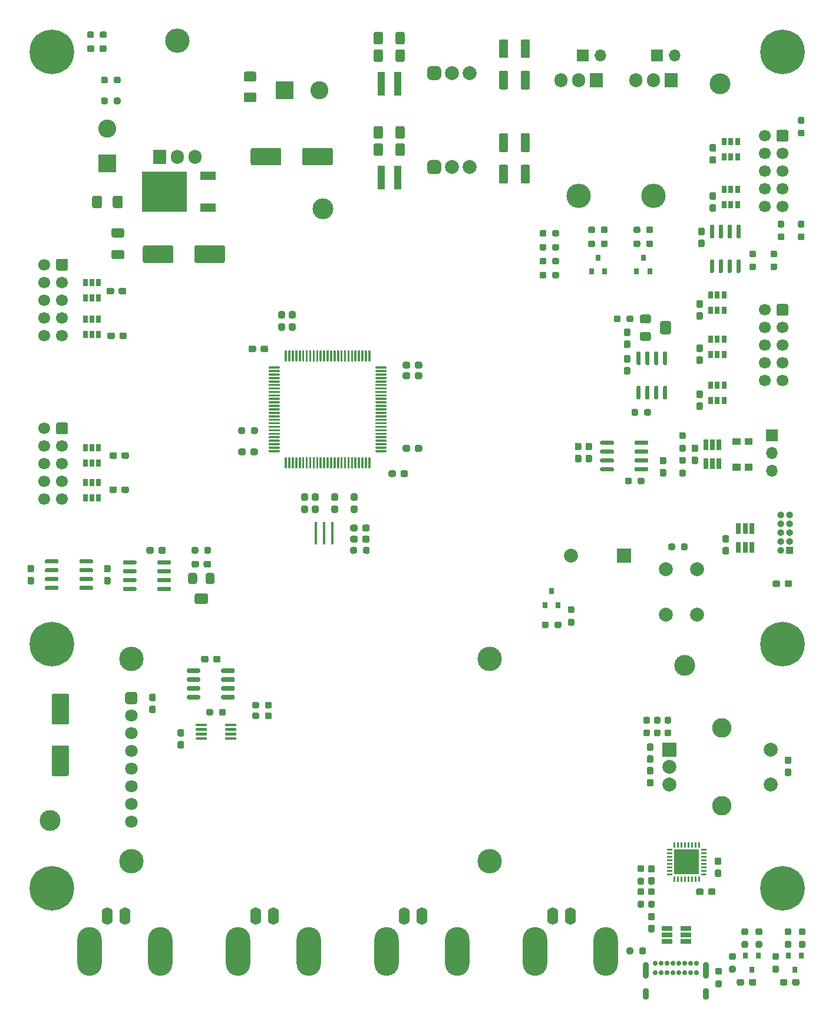
<source format=gbr>
%TF.GenerationSoftware,KiCad,Pcbnew,(5.1.10)-1*%
%TF.CreationDate,2021-12-22T14:35:30+01:00*%
%TF.ProjectId,vca_main_board,7663615f-6d61-4696-9e5f-626f6172642e,rev?*%
%TF.SameCoordinates,Original*%
%TF.FileFunction,Soldermask,Top*%
%TF.FilePolarity,Negative*%
%FSLAX46Y46*%
G04 Gerber Fmt 4.6, Leading zero omitted, Abs format (unit mm)*
G04 Created by KiCad (PCBNEW (5.1.10)-1) date 2021-12-22 14:35:30*
%MOMM*%
%LPD*%
G01*
G04 APERTURE LIST*
%ADD10R,0.650000X1.060000*%
%ADD11C,1.700000*%
%ADD12O,1.600000X2.500000*%
%ADD13O,3.500000X7.000000*%
%ADD14R,3.600000X3.600000*%
%ADD15O,1.700000X1.700000*%
%ADD16R,1.700000X1.700000*%
%ADD17O,0.900000X1.700000*%
%ADD18O,0.900000X2.400000*%
%ADD19C,0.700000*%
%ADD20C,0.800000*%
%ADD21C,6.400000*%
%ADD22C,3.000000*%
%ADD23R,0.800000X0.900000*%
%ADD24O,1.905000X2.000000*%
%ADD25R,1.905000X2.000000*%
%ADD26O,3.500000X3.500000*%
%ADD27R,0.650000X1.560000*%
%ADD28C,2.000000*%
%ADD29R,2.000000X2.000000*%
%ADD30R,0.400000X3.200000*%
%ADD31C,3.500000*%
%ADD32C,1.800000*%
%ADD33C,2.800000*%
%ADD34R,1.000000X1.000000*%
%ADD35O,1.000000X1.000000*%
%ADD36C,2.600000*%
%ADD37R,2.600000X2.600000*%
%ADD38R,1.560000X0.650000*%
%ADD39R,6.400000X5.800000*%
%ADD40R,2.200000X1.200000*%
%ADD41R,0.980000X3.400000*%
G04 APERTURE END LIST*
%TO.C,C58*%
G36*
G01*
X85125000Y-110737500D02*
X85125000Y-110262500D01*
G75*
G02*
X85362500Y-110025000I237500J0D01*
G01*
X85962500Y-110025000D01*
G75*
G02*
X86200000Y-110262500I0J-237500D01*
G01*
X86200000Y-110737500D01*
G75*
G02*
X85962500Y-110975000I-237500J0D01*
G01*
X85362500Y-110975000D01*
G75*
G02*
X85125000Y-110737500I0J237500D01*
G01*
G37*
G36*
G01*
X83400000Y-110737500D02*
X83400000Y-110262500D01*
G75*
G02*
X83637500Y-110025000I237500J0D01*
G01*
X84237500Y-110025000D01*
G75*
G02*
X84475000Y-110262500I0J-237500D01*
G01*
X84475000Y-110737500D01*
G75*
G02*
X84237500Y-110975000I-237500J0D01*
G01*
X83637500Y-110975000D01*
G75*
G02*
X83400000Y-110737500I0J237500D01*
G01*
G37*
%TD*%
%TO.C,R44*%
G36*
G01*
X79725000Y-121737500D02*
X79725000Y-121262500D01*
G75*
G02*
X79962500Y-121025000I237500J0D01*
G01*
X80462500Y-121025000D01*
G75*
G02*
X80700000Y-121262500I0J-237500D01*
G01*
X80700000Y-121737500D01*
G75*
G02*
X80462500Y-121975000I-237500J0D01*
G01*
X79962500Y-121975000D01*
G75*
G02*
X79725000Y-121737500I0J237500D01*
G01*
G37*
G36*
G01*
X77900000Y-121737500D02*
X77900000Y-121262500D01*
G75*
G02*
X78137500Y-121025000I237500J0D01*
G01*
X78637500Y-121025000D01*
G75*
G02*
X78875000Y-121262500I0J-237500D01*
G01*
X78875000Y-121737500D01*
G75*
G02*
X78637500Y-121975000I-237500J0D01*
G01*
X78137500Y-121975000D01*
G75*
G02*
X77900000Y-121737500I0J237500D01*
G01*
G37*
%TD*%
%TO.C,C57*%
G36*
G01*
X141037500Y-152175000D02*
X140562500Y-152175000D01*
G75*
G02*
X140325000Y-151937500I0J237500D01*
G01*
X140325000Y-151337500D01*
G75*
G02*
X140562500Y-151100000I237500J0D01*
G01*
X141037500Y-151100000D01*
G75*
G02*
X141275000Y-151337500I0J-237500D01*
G01*
X141275000Y-151937500D01*
G75*
G02*
X141037500Y-152175000I-237500J0D01*
G01*
G37*
G36*
G01*
X141037500Y-153900000D02*
X140562500Y-153900000D01*
G75*
G02*
X140325000Y-153662500I0J237500D01*
G01*
X140325000Y-153062500D01*
G75*
G02*
X140562500Y-152825000I237500J0D01*
G01*
X141037500Y-152825000D01*
G75*
G02*
X141275000Y-153062500I0J-237500D01*
G01*
X141275000Y-153662500D01*
G75*
G02*
X141037500Y-153900000I-237500J0D01*
G01*
G37*
%TD*%
%TO.C,C56*%
G36*
G01*
X121237500Y-150275000D02*
X120762500Y-150275000D01*
G75*
G02*
X120525000Y-150037500I0J237500D01*
G01*
X120525000Y-149437500D01*
G75*
G02*
X120762500Y-149200000I237500J0D01*
G01*
X121237500Y-149200000D01*
G75*
G02*
X121475000Y-149437500I0J-237500D01*
G01*
X121475000Y-150037500D01*
G75*
G02*
X121237500Y-150275000I-237500J0D01*
G01*
G37*
G36*
G01*
X121237500Y-152000000D02*
X120762500Y-152000000D01*
G75*
G02*
X120525000Y-151762500I0J237500D01*
G01*
X120525000Y-151162500D01*
G75*
G02*
X120762500Y-150925000I237500J0D01*
G01*
X121237500Y-150925000D01*
G75*
G02*
X121475000Y-151162500I0J-237500D01*
G01*
X121475000Y-151762500D01*
G75*
G02*
X121237500Y-152000000I-237500J0D01*
G01*
G37*
%TD*%
%TO.C,C55*%
G36*
G01*
X120762500Y-154325000D02*
X121237500Y-154325000D01*
G75*
G02*
X121475000Y-154562500I0J-237500D01*
G01*
X121475000Y-155162500D01*
G75*
G02*
X121237500Y-155400000I-237500J0D01*
G01*
X120762500Y-155400000D01*
G75*
G02*
X120525000Y-155162500I0J237500D01*
G01*
X120525000Y-154562500D01*
G75*
G02*
X120762500Y-154325000I237500J0D01*
G01*
G37*
G36*
G01*
X120762500Y-152600000D02*
X121237500Y-152600000D01*
G75*
G02*
X121475000Y-152837500I0J-237500D01*
G01*
X121475000Y-153437500D01*
G75*
G02*
X121237500Y-153675000I-237500J0D01*
G01*
X120762500Y-153675000D01*
G75*
G02*
X120525000Y-153437500I0J237500D01*
G01*
X120525000Y-152837500D01*
G75*
G02*
X120762500Y-152600000I237500J0D01*
G01*
G37*
%TD*%
%TO.C,C54*%
G36*
G01*
X79625000Y-120137500D02*
X79625000Y-119662500D01*
G75*
G02*
X79862500Y-119425000I237500J0D01*
G01*
X80462500Y-119425000D01*
G75*
G02*
X80700000Y-119662500I0J-237500D01*
G01*
X80700000Y-120137500D01*
G75*
G02*
X80462500Y-120375000I-237500J0D01*
G01*
X79862500Y-120375000D01*
G75*
G02*
X79625000Y-120137500I0J237500D01*
G01*
G37*
G36*
G01*
X77900000Y-120137500D02*
X77900000Y-119662500D01*
G75*
G02*
X78137500Y-119425000I237500J0D01*
G01*
X78737500Y-119425000D01*
G75*
G02*
X78975000Y-119662500I0J-237500D01*
G01*
X78975000Y-120137500D01*
G75*
G02*
X78737500Y-120375000I-237500J0D01*
G01*
X78137500Y-120375000D01*
G75*
G02*
X77900000Y-120137500I0J237500D01*
G01*
G37*
%TD*%
%TO.C,C41*%
G36*
G01*
X64375000Y-92362500D02*
X64375000Y-92837500D01*
G75*
G02*
X64137500Y-93075000I-237500J0D01*
G01*
X63537500Y-93075000D01*
G75*
G02*
X63300000Y-92837500I0J237500D01*
G01*
X63300000Y-92362500D01*
G75*
G02*
X63537500Y-92125000I237500J0D01*
G01*
X64137500Y-92125000D01*
G75*
G02*
X64375000Y-92362500I0J-237500D01*
G01*
G37*
G36*
G01*
X66100000Y-92362500D02*
X66100000Y-92837500D01*
G75*
G02*
X65862500Y-93075000I-237500J0D01*
G01*
X65262500Y-93075000D01*
G75*
G02*
X65025000Y-92837500I0J237500D01*
G01*
X65025000Y-92362500D01*
G75*
G02*
X65262500Y-92125000I237500J0D01*
G01*
X65862500Y-92125000D01*
G75*
G02*
X66100000Y-92362500I0J-237500D01*
G01*
G37*
%TD*%
%TO.C,C53*%
G36*
G01*
X79625000Y-118537500D02*
X79625000Y-118062500D01*
G75*
G02*
X79862500Y-117825000I237500J0D01*
G01*
X80462500Y-117825000D01*
G75*
G02*
X80700000Y-118062500I0J-237500D01*
G01*
X80700000Y-118537500D01*
G75*
G02*
X80462500Y-118775000I-237500J0D01*
G01*
X79862500Y-118775000D01*
G75*
G02*
X79625000Y-118537500I0J237500D01*
G01*
G37*
G36*
G01*
X77900000Y-118537500D02*
X77900000Y-118062500D01*
G75*
G02*
X78137500Y-117825000I237500J0D01*
G01*
X78737500Y-117825000D01*
G75*
G02*
X78975000Y-118062500I0J-237500D01*
G01*
X78975000Y-118537500D01*
G75*
G02*
X78737500Y-118775000I-237500J0D01*
G01*
X78137500Y-118775000D01*
G75*
G02*
X77900000Y-118537500I0J237500D01*
G01*
G37*
%TD*%
%TO.C,C48*%
G36*
G01*
X44375000Y-112562500D02*
X44375000Y-113037500D01*
G75*
G02*
X44137500Y-113275000I-237500J0D01*
G01*
X43537500Y-113275000D01*
G75*
G02*
X43300000Y-113037500I0J237500D01*
G01*
X43300000Y-112562500D01*
G75*
G02*
X43537500Y-112325000I237500J0D01*
G01*
X44137500Y-112325000D01*
G75*
G02*
X44375000Y-112562500I0J-237500D01*
G01*
G37*
G36*
G01*
X46100000Y-112562500D02*
X46100000Y-113037500D01*
G75*
G02*
X45862500Y-113275000I-237500J0D01*
G01*
X45262500Y-113275000D01*
G75*
G02*
X45025000Y-113037500I0J237500D01*
G01*
X45025000Y-112562500D01*
G75*
G02*
X45262500Y-112325000I237500J0D01*
G01*
X45862500Y-112325000D01*
G75*
G02*
X46100000Y-112562500I0J-237500D01*
G01*
G37*
%TD*%
%TO.C,C19*%
G36*
G01*
X44075000Y-90462500D02*
X44075000Y-90937500D01*
G75*
G02*
X43837500Y-91175000I-237500J0D01*
G01*
X43237500Y-91175000D01*
G75*
G02*
X43000000Y-90937500I0J237500D01*
G01*
X43000000Y-90462500D01*
G75*
G02*
X43237500Y-90225000I237500J0D01*
G01*
X43837500Y-90225000D01*
G75*
G02*
X44075000Y-90462500I0J-237500D01*
G01*
G37*
G36*
G01*
X45800000Y-90462500D02*
X45800000Y-90937500D01*
G75*
G02*
X45562500Y-91175000I-237500J0D01*
G01*
X44962500Y-91175000D01*
G75*
G02*
X44725000Y-90937500I0J237500D01*
G01*
X44725000Y-90462500D01*
G75*
G02*
X44962500Y-90225000I237500J0D01*
G01*
X45562500Y-90225000D01*
G75*
G02*
X45800000Y-90462500I0J-237500D01*
G01*
G37*
%TD*%
%TO.C,C17*%
G36*
G01*
X44375000Y-107662500D02*
X44375000Y-108137500D01*
G75*
G02*
X44137500Y-108375000I-237500J0D01*
G01*
X43537500Y-108375000D01*
G75*
G02*
X43300000Y-108137500I0J237500D01*
G01*
X43300000Y-107662500D01*
G75*
G02*
X43537500Y-107425000I237500J0D01*
G01*
X44137500Y-107425000D01*
G75*
G02*
X44375000Y-107662500I0J-237500D01*
G01*
G37*
G36*
G01*
X46100000Y-107662500D02*
X46100000Y-108137500D01*
G75*
G02*
X45862500Y-108375000I-237500J0D01*
G01*
X45262500Y-108375000D01*
G75*
G02*
X45025000Y-108137500I0J237500D01*
G01*
X45025000Y-107662500D01*
G75*
G02*
X45262500Y-107425000I237500J0D01*
G01*
X45862500Y-107425000D01*
G75*
G02*
X46100000Y-107662500I0J-237500D01*
G01*
G37*
%TD*%
%TO.C,C14*%
G36*
G01*
X43975000Y-84062500D02*
X43975000Y-84537500D01*
G75*
G02*
X43737500Y-84775000I-237500J0D01*
G01*
X43137500Y-84775000D01*
G75*
G02*
X42900000Y-84537500I0J237500D01*
G01*
X42900000Y-84062500D01*
G75*
G02*
X43137500Y-83825000I237500J0D01*
G01*
X43737500Y-83825000D01*
G75*
G02*
X43975000Y-84062500I0J-237500D01*
G01*
G37*
G36*
G01*
X45700000Y-84062500D02*
X45700000Y-84537500D01*
G75*
G02*
X45462500Y-84775000I-237500J0D01*
G01*
X44862500Y-84775000D01*
G75*
G02*
X44625000Y-84537500I0J237500D01*
G01*
X44625000Y-84062500D01*
G75*
G02*
X44862500Y-83825000I237500J0D01*
G01*
X45462500Y-83825000D01*
G75*
G02*
X45700000Y-84062500I0J-237500D01*
G01*
G37*
%TD*%
D10*
%TO.C,D16*%
X40800000Y-114000000D03*
X41750000Y-114000000D03*
X39850000Y-114000000D03*
X39850000Y-111800000D03*
X40800000Y-111800000D03*
X41750000Y-111800000D03*
%TD*%
%TO.C,D15*%
X40800000Y-109000000D03*
X41750000Y-109000000D03*
X39850000Y-109000000D03*
X39850000Y-106800000D03*
X40800000Y-106800000D03*
X41750000Y-106800000D03*
%TD*%
%TO.C,D14*%
X40800000Y-90500000D03*
X41750000Y-90500000D03*
X39850000Y-90500000D03*
X39850000Y-88300000D03*
X40800000Y-88300000D03*
X41750000Y-88300000D03*
%TD*%
%TO.C,D13*%
X40800000Y-85300000D03*
X41750000Y-85300000D03*
X39850000Y-85300000D03*
X39850000Y-83100000D03*
X40800000Y-83100000D03*
X41750000Y-83100000D03*
%TD*%
D11*
%TO.C,J12*%
X33960000Y-114160000D03*
X33960000Y-111620000D03*
X33960000Y-109080000D03*
X33960000Y-106540000D03*
X33960000Y-104000000D03*
X36500000Y-114160000D03*
X36500000Y-111620000D03*
X36500000Y-109080000D03*
X36500000Y-106540000D03*
G36*
G01*
X37350000Y-103400000D02*
X37350000Y-104600000D01*
G75*
G02*
X37100000Y-104850000I-250000J0D01*
G01*
X35900000Y-104850000D01*
G75*
G02*
X35650000Y-104600000I0J250000D01*
G01*
X35650000Y-103400000D01*
G75*
G02*
X35900000Y-103150000I250000J0D01*
G01*
X37100000Y-103150000D01*
G75*
G02*
X37350000Y-103400000I0J-250000D01*
G01*
G37*
%TD*%
D10*
%TO.C,D12*%
X132600000Y-65000000D03*
X133550000Y-65000000D03*
X131650000Y-65000000D03*
X131650000Y-62800000D03*
X132600000Y-62800000D03*
X133550000Y-62800000D03*
%TD*%
%TO.C,D11*%
X132600000Y-71900000D03*
X133550000Y-71900000D03*
X131650000Y-71900000D03*
X131650000Y-69700000D03*
X132600000Y-69700000D03*
X133550000Y-69700000D03*
%TD*%
%TO.C,C10*%
G36*
G01*
X130237500Y-64275000D02*
X129762500Y-64275000D01*
G75*
G02*
X129525000Y-64037500I0J237500D01*
G01*
X129525000Y-63437500D01*
G75*
G02*
X129762500Y-63200000I237500J0D01*
G01*
X130237500Y-63200000D01*
G75*
G02*
X130475000Y-63437500I0J-237500D01*
G01*
X130475000Y-64037500D01*
G75*
G02*
X130237500Y-64275000I-237500J0D01*
G01*
G37*
G36*
G01*
X130237500Y-66000000D02*
X129762500Y-66000000D01*
G75*
G02*
X129525000Y-65762500I0J237500D01*
G01*
X129525000Y-65162500D01*
G75*
G02*
X129762500Y-64925000I237500J0D01*
G01*
X130237500Y-64925000D01*
G75*
G02*
X130475000Y-65162500I0J-237500D01*
G01*
X130475000Y-65762500D01*
G75*
G02*
X130237500Y-66000000I-237500J0D01*
G01*
G37*
%TD*%
%TO.C,C4*%
G36*
G01*
X130237500Y-71175000D02*
X129762500Y-71175000D01*
G75*
G02*
X129525000Y-70937500I0J237500D01*
G01*
X129525000Y-70337500D01*
G75*
G02*
X129762500Y-70100000I237500J0D01*
G01*
X130237500Y-70100000D01*
G75*
G02*
X130475000Y-70337500I0J-237500D01*
G01*
X130475000Y-70937500D01*
G75*
G02*
X130237500Y-71175000I-237500J0D01*
G01*
G37*
G36*
G01*
X130237500Y-72900000D02*
X129762500Y-72900000D01*
G75*
G02*
X129525000Y-72662500I0J237500D01*
G01*
X129525000Y-72062500D01*
G75*
G02*
X129762500Y-71825000I237500J0D01*
G01*
X130237500Y-71825000D01*
G75*
G02*
X130475000Y-72062500I0J-237500D01*
G01*
X130475000Y-72662500D01*
G75*
G02*
X130237500Y-72900000I-237500J0D01*
G01*
G37*
%TD*%
D12*
%TO.C,J15*%
X42960000Y-174000000D03*
X45500000Y-174000000D03*
D13*
X50580000Y-179080000D03*
X40420000Y-179080000D03*
%TD*%
D12*
%TO.C,J14*%
X64293333Y-174000000D03*
X66833333Y-174000000D03*
D13*
X71913333Y-179080000D03*
X61753333Y-179080000D03*
%TD*%
D12*
%TO.C,J13*%
X85626666Y-174000000D03*
X88166666Y-174000000D03*
D13*
X93246666Y-179080000D03*
X83086666Y-179080000D03*
%TD*%
D12*
%TO.C,J7*%
X106960000Y-174000000D03*
X109500000Y-174000000D03*
D13*
X114580000Y-179080000D03*
X104420000Y-179080000D03*
%TD*%
D14*
%TO.C,U3*%
X126250000Y-166250000D03*
G36*
G01*
X124375000Y-164137500D02*
X124375000Y-163462500D01*
G75*
G02*
X124437500Y-163400000I62500J0D01*
G01*
X124562500Y-163400000D01*
G75*
G02*
X124625000Y-163462500I0J-62500D01*
G01*
X124625000Y-164137500D01*
G75*
G02*
X124562500Y-164200000I-62500J0D01*
G01*
X124437500Y-164200000D01*
G75*
G02*
X124375000Y-164137500I0J62500D01*
G01*
G37*
G36*
G01*
X124875000Y-164137500D02*
X124875000Y-163462500D01*
G75*
G02*
X124937500Y-163400000I62500J0D01*
G01*
X125062500Y-163400000D01*
G75*
G02*
X125125000Y-163462500I0J-62500D01*
G01*
X125125000Y-164137500D01*
G75*
G02*
X125062500Y-164200000I-62500J0D01*
G01*
X124937500Y-164200000D01*
G75*
G02*
X124875000Y-164137500I0J62500D01*
G01*
G37*
G36*
G01*
X125375000Y-164137500D02*
X125375000Y-163462500D01*
G75*
G02*
X125437500Y-163400000I62500J0D01*
G01*
X125562500Y-163400000D01*
G75*
G02*
X125625000Y-163462500I0J-62500D01*
G01*
X125625000Y-164137500D01*
G75*
G02*
X125562500Y-164200000I-62500J0D01*
G01*
X125437500Y-164200000D01*
G75*
G02*
X125375000Y-164137500I0J62500D01*
G01*
G37*
G36*
G01*
X125875000Y-164137500D02*
X125875000Y-163462500D01*
G75*
G02*
X125937500Y-163400000I62500J0D01*
G01*
X126062500Y-163400000D01*
G75*
G02*
X126125000Y-163462500I0J-62500D01*
G01*
X126125000Y-164137500D01*
G75*
G02*
X126062500Y-164200000I-62500J0D01*
G01*
X125937500Y-164200000D01*
G75*
G02*
X125875000Y-164137500I0J62500D01*
G01*
G37*
G36*
G01*
X126375000Y-164137500D02*
X126375000Y-163462500D01*
G75*
G02*
X126437500Y-163400000I62500J0D01*
G01*
X126562500Y-163400000D01*
G75*
G02*
X126625000Y-163462500I0J-62500D01*
G01*
X126625000Y-164137500D01*
G75*
G02*
X126562500Y-164200000I-62500J0D01*
G01*
X126437500Y-164200000D01*
G75*
G02*
X126375000Y-164137500I0J62500D01*
G01*
G37*
G36*
G01*
X126875000Y-164137500D02*
X126875000Y-163462500D01*
G75*
G02*
X126937500Y-163400000I62500J0D01*
G01*
X127062500Y-163400000D01*
G75*
G02*
X127125000Y-163462500I0J-62500D01*
G01*
X127125000Y-164137500D01*
G75*
G02*
X127062500Y-164200000I-62500J0D01*
G01*
X126937500Y-164200000D01*
G75*
G02*
X126875000Y-164137500I0J62500D01*
G01*
G37*
G36*
G01*
X127375000Y-164137500D02*
X127375000Y-163462500D01*
G75*
G02*
X127437500Y-163400000I62500J0D01*
G01*
X127562500Y-163400000D01*
G75*
G02*
X127625000Y-163462500I0J-62500D01*
G01*
X127625000Y-164137500D01*
G75*
G02*
X127562500Y-164200000I-62500J0D01*
G01*
X127437500Y-164200000D01*
G75*
G02*
X127375000Y-164137500I0J62500D01*
G01*
G37*
G36*
G01*
X127875000Y-164137500D02*
X127875000Y-163462500D01*
G75*
G02*
X127937500Y-163400000I62500J0D01*
G01*
X128062500Y-163400000D01*
G75*
G02*
X128125000Y-163462500I0J-62500D01*
G01*
X128125000Y-164137500D01*
G75*
G02*
X128062500Y-164200000I-62500J0D01*
G01*
X127937500Y-164200000D01*
G75*
G02*
X127875000Y-164137500I0J62500D01*
G01*
G37*
G36*
G01*
X128300000Y-164562500D02*
X128300000Y-164437500D01*
G75*
G02*
X128362500Y-164375000I62500J0D01*
G01*
X129037500Y-164375000D01*
G75*
G02*
X129100000Y-164437500I0J-62500D01*
G01*
X129100000Y-164562500D01*
G75*
G02*
X129037500Y-164625000I-62500J0D01*
G01*
X128362500Y-164625000D01*
G75*
G02*
X128300000Y-164562500I0J62500D01*
G01*
G37*
G36*
G01*
X128300000Y-165062500D02*
X128300000Y-164937500D01*
G75*
G02*
X128362500Y-164875000I62500J0D01*
G01*
X129037500Y-164875000D01*
G75*
G02*
X129100000Y-164937500I0J-62500D01*
G01*
X129100000Y-165062500D01*
G75*
G02*
X129037500Y-165125000I-62500J0D01*
G01*
X128362500Y-165125000D01*
G75*
G02*
X128300000Y-165062500I0J62500D01*
G01*
G37*
G36*
G01*
X128300000Y-165562500D02*
X128300000Y-165437500D01*
G75*
G02*
X128362500Y-165375000I62500J0D01*
G01*
X129037500Y-165375000D01*
G75*
G02*
X129100000Y-165437500I0J-62500D01*
G01*
X129100000Y-165562500D01*
G75*
G02*
X129037500Y-165625000I-62500J0D01*
G01*
X128362500Y-165625000D01*
G75*
G02*
X128300000Y-165562500I0J62500D01*
G01*
G37*
G36*
G01*
X128300000Y-166062500D02*
X128300000Y-165937500D01*
G75*
G02*
X128362500Y-165875000I62500J0D01*
G01*
X129037500Y-165875000D01*
G75*
G02*
X129100000Y-165937500I0J-62500D01*
G01*
X129100000Y-166062500D01*
G75*
G02*
X129037500Y-166125000I-62500J0D01*
G01*
X128362500Y-166125000D01*
G75*
G02*
X128300000Y-166062500I0J62500D01*
G01*
G37*
G36*
G01*
X128300000Y-166562500D02*
X128300000Y-166437500D01*
G75*
G02*
X128362500Y-166375000I62500J0D01*
G01*
X129037500Y-166375000D01*
G75*
G02*
X129100000Y-166437500I0J-62500D01*
G01*
X129100000Y-166562500D01*
G75*
G02*
X129037500Y-166625000I-62500J0D01*
G01*
X128362500Y-166625000D01*
G75*
G02*
X128300000Y-166562500I0J62500D01*
G01*
G37*
G36*
G01*
X128300000Y-167062500D02*
X128300000Y-166937500D01*
G75*
G02*
X128362500Y-166875000I62500J0D01*
G01*
X129037500Y-166875000D01*
G75*
G02*
X129100000Y-166937500I0J-62500D01*
G01*
X129100000Y-167062500D01*
G75*
G02*
X129037500Y-167125000I-62500J0D01*
G01*
X128362500Y-167125000D01*
G75*
G02*
X128300000Y-167062500I0J62500D01*
G01*
G37*
G36*
G01*
X128300000Y-167562500D02*
X128300000Y-167437500D01*
G75*
G02*
X128362500Y-167375000I62500J0D01*
G01*
X129037500Y-167375000D01*
G75*
G02*
X129100000Y-167437500I0J-62500D01*
G01*
X129100000Y-167562500D01*
G75*
G02*
X129037500Y-167625000I-62500J0D01*
G01*
X128362500Y-167625000D01*
G75*
G02*
X128300000Y-167562500I0J62500D01*
G01*
G37*
G36*
G01*
X128300000Y-168062500D02*
X128300000Y-167937500D01*
G75*
G02*
X128362500Y-167875000I62500J0D01*
G01*
X129037500Y-167875000D01*
G75*
G02*
X129100000Y-167937500I0J-62500D01*
G01*
X129100000Y-168062500D01*
G75*
G02*
X129037500Y-168125000I-62500J0D01*
G01*
X128362500Y-168125000D01*
G75*
G02*
X128300000Y-168062500I0J62500D01*
G01*
G37*
G36*
G01*
X127875000Y-169037500D02*
X127875000Y-168362500D01*
G75*
G02*
X127937500Y-168300000I62500J0D01*
G01*
X128062500Y-168300000D01*
G75*
G02*
X128125000Y-168362500I0J-62500D01*
G01*
X128125000Y-169037500D01*
G75*
G02*
X128062500Y-169100000I-62500J0D01*
G01*
X127937500Y-169100000D01*
G75*
G02*
X127875000Y-169037500I0J62500D01*
G01*
G37*
G36*
G01*
X127375000Y-169037500D02*
X127375000Y-168362500D01*
G75*
G02*
X127437500Y-168300000I62500J0D01*
G01*
X127562500Y-168300000D01*
G75*
G02*
X127625000Y-168362500I0J-62500D01*
G01*
X127625000Y-169037500D01*
G75*
G02*
X127562500Y-169100000I-62500J0D01*
G01*
X127437500Y-169100000D01*
G75*
G02*
X127375000Y-169037500I0J62500D01*
G01*
G37*
G36*
G01*
X126875000Y-169037500D02*
X126875000Y-168362500D01*
G75*
G02*
X126937500Y-168300000I62500J0D01*
G01*
X127062500Y-168300000D01*
G75*
G02*
X127125000Y-168362500I0J-62500D01*
G01*
X127125000Y-169037500D01*
G75*
G02*
X127062500Y-169100000I-62500J0D01*
G01*
X126937500Y-169100000D01*
G75*
G02*
X126875000Y-169037500I0J62500D01*
G01*
G37*
G36*
G01*
X126375000Y-169037500D02*
X126375000Y-168362500D01*
G75*
G02*
X126437500Y-168300000I62500J0D01*
G01*
X126562500Y-168300000D01*
G75*
G02*
X126625000Y-168362500I0J-62500D01*
G01*
X126625000Y-169037500D01*
G75*
G02*
X126562500Y-169100000I-62500J0D01*
G01*
X126437500Y-169100000D01*
G75*
G02*
X126375000Y-169037500I0J62500D01*
G01*
G37*
G36*
G01*
X125875000Y-169037500D02*
X125875000Y-168362500D01*
G75*
G02*
X125937500Y-168300000I62500J0D01*
G01*
X126062500Y-168300000D01*
G75*
G02*
X126125000Y-168362500I0J-62500D01*
G01*
X126125000Y-169037500D01*
G75*
G02*
X126062500Y-169100000I-62500J0D01*
G01*
X125937500Y-169100000D01*
G75*
G02*
X125875000Y-169037500I0J62500D01*
G01*
G37*
G36*
G01*
X125375000Y-169037500D02*
X125375000Y-168362500D01*
G75*
G02*
X125437500Y-168300000I62500J0D01*
G01*
X125562500Y-168300000D01*
G75*
G02*
X125625000Y-168362500I0J-62500D01*
G01*
X125625000Y-169037500D01*
G75*
G02*
X125562500Y-169100000I-62500J0D01*
G01*
X125437500Y-169100000D01*
G75*
G02*
X125375000Y-169037500I0J62500D01*
G01*
G37*
G36*
G01*
X124875000Y-169037500D02*
X124875000Y-168362500D01*
G75*
G02*
X124937500Y-168300000I62500J0D01*
G01*
X125062500Y-168300000D01*
G75*
G02*
X125125000Y-168362500I0J-62500D01*
G01*
X125125000Y-169037500D01*
G75*
G02*
X125062500Y-169100000I-62500J0D01*
G01*
X124937500Y-169100000D01*
G75*
G02*
X124875000Y-169037500I0J62500D01*
G01*
G37*
G36*
G01*
X124375000Y-169037500D02*
X124375000Y-168362500D01*
G75*
G02*
X124437500Y-168300000I62500J0D01*
G01*
X124562500Y-168300000D01*
G75*
G02*
X124625000Y-168362500I0J-62500D01*
G01*
X124625000Y-169037500D01*
G75*
G02*
X124562500Y-169100000I-62500J0D01*
G01*
X124437500Y-169100000D01*
G75*
G02*
X124375000Y-169037500I0J62500D01*
G01*
G37*
G36*
G01*
X123400000Y-168062500D02*
X123400000Y-167937500D01*
G75*
G02*
X123462500Y-167875000I62500J0D01*
G01*
X124137500Y-167875000D01*
G75*
G02*
X124200000Y-167937500I0J-62500D01*
G01*
X124200000Y-168062500D01*
G75*
G02*
X124137500Y-168125000I-62500J0D01*
G01*
X123462500Y-168125000D01*
G75*
G02*
X123400000Y-168062500I0J62500D01*
G01*
G37*
G36*
G01*
X123400000Y-167562500D02*
X123400000Y-167437500D01*
G75*
G02*
X123462500Y-167375000I62500J0D01*
G01*
X124137500Y-167375000D01*
G75*
G02*
X124200000Y-167437500I0J-62500D01*
G01*
X124200000Y-167562500D01*
G75*
G02*
X124137500Y-167625000I-62500J0D01*
G01*
X123462500Y-167625000D01*
G75*
G02*
X123400000Y-167562500I0J62500D01*
G01*
G37*
G36*
G01*
X123400000Y-167062500D02*
X123400000Y-166937500D01*
G75*
G02*
X123462500Y-166875000I62500J0D01*
G01*
X124137500Y-166875000D01*
G75*
G02*
X124200000Y-166937500I0J-62500D01*
G01*
X124200000Y-167062500D01*
G75*
G02*
X124137500Y-167125000I-62500J0D01*
G01*
X123462500Y-167125000D01*
G75*
G02*
X123400000Y-167062500I0J62500D01*
G01*
G37*
G36*
G01*
X123400000Y-166562500D02*
X123400000Y-166437500D01*
G75*
G02*
X123462500Y-166375000I62500J0D01*
G01*
X124137500Y-166375000D01*
G75*
G02*
X124200000Y-166437500I0J-62500D01*
G01*
X124200000Y-166562500D01*
G75*
G02*
X124137500Y-166625000I-62500J0D01*
G01*
X123462500Y-166625000D01*
G75*
G02*
X123400000Y-166562500I0J62500D01*
G01*
G37*
G36*
G01*
X123400000Y-166062500D02*
X123400000Y-165937500D01*
G75*
G02*
X123462500Y-165875000I62500J0D01*
G01*
X124137500Y-165875000D01*
G75*
G02*
X124200000Y-165937500I0J-62500D01*
G01*
X124200000Y-166062500D01*
G75*
G02*
X124137500Y-166125000I-62500J0D01*
G01*
X123462500Y-166125000D01*
G75*
G02*
X123400000Y-166062500I0J62500D01*
G01*
G37*
G36*
G01*
X123400000Y-165562500D02*
X123400000Y-165437500D01*
G75*
G02*
X123462500Y-165375000I62500J0D01*
G01*
X124137500Y-165375000D01*
G75*
G02*
X124200000Y-165437500I0J-62500D01*
G01*
X124200000Y-165562500D01*
G75*
G02*
X124137500Y-165625000I-62500J0D01*
G01*
X123462500Y-165625000D01*
G75*
G02*
X123400000Y-165562500I0J62500D01*
G01*
G37*
G36*
G01*
X123400000Y-165062500D02*
X123400000Y-164937500D01*
G75*
G02*
X123462500Y-164875000I62500J0D01*
G01*
X124137500Y-164875000D01*
G75*
G02*
X124200000Y-164937500I0J-62500D01*
G01*
X124200000Y-165062500D01*
G75*
G02*
X124137500Y-165125000I-62500J0D01*
G01*
X123462500Y-165125000D01*
G75*
G02*
X123400000Y-165062500I0J62500D01*
G01*
G37*
G36*
G01*
X123400000Y-164562500D02*
X123400000Y-164437500D01*
G75*
G02*
X123462500Y-164375000I62500J0D01*
G01*
X124137500Y-164375000D01*
G75*
G02*
X124200000Y-164437500I0J-62500D01*
G01*
X124200000Y-164562500D01*
G75*
G02*
X124137500Y-164625000I-62500J0D01*
G01*
X123462500Y-164625000D01*
G75*
G02*
X123400000Y-164562500I0J62500D01*
G01*
G37*
%TD*%
%TO.C,C40*%
G36*
G01*
X35250000Y-149500000D02*
X37250000Y-149500000D01*
G75*
G02*
X37500000Y-149750000I0J-250000D01*
G01*
X37500000Y-153650000D01*
G75*
G02*
X37250000Y-153900000I-250000J0D01*
G01*
X35250000Y-153900000D01*
G75*
G02*
X35000000Y-153650000I0J250000D01*
G01*
X35000000Y-149750000D01*
G75*
G02*
X35250000Y-149500000I250000J0D01*
G01*
G37*
G36*
G01*
X35250000Y-142100000D02*
X37250000Y-142100000D01*
G75*
G02*
X37500000Y-142350000I0J-250000D01*
G01*
X37500000Y-146250000D01*
G75*
G02*
X37250000Y-146500000I-250000J0D01*
G01*
X35250000Y-146500000D01*
G75*
G02*
X35000000Y-146250000I0J250000D01*
G01*
X35000000Y-142350000D01*
G75*
G02*
X35250000Y-142100000I250000J0D01*
G01*
G37*
%TD*%
D15*
%TO.C,J4*%
X138500000Y-110080000D03*
X138500000Y-107540000D03*
D16*
X138500000Y-105000000D03*
%TD*%
D17*
%TO.C,J5*%
X128990000Y-185146000D03*
X120340000Y-185146000D03*
D18*
X128990000Y-181766000D03*
X120340000Y-181766000D03*
D19*
X125090000Y-182136000D03*
X127640000Y-182136000D03*
X126790000Y-182136000D03*
X125940000Y-182136000D03*
X121690000Y-182136000D03*
X123390000Y-182136000D03*
X124240000Y-182136000D03*
X122540000Y-182136000D03*
X127640000Y-180786000D03*
X126790000Y-180786000D03*
X125940000Y-180786000D03*
X125090000Y-180786000D03*
X124240000Y-180786000D03*
X123390000Y-180786000D03*
X122540000Y-180786000D03*
X121690000Y-180786000D03*
%TD*%
D20*
%TO.C,H6*%
X36697056Y-48302944D03*
X35000000Y-47600000D03*
X33302944Y-48302944D03*
X32600000Y-50000000D03*
X33302944Y-51697056D03*
X35000000Y-52400000D03*
X36697056Y-51697056D03*
X37400000Y-50000000D03*
D21*
X35000000Y-50000000D03*
%TD*%
D20*
%TO.C,H5*%
X141697056Y-48302944D03*
X140000000Y-47600000D03*
X138302944Y-48302944D03*
X137600000Y-50000000D03*
X138302944Y-51697056D03*
X140000000Y-52400000D03*
X141697056Y-51697056D03*
X142400000Y-50000000D03*
D21*
X140000000Y-50000000D03*
%TD*%
D22*
%TO.C,TP4*%
X126000000Y-138000000D03*
%TD*%
%TO.C,TP3*%
X34750000Y-160250000D03*
%TD*%
%TO.C,TP2*%
X74000000Y-72500000D03*
%TD*%
%TO.C,TP1*%
X131000000Y-54500000D03*
%TD*%
%TO.C,RV2*%
G36*
G01*
X54600000Y-126025000D02*
X54600000Y-125075000D01*
G75*
G02*
X54925000Y-124750000I325000J0D01*
G01*
X55575000Y-124750000D01*
G75*
G02*
X55900000Y-125075000I0J-325000D01*
G01*
X55900000Y-126025000D01*
G75*
G02*
X55575000Y-126350000I-325000J0D01*
G01*
X54925000Y-126350000D01*
G75*
G02*
X54600000Y-126025000I0J325000D01*
G01*
G37*
G36*
G01*
X55500000Y-128850000D02*
X55500000Y-128050000D01*
G75*
G02*
X55900000Y-127650000I400000J0D01*
G01*
X57100000Y-127650000D01*
G75*
G02*
X57500000Y-128050000I0J-400000D01*
G01*
X57500000Y-128850000D01*
G75*
G02*
X57100000Y-129250000I-400000J0D01*
G01*
X55900000Y-129250000D01*
G75*
G02*
X55500000Y-128850000I0J400000D01*
G01*
G37*
G36*
G01*
X57100000Y-126025000D02*
X57100000Y-125075000D01*
G75*
G02*
X57425000Y-124750000I325000J0D01*
G01*
X58075000Y-124750000D01*
G75*
G02*
X58400000Y-125075000I0J-325000D01*
G01*
X58400000Y-126025000D01*
G75*
G02*
X58075000Y-126350000I-325000J0D01*
G01*
X57425000Y-126350000D01*
G75*
G02*
X57100000Y-126025000I0J325000D01*
G01*
G37*
%TD*%
%TO.C,R43*%
G36*
G01*
X109392500Y-131351000D02*
X109867500Y-131351000D01*
G75*
G02*
X110105000Y-131588500I0J-237500D01*
G01*
X110105000Y-132088500D01*
G75*
G02*
X109867500Y-132326000I-237500J0D01*
G01*
X109392500Y-132326000D01*
G75*
G02*
X109155000Y-132088500I0J237500D01*
G01*
X109155000Y-131588500D01*
G75*
G02*
X109392500Y-131351000I237500J0D01*
G01*
G37*
G36*
G01*
X109392500Y-129526000D02*
X109867500Y-129526000D01*
G75*
G02*
X110105000Y-129763500I0J-237500D01*
G01*
X110105000Y-130263500D01*
G75*
G02*
X109867500Y-130501000I-237500J0D01*
G01*
X109392500Y-130501000D01*
G75*
G02*
X109155000Y-130263500I0J237500D01*
G01*
X109155000Y-129763500D01*
G75*
G02*
X109392500Y-129526000I237500J0D01*
G01*
G37*
%TD*%
%TO.C,R42*%
G36*
G01*
X106411000Y-131958500D02*
X106411000Y-132433500D01*
G75*
G02*
X106173500Y-132671000I-237500J0D01*
G01*
X105673500Y-132671000D01*
G75*
G02*
X105436000Y-132433500I0J237500D01*
G01*
X105436000Y-131958500D01*
G75*
G02*
X105673500Y-131721000I237500J0D01*
G01*
X106173500Y-131721000D01*
G75*
G02*
X106411000Y-131958500I0J-237500D01*
G01*
G37*
G36*
G01*
X108236000Y-131958500D02*
X108236000Y-132433500D01*
G75*
G02*
X107998500Y-132671000I-237500J0D01*
G01*
X107498500Y-132671000D01*
G75*
G02*
X107261000Y-132433500I0J237500D01*
G01*
X107261000Y-131958500D01*
G75*
G02*
X107498500Y-131721000I237500J0D01*
G01*
X107998500Y-131721000D01*
G75*
G02*
X108236000Y-131958500I0J-237500D01*
G01*
G37*
%TD*%
%TO.C,R41*%
G36*
G01*
X125425000Y-121237500D02*
X125425000Y-120762500D01*
G75*
G02*
X125662500Y-120525000I237500J0D01*
G01*
X126162500Y-120525000D01*
G75*
G02*
X126400000Y-120762500I0J-237500D01*
G01*
X126400000Y-121237500D01*
G75*
G02*
X126162500Y-121475000I-237500J0D01*
G01*
X125662500Y-121475000D01*
G75*
G02*
X125425000Y-121237500I0J237500D01*
G01*
G37*
G36*
G01*
X123600000Y-121237500D02*
X123600000Y-120762500D01*
G75*
G02*
X123837500Y-120525000I237500J0D01*
G01*
X124337500Y-120525000D01*
G75*
G02*
X124575000Y-120762500I0J-237500D01*
G01*
X124575000Y-121237500D01*
G75*
G02*
X124337500Y-121475000I-237500J0D01*
G01*
X123837500Y-121475000D01*
G75*
G02*
X123600000Y-121237500I0J237500D01*
G01*
G37*
%TD*%
%TO.C,R40*%
G36*
G01*
X106075000Y-81762500D02*
X106075000Y-82237500D01*
G75*
G02*
X105837500Y-82475000I-237500J0D01*
G01*
X105337500Y-82475000D01*
G75*
G02*
X105100000Y-82237500I0J237500D01*
G01*
X105100000Y-81762500D01*
G75*
G02*
X105337500Y-81525000I237500J0D01*
G01*
X105837500Y-81525000D01*
G75*
G02*
X106075000Y-81762500I0J-237500D01*
G01*
G37*
G36*
G01*
X107900000Y-81762500D02*
X107900000Y-82237500D01*
G75*
G02*
X107662500Y-82475000I-237500J0D01*
G01*
X107162500Y-82475000D01*
G75*
G02*
X106925000Y-82237500I0J237500D01*
G01*
X106925000Y-81762500D01*
G75*
G02*
X107162500Y-81525000I237500J0D01*
G01*
X107662500Y-81525000D01*
G75*
G02*
X107900000Y-81762500I0J-237500D01*
G01*
G37*
%TD*%
%TO.C,R39*%
G36*
G01*
X106925000Y-80237500D02*
X106925000Y-79762500D01*
G75*
G02*
X107162500Y-79525000I237500J0D01*
G01*
X107662500Y-79525000D01*
G75*
G02*
X107900000Y-79762500I0J-237500D01*
G01*
X107900000Y-80237500D01*
G75*
G02*
X107662500Y-80475000I-237500J0D01*
G01*
X107162500Y-80475000D01*
G75*
G02*
X106925000Y-80237500I0J237500D01*
G01*
G37*
G36*
G01*
X105100000Y-80237500D02*
X105100000Y-79762500D01*
G75*
G02*
X105337500Y-79525000I237500J0D01*
G01*
X105837500Y-79525000D01*
G75*
G02*
X106075000Y-79762500I0J-237500D01*
G01*
X106075000Y-80237500D01*
G75*
G02*
X105837500Y-80475000I-237500J0D01*
G01*
X105337500Y-80475000D01*
G75*
G02*
X105100000Y-80237500I0J237500D01*
G01*
G37*
%TD*%
%TO.C,R38*%
G36*
G01*
X56925000Y-121737500D02*
X56925000Y-121262500D01*
G75*
G02*
X57162500Y-121025000I237500J0D01*
G01*
X57662500Y-121025000D01*
G75*
G02*
X57900000Y-121262500I0J-237500D01*
G01*
X57900000Y-121737500D01*
G75*
G02*
X57662500Y-121975000I-237500J0D01*
G01*
X57162500Y-121975000D01*
G75*
G02*
X56925000Y-121737500I0J237500D01*
G01*
G37*
G36*
G01*
X55100000Y-121737500D02*
X55100000Y-121262500D01*
G75*
G02*
X55337500Y-121025000I237500J0D01*
G01*
X55837500Y-121025000D01*
G75*
G02*
X56075000Y-121262500I0J-237500D01*
G01*
X56075000Y-121737500D01*
G75*
G02*
X55837500Y-121975000I-237500J0D01*
G01*
X55337500Y-121975000D01*
G75*
G02*
X55100000Y-121737500I0J237500D01*
G01*
G37*
%TD*%
%TO.C,R37*%
G36*
G01*
X120425000Y-77737500D02*
X120425000Y-77262500D01*
G75*
G02*
X120662500Y-77025000I237500J0D01*
G01*
X121162500Y-77025000D01*
G75*
G02*
X121400000Y-77262500I0J-237500D01*
G01*
X121400000Y-77737500D01*
G75*
G02*
X121162500Y-77975000I-237500J0D01*
G01*
X120662500Y-77975000D01*
G75*
G02*
X120425000Y-77737500I0J237500D01*
G01*
G37*
G36*
G01*
X118600000Y-77737500D02*
X118600000Y-77262500D01*
G75*
G02*
X118837500Y-77025000I237500J0D01*
G01*
X119337500Y-77025000D01*
G75*
G02*
X119575000Y-77262500I0J-237500D01*
G01*
X119575000Y-77737500D01*
G75*
G02*
X119337500Y-77975000I-237500J0D01*
G01*
X118837500Y-77975000D01*
G75*
G02*
X118600000Y-77737500I0J237500D01*
G01*
G37*
%TD*%
%TO.C,R36*%
G36*
G01*
X120425000Y-75737500D02*
X120425000Y-75262500D01*
G75*
G02*
X120662500Y-75025000I237500J0D01*
G01*
X121162500Y-75025000D01*
G75*
G02*
X121400000Y-75262500I0J-237500D01*
G01*
X121400000Y-75737500D01*
G75*
G02*
X121162500Y-75975000I-237500J0D01*
G01*
X120662500Y-75975000D01*
G75*
G02*
X120425000Y-75737500I0J237500D01*
G01*
G37*
G36*
G01*
X118600000Y-75737500D02*
X118600000Y-75262500D01*
G75*
G02*
X118837500Y-75025000I237500J0D01*
G01*
X119337500Y-75025000D01*
G75*
G02*
X119575000Y-75262500I0J-237500D01*
G01*
X119575000Y-75737500D01*
G75*
G02*
X119337500Y-75975000I-237500J0D01*
G01*
X118837500Y-75975000D01*
G75*
G02*
X118600000Y-75737500I0J237500D01*
G01*
G37*
%TD*%
%TO.C,R35*%
G36*
G01*
X106075000Y-75762500D02*
X106075000Y-76237500D01*
G75*
G02*
X105837500Y-76475000I-237500J0D01*
G01*
X105337500Y-76475000D01*
G75*
G02*
X105100000Y-76237500I0J237500D01*
G01*
X105100000Y-75762500D01*
G75*
G02*
X105337500Y-75525000I237500J0D01*
G01*
X105837500Y-75525000D01*
G75*
G02*
X106075000Y-75762500I0J-237500D01*
G01*
G37*
G36*
G01*
X107900000Y-75762500D02*
X107900000Y-76237500D01*
G75*
G02*
X107662500Y-76475000I-237500J0D01*
G01*
X107162500Y-76475000D01*
G75*
G02*
X106925000Y-76237500I0J237500D01*
G01*
X106925000Y-75762500D01*
G75*
G02*
X107162500Y-75525000I237500J0D01*
G01*
X107662500Y-75525000D01*
G75*
G02*
X107900000Y-75762500I0J-237500D01*
G01*
G37*
%TD*%
%TO.C,R34*%
G36*
G01*
X106925000Y-78237500D02*
X106925000Y-77762500D01*
G75*
G02*
X107162500Y-77525000I237500J0D01*
G01*
X107662500Y-77525000D01*
G75*
G02*
X107900000Y-77762500I0J-237500D01*
G01*
X107900000Y-78237500D01*
G75*
G02*
X107662500Y-78475000I-237500J0D01*
G01*
X107162500Y-78475000D01*
G75*
G02*
X106925000Y-78237500I0J237500D01*
G01*
G37*
G36*
G01*
X105100000Y-78237500D02*
X105100000Y-77762500D01*
G75*
G02*
X105337500Y-77525000I237500J0D01*
G01*
X105837500Y-77525000D01*
G75*
G02*
X106075000Y-77762500I0J-237500D01*
G01*
X106075000Y-78237500D01*
G75*
G02*
X105837500Y-78475000I-237500J0D01*
G01*
X105337500Y-78475000D01*
G75*
G02*
X105100000Y-78237500I0J237500D01*
G01*
G37*
%TD*%
%TO.C,R33*%
G36*
G01*
X113925000Y-77737500D02*
X113925000Y-77262500D01*
G75*
G02*
X114162500Y-77025000I237500J0D01*
G01*
X114662500Y-77025000D01*
G75*
G02*
X114900000Y-77262500I0J-237500D01*
G01*
X114900000Y-77737500D01*
G75*
G02*
X114662500Y-77975000I-237500J0D01*
G01*
X114162500Y-77975000D01*
G75*
G02*
X113925000Y-77737500I0J237500D01*
G01*
G37*
G36*
G01*
X112100000Y-77737500D02*
X112100000Y-77262500D01*
G75*
G02*
X112337500Y-77025000I237500J0D01*
G01*
X112837500Y-77025000D01*
G75*
G02*
X113075000Y-77262500I0J-237500D01*
G01*
X113075000Y-77737500D01*
G75*
G02*
X112837500Y-77975000I-237500J0D01*
G01*
X112337500Y-77975000D01*
G75*
G02*
X112100000Y-77737500I0J237500D01*
G01*
G37*
%TD*%
%TO.C,R32*%
G36*
G01*
X113925000Y-75737500D02*
X113925000Y-75262500D01*
G75*
G02*
X114162500Y-75025000I237500J0D01*
G01*
X114662500Y-75025000D01*
G75*
G02*
X114900000Y-75262500I0J-237500D01*
G01*
X114900000Y-75737500D01*
G75*
G02*
X114662500Y-75975000I-237500J0D01*
G01*
X114162500Y-75975000D01*
G75*
G02*
X113925000Y-75737500I0J237500D01*
G01*
G37*
G36*
G01*
X112100000Y-75737500D02*
X112100000Y-75262500D01*
G75*
G02*
X112337500Y-75025000I237500J0D01*
G01*
X112837500Y-75025000D01*
G75*
G02*
X113075000Y-75262500I0J-237500D01*
G01*
X113075000Y-75737500D01*
G75*
G02*
X112837500Y-75975000I-237500J0D01*
G01*
X112337500Y-75975000D01*
G75*
G02*
X112100000Y-75737500I0J237500D01*
G01*
G37*
%TD*%
D23*
%TO.C,Q8*%
X106836000Y-127386000D03*
X107786000Y-129386000D03*
X105886000Y-129386000D03*
%TD*%
%TO.C,Q7*%
X120000000Y-79500000D03*
X120950000Y-81500000D03*
X119050000Y-81500000D03*
%TD*%
D24*
%TO.C,Q6*%
X118920000Y-54000000D03*
X121460000Y-54000000D03*
D25*
X124000000Y-54000000D03*
D26*
X121460000Y-70660000D03*
%TD*%
D23*
%TO.C,Q5*%
X113500000Y-79500000D03*
X114450000Y-81500000D03*
X112550000Y-81500000D03*
%TD*%
D24*
%TO.C,Q4*%
X108220000Y-54000000D03*
X110760000Y-54000000D03*
D25*
X113300000Y-54000000D03*
D26*
X110760000Y-70660000D03*
%TD*%
D15*
%TO.C,J11*%
X124540000Y-50500000D03*
D16*
X122000000Y-50500000D03*
%TD*%
D11*
%TO.C,J10*%
X33960000Y-90660000D03*
X33960000Y-88120000D03*
X33960000Y-85580000D03*
X33960000Y-83040000D03*
X33960000Y-80500000D03*
X36500000Y-90660000D03*
X36500000Y-88120000D03*
X36500000Y-85580000D03*
X36500000Y-83040000D03*
G36*
G01*
X37350000Y-79900000D02*
X37350000Y-81100000D01*
G75*
G02*
X37100000Y-81350000I-250000J0D01*
G01*
X35900000Y-81350000D01*
G75*
G02*
X35650000Y-81100000I0J250000D01*
G01*
X35650000Y-79900000D01*
G75*
G02*
X35900000Y-79650000I250000J0D01*
G01*
X37100000Y-79650000D01*
G75*
G02*
X37350000Y-79900000I0J-250000D01*
G01*
G37*
%TD*%
D15*
%TO.C,J9*%
X113840000Y-50500000D03*
D16*
X111300000Y-50500000D03*
%TD*%
D27*
%TO.C,D10*%
X134652000Y-121048000D03*
X135602000Y-121048000D03*
X133702000Y-121048000D03*
X133702000Y-118348000D03*
X134652000Y-118348000D03*
X135602000Y-118348000D03*
%TD*%
%TO.C,C52*%
G36*
G01*
X132095500Y-120389000D02*
X131620500Y-120389000D01*
G75*
G02*
X131383000Y-120151500I0J237500D01*
G01*
X131383000Y-119551500D01*
G75*
G02*
X131620500Y-119314000I237500J0D01*
G01*
X132095500Y-119314000D01*
G75*
G02*
X132333000Y-119551500I0J-237500D01*
G01*
X132333000Y-120151500D01*
G75*
G02*
X132095500Y-120389000I-237500J0D01*
G01*
G37*
G36*
G01*
X132095500Y-122114000D02*
X131620500Y-122114000D01*
G75*
G02*
X131383000Y-121876500I0J237500D01*
G01*
X131383000Y-121276500D01*
G75*
G02*
X131620500Y-121039000I237500J0D01*
G01*
X132095500Y-121039000D01*
G75*
G02*
X132333000Y-121276500I0J-237500D01*
G01*
X132333000Y-121876500D01*
G75*
G02*
X132095500Y-122114000I-237500J0D01*
G01*
G37*
%TD*%
%TO.C,C51*%
G36*
G01*
X56175000Y-123262500D02*
X56175000Y-123737500D01*
G75*
G02*
X55937500Y-123975000I-237500J0D01*
G01*
X55337500Y-123975000D01*
G75*
G02*
X55100000Y-123737500I0J237500D01*
G01*
X55100000Y-123262500D01*
G75*
G02*
X55337500Y-123025000I237500J0D01*
G01*
X55937500Y-123025000D01*
G75*
G02*
X56175000Y-123262500I0J-237500D01*
G01*
G37*
G36*
G01*
X57900000Y-123262500D02*
X57900000Y-123737500D01*
G75*
G02*
X57662500Y-123975000I-237500J0D01*
G01*
X57062500Y-123975000D01*
G75*
G02*
X56825000Y-123737500I0J237500D01*
G01*
X56825000Y-123262500D01*
G75*
G02*
X57062500Y-123025000I237500J0D01*
G01*
X57662500Y-123025000D01*
G75*
G02*
X57900000Y-123262500I0J-237500D01*
G01*
G37*
%TD*%
D28*
%TO.C,BZ1*%
X109650000Y-122290000D03*
D29*
X117250000Y-122290000D03*
%TD*%
%TO.C,L4*%
G36*
G01*
X134568000Y-106336000D02*
X134568000Y-105436000D01*
G75*
G02*
X134618000Y-105386000I50000J0D01*
G01*
X135668000Y-105386000D01*
G75*
G02*
X135718000Y-105436000I0J-50000D01*
G01*
X135718000Y-106336000D01*
G75*
G02*
X135668000Y-106386000I-50000J0D01*
G01*
X134618000Y-106386000D01*
G75*
G02*
X134568000Y-106336000I0J50000D01*
G01*
G37*
G36*
G01*
X134568000Y-110016000D02*
X134568000Y-109116000D01*
G75*
G02*
X134618000Y-109066000I50000J0D01*
G01*
X135668000Y-109066000D01*
G75*
G02*
X135718000Y-109116000I0J-50000D01*
G01*
X135718000Y-110016000D01*
G75*
G02*
X135668000Y-110066000I-50000J0D01*
G01*
X134618000Y-110066000D01*
G75*
G02*
X134568000Y-110016000I0J50000D01*
G01*
G37*
G36*
G01*
X132838000Y-110016000D02*
X132838000Y-109116000D01*
G75*
G02*
X132888000Y-109066000I50000J0D01*
G01*
X133938000Y-109066000D01*
G75*
G02*
X133988000Y-109116000I0J-50000D01*
G01*
X133988000Y-110016000D01*
G75*
G02*
X133938000Y-110066000I-50000J0D01*
G01*
X132888000Y-110066000D01*
G75*
G02*
X132838000Y-110016000I0J50000D01*
G01*
G37*
G36*
G01*
X132838000Y-106336000D02*
X132838000Y-105436000D01*
G75*
G02*
X132888000Y-105386000I50000J0D01*
G01*
X133938000Y-105386000D01*
G75*
G02*
X133988000Y-105436000I0J-50000D01*
G01*
X133988000Y-106336000D01*
G75*
G02*
X133938000Y-106386000I-50000J0D01*
G01*
X132888000Y-106386000D01*
G75*
G02*
X132838000Y-106336000I0J50000D01*
G01*
G37*
%TD*%
D30*
%TO.C,Y1*%
X75346000Y-119052000D03*
X74146000Y-119052000D03*
X72946000Y-119052000D03*
%TD*%
%TO.C,U13*%
G36*
G01*
X130031000Y-76726000D02*
X129731000Y-76726000D01*
G75*
G02*
X129581000Y-76576000I0J150000D01*
G01*
X129581000Y-74926000D01*
G75*
G02*
X129731000Y-74776000I150000J0D01*
G01*
X130031000Y-74776000D01*
G75*
G02*
X130181000Y-74926000I0J-150000D01*
G01*
X130181000Y-76576000D01*
G75*
G02*
X130031000Y-76726000I-150000J0D01*
G01*
G37*
G36*
G01*
X131301000Y-76726000D02*
X131001000Y-76726000D01*
G75*
G02*
X130851000Y-76576000I0J150000D01*
G01*
X130851000Y-74926000D01*
G75*
G02*
X131001000Y-74776000I150000J0D01*
G01*
X131301000Y-74776000D01*
G75*
G02*
X131451000Y-74926000I0J-150000D01*
G01*
X131451000Y-76576000D01*
G75*
G02*
X131301000Y-76726000I-150000J0D01*
G01*
G37*
G36*
G01*
X132571000Y-76726000D02*
X132271000Y-76726000D01*
G75*
G02*
X132121000Y-76576000I0J150000D01*
G01*
X132121000Y-74926000D01*
G75*
G02*
X132271000Y-74776000I150000J0D01*
G01*
X132571000Y-74776000D01*
G75*
G02*
X132721000Y-74926000I0J-150000D01*
G01*
X132721000Y-76576000D01*
G75*
G02*
X132571000Y-76726000I-150000J0D01*
G01*
G37*
G36*
G01*
X133841000Y-76726000D02*
X133541000Y-76726000D01*
G75*
G02*
X133391000Y-76576000I0J150000D01*
G01*
X133391000Y-74926000D01*
G75*
G02*
X133541000Y-74776000I150000J0D01*
G01*
X133841000Y-74776000D01*
G75*
G02*
X133991000Y-74926000I0J-150000D01*
G01*
X133991000Y-76576000D01*
G75*
G02*
X133841000Y-76726000I-150000J0D01*
G01*
G37*
G36*
G01*
X133841000Y-81676000D02*
X133541000Y-81676000D01*
G75*
G02*
X133391000Y-81526000I0J150000D01*
G01*
X133391000Y-79876000D01*
G75*
G02*
X133541000Y-79726000I150000J0D01*
G01*
X133841000Y-79726000D01*
G75*
G02*
X133991000Y-79876000I0J-150000D01*
G01*
X133991000Y-81526000D01*
G75*
G02*
X133841000Y-81676000I-150000J0D01*
G01*
G37*
G36*
G01*
X132571000Y-81676000D02*
X132271000Y-81676000D01*
G75*
G02*
X132121000Y-81526000I0J150000D01*
G01*
X132121000Y-79876000D01*
G75*
G02*
X132271000Y-79726000I150000J0D01*
G01*
X132571000Y-79726000D01*
G75*
G02*
X132721000Y-79876000I0J-150000D01*
G01*
X132721000Y-81526000D01*
G75*
G02*
X132571000Y-81676000I-150000J0D01*
G01*
G37*
G36*
G01*
X131301000Y-81676000D02*
X131001000Y-81676000D01*
G75*
G02*
X130851000Y-81526000I0J150000D01*
G01*
X130851000Y-79876000D01*
G75*
G02*
X131001000Y-79726000I150000J0D01*
G01*
X131301000Y-79726000D01*
G75*
G02*
X131451000Y-79876000I0J-150000D01*
G01*
X131451000Y-81526000D01*
G75*
G02*
X131301000Y-81676000I-150000J0D01*
G01*
G37*
G36*
G01*
X130031000Y-81676000D02*
X129731000Y-81676000D01*
G75*
G02*
X129581000Y-81526000I0J150000D01*
G01*
X129581000Y-79876000D01*
G75*
G02*
X129731000Y-79726000I150000J0D01*
G01*
X130031000Y-79726000D01*
G75*
G02*
X130181000Y-79876000I0J-150000D01*
G01*
X130181000Y-81526000D01*
G75*
G02*
X130031000Y-81676000I-150000J0D01*
G01*
G37*
%TD*%
%TO.C,U12*%
G36*
G01*
X119497000Y-94904000D02*
X119197000Y-94904000D01*
G75*
G02*
X119047000Y-94754000I0J150000D01*
G01*
X119047000Y-93104000D01*
G75*
G02*
X119197000Y-92954000I150000J0D01*
G01*
X119497000Y-92954000D01*
G75*
G02*
X119647000Y-93104000I0J-150000D01*
G01*
X119647000Y-94754000D01*
G75*
G02*
X119497000Y-94904000I-150000J0D01*
G01*
G37*
G36*
G01*
X120767000Y-94904000D02*
X120467000Y-94904000D01*
G75*
G02*
X120317000Y-94754000I0J150000D01*
G01*
X120317000Y-93104000D01*
G75*
G02*
X120467000Y-92954000I150000J0D01*
G01*
X120767000Y-92954000D01*
G75*
G02*
X120917000Y-93104000I0J-150000D01*
G01*
X120917000Y-94754000D01*
G75*
G02*
X120767000Y-94904000I-150000J0D01*
G01*
G37*
G36*
G01*
X122037000Y-94904000D02*
X121737000Y-94904000D01*
G75*
G02*
X121587000Y-94754000I0J150000D01*
G01*
X121587000Y-93104000D01*
G75*
G02*
X121737000Y-92954000I150000J0D01*
G01*
X122037000Y-92954000D01*
G75*
G02*
X122187000Y-93104000I0J-150000D01*
G01*
X122187000Y-94754000D01*
G75*
G02*
X122037000Y-94904000I-150000J0D01*
G01*
G37*
G36*
G01*
X123307000Y-94904000D02*
X123007000Y-94904000D01*
G75*
G02*
X122857000Y-94754000I0J150000D01*
G01*
X122857000Y-93104000D01*
G75*
G02*
X123007000Y-92954000I150000J0D01*
G01*
X123307000Y-92954000D01*
G75*
G02*
X123457000Y-93104000I0J-150000D01*
G01*
X123457000Y-94754000D01*
G75*
G02*
X123307000Y-94904000I-150000J0D01*
G01*
G37*
G36*
G01*
X123307000Y-99854000D02*
X123007000Y-99854000D01*
G75*
G02*
X122857000Y-99704000I0J150000D01*
G01*
X122857000Y-98054000D01*
G75*
G02*
X123007000Y-97904000I150000J0D01*
G01*
X123307000Y-97904000D01*
G75*
G02*
X123457000Y-98054000I0J-150000D01*
G01*
X123457000Y-99704000D01*
G75*
G02*
X123307000Y-99854000I-150000J0D01*
G01*
G37*
G36*
G01*
X122037000Y-99854000D02*
X121737000Y-99854000D01*
G75*
G02*
X121587000Y-99704000I0J150000D01*
G01*
X121587000Y-98054000D01*
G75*
G02*
X121737000Y-97904000I150000J0D01*
G01*
X122037000Y-97904000D01*
G75*
G02*
X122187000Y-98054000I0J-150000D01*
G01*
X122187000Y-99704000D01*
G75*
G02*
X122037000Y-99854000I-150000J0D01*
G01*
G37*
G36*
G01*
X120767000Y-99854000D02*
X120467000Y-99854000D01*
G75*
G02*
X120317000Y-99704000I0J150000D01*
G01*
X120317000Y-98054000D01*
G75*
G02*
X120467000Y-97904000I150000J0D01*
G01*
X120767000Y-97904000D01*
G75*
G02*
X120917000Y-98054000I0J-150000D01*
G01*
X120917000Y-99704000D01*
G75*
G02*
X120767000Y-99854000I-150000J0D01*
G01*
G37*
G36*
G01*
X119497000Y-99854000D02*
X119197000Y-99854000D01*
G75*
G02*
X119047000Y-99704000I0J150000D01*
G01*
X119047000Y-98054000D01*
G75*
G02*
X119197000Y-97904000I150000J0D01*
G01*
X119497000Y-97904000D01*
G75*
G02*
X119647000Y-98054000I0J-150000D01*
G01*
X119647000Y-99704000D01*
G75*
G02*
X119497000Y-99854000I-150000J0D01*
G01*
G37*
%TD*%
D31*
%TO.C,U10*%
X97936000Y-166106000D03*
X97936000Y-137106000D03*
X46436000Y-166106000D03*
X46436000Y-137106000D03*
D32*
X46436000Y-160496000D03*
X46436000Y-157956000D03*
X46436000Y-155416000D03*
X46436000Y-152876000D03*
X46436000Y-150336000D03*
X46436000Y-147796000D03*
X46436000Y-145256000D03*
G36*
G01*
X45536000Y-143166000D02*
X45536000Y-142266000D01*
G75*
G02*
X45986000Y-141816000I450000J0D01*
G01*
X46886000Y-141816000D01*
G75*
G02*
X47336000Y-142266000I0J-450000D01*
G01*
X47336000Y-143166000D01*
G75*
G02*
X46886000Y-143616000I-450000J0D01*
G01*
X45986000Y-143616000D01*
G75*
G02*
X45536000Y-143166000I0J450000D01*
G01*
G37*
%TD*%
%TO.C,U9*%
G36*
G01*
X59366000Y-138929000D02*
X59366000Y-138629000D01*
G75*
G02*
X59516000Y-138479000I150000J0D01*
G01*
X61166000Y-138479000D01*
G75*
G02*
X61316000Y-138629000I0J-150000D01*
G01*
X61316000Y-138929000D01*
G75*
G02*
X61166000Y-139079000I-150000J0D01*
G01*
X59516000Y-139079000D01*
G75*
G02*
X59366000Y-138929000I0J150000D01*
G01*
G37*
G36*
G01*
X59366000Y-140199000D02*
X59366000Y-139899000D01*
G75*
G02*
X59516000Y-139749000I150000J0D01*
G01*
X61166000Y-139749000D01*
G75*
G02*
X61316000Y-139899000I0J-150000D01*
G01*
X61316000Y-140199000D01*
G75*
G02*
X61166000Y-140349000I-150000J0D01*
G01*
X59516000Y-140349000D01*
G75*
G02*
X59366000Y-140199000I0J150000D01*
G01*
G37*
G36*
G01*
X59366000Y-141469000D02*
X59366000Y-141169000D01*
G75*
G02*
X59516000Y-141019000I150000J0D01*
G01*
X61166000Y-141019000D01*
G75*
G02*
X61316000Y-141169000I0J-150000D01*
G01*
X61316000Y-141469000D01*
G75*
G02*
X61166000Y-141619000I-150000J0D01*
G01*
X59516000Y-141619000D01*
G75*
G02*
X59366000Y-141469000I0J150000D01*
G01*
G37*
G36*
G01*
X59366000Y-142739000D02*
X59366000Y-142439000D01*
G75*
G02*
X59516000Y-142289000I150000J0D01*
G01*
X61166000Y-142289000D01*
G75*
G02*
X61316000Y-142439000I0J-150000D01*
G01*
X61316000Y-142739000D01*
G75*
G02*
X61166000Y-142889000I-150000J0D01*
G01*
X59516000Y-142889000D01*
G75*
G02*
X59366000Y-142739000I0J150000D01*
G01*
G37*
G36*
G01*
X54416000Y-142739000D02*
X54416000Y-142439000D01*
G75*
G02*
X54566000Y-142289000I150000J0D01*
G01*
X56216000Y-142289000D01*
G75*
G02*
X56366000Y-142439000I0J-150000D01*
G01*
X56366000Y-142739000D01*
G75*
G02*
X56216000Y-142889000I-150000J0D01*
G01*
X54566000Y-142889000D01*
G75*
G02*
X54416000Y-142739000I0J150000D01*
G01*
G37*
G36*
G01*
X54416000Y-141469000D02*
X54416000Y-141169000D01*
G75*
G02*
X54566000Y-141019000I150000J0D01*
G01*
X56216000Y-141019000D01*
G75*
G02*
X56366000Y-141169000I0J-150000D01*
G01*
X56366000Y-141469000D01*
G75*
G02*
X56216000Y-141619000I-150000J0D01*
G01*
X54566000Y-141619000D01*
G75*
G02*
X54416000Y-141469000I0J150000D01*
G01*
G37*
G36*
G01*
X54416000Y-140199000D02*
X54416000Y-139899000D01*
G75*
G02*
X54566000Y-139749000I150000J0D01*
G01*
X56216000Y-139749000D01*
G75*
G02*
X56366000Y-139899000I0J-150000D01*
G01*
X56366000Y-140199000D01*
G75*
G02*
X56216000Y-140349000I-150000J0D01*
G01*
X54566000Y-140349000D01*
G75*
G02*
X54416000Y-140199000I0J150000D01*
G01*
G37*
G36*
G01*
X54416000Y-138929000D02*
X54416000Y-138629000D01*
G75*
G02*
X54566000Y-138479000I150000J0D01*
G01*
X56216000Y-138479000D01*
G75*
G02*
X56366000Y-138629000I0J-150000D01*
G01*
X56366000Y-138929000D01*
G75*
G02*
X56216000Y-139079000I-150000J0D01*
G01*
X54566000Y-139079000D01*
G75*
G02*
X54416000Y-138929000I0J150000D01*
G01*
G37*
%TD*%
%TO.C,U8*%
G36*
G01*
X57328000Y-148417000D02*
X57328000Y-148617000D01*
G75*
G02*
X57228000Y-148717000I-100000J0D01*
G01*
X55803000Y-148717000D01*
G75*
G02*
X55703000Y-148617000I0J100000D01*
G01*
X55703000Y-148417000D01*
G75*
G02*
X55803000Y-148317000I100000J0D01*
G01*
X57228000Y-148317000D01*
G75*
G02*
X57328000Y-148417000I0J-100000D01*
G01*
G37*
G36*
G01*
X57328000Y-147767000D02*
X57328000Y-147967000D01*
G75*
G02*
X57228000Y-148067000I-100000J0D01*
G01*
X55803000Y-148067000D01*
G75*
G02*
X55703000Y-147967000I0J100000D01*
G01*
X55703000Y-147767000D01*
G75*
G02*
X55803000Y-147667000I100000J0D01*
G01*
X57228000Y-147667000D01*
G75*
G02*
X57328000Y-147767000I0J-100000D01*
G01*
G37*
G36*
G01*
X57328000Y-147117000D02*
X57328000Y-147317000D01*
G75*
G02*
X57228000Y-147417000I-100000J0D01*
G01*
X55803000Y-147417000D01*
G75*
G02*
X55703000Y-147317000I0J100000D01*
G01*
X55703000Y-147117000D01*
G75*
G02*
X55803000Y-147017000I100000J0D01*
G01*
X57228000Y-147017000D01*
G75*
G02*
X57328000Y-147117000I0J-100000D01*
G01*
G37*
G36*
G01*
X57328000Y-146467000D02*
X57328000Y-146667000D01*
G75*
G02*
X57228000Y-146767000I-100000J0D01*
G01*
X55803000Y-146767000D01*
G75*
G02*
X55703000Y-146667000I0J100000D01*
G01*
X55703000Y-146467000D01*
G75*
G02*
X55803000Y-146367000I100000J0D01*
G01*
X57228000Y-146367000D01*
G75*
G02*
X57328000Y-146467000I0J-100000D01*
G01*
G37*
G36*
G01*
X61553000Y-146467000D02*
X61553000Y-146667000D01*
G75*
G02*
X61453000Y-146767000I-100000J0D01*
G01*
X60028000Y-146767000D01*
G75*
G02*
X59928000Y-146667000I0J100000D01*
G01*
X59928000Y-146467000D01*
G75*
G02*
X60028000Y-146367000I100000J0D01*
G01*
X61453000Y-146367000D01*
G75*
G02*
X61553000Y-146467000I0J-100000D01*
G01*
G37*
G36*
G01*
X61553000Y-147117000D02*
X61553000Y-147317000D01*
G75*
G02*
X61453000Y-147417000I-100000J0D01*
G01*
X60028000Y-147417000D01*
G75*
G02*
X59928000Y-147317000I0J100000D01*
G01*
X59928000Y-147117000D01*
G75*
G02*
X60028000Y-147017000I100000J0D01*
G01*
X61453000Y-147017000D01*
G75*
G02*
X61553000Y-147117000I0J-100000D01*
G01*
G37*
G36*
G01*
X61553000Y-147767000D02*
X61553000Y-147967000D01*
G75*
G02*
X61453000Y-148067000I-100000J0D01*
G01*
X60028000Y-148067000D01*
G75*
G02*
X59928000Y-147967000I0J100000D01*
G01*
X59928000Y-147767000D01*
G75*
G02*
X60028000Y-147667000I100000J0D01*
G01*
X61453000Y-147667000D01*
G75*
G02*
X61553000Y-147767000I0J-100000D01*
G01*
G37*
G36*
G01*
X61553000Y-148417000D02*
X61553000Y-148617000D01*
G75*
G02*
X61453000Y-148717000I-100000J0D01*
G01*
X60028000Y-148717000D01*
G75*
G02*
X59928000Y-148617000I0J100000D01*
G01*
X59928000Y-148417000D01*
G75*
G02*
X60028000Y-148317000I100000J0D01*
G01*
X61453000Y-148317000D01*
G75*
G02*
X61553000Y-148417000I0J-100000D01*
G01*
G37*
%TD*%
%TO.C,U7*%
G36*
G01*
X118760000Y-106225000D02*
X118760000Y-105925000D01*
G75*
G02*
X118910000Y-105775000I150000J0D01*
G01*
X120560000Y-105775000D01*
G75*
G02*
X120710000Y-105925000I0J-150000D01*
G01*
X120710000Y-106225000D01*
G75*
G02*
X120560000Y-106375000I-150000J0D01*
G01*
X118910000Y-106375000D01*
G75*
G02*
X118760000Y-106225000I0J150000D01*
G01*
G37*
G36*
G01*
X118760000Y-107495000D02*
X118760000Y-107195000D01*
G75*
G02*
X118910000Y-107045000I150000J0D01*
G01*
X120560000Y-107045000D01*
G75*
G02*
X120710000Y-107195000I0J-150000D01*
G01*
X120710000Y-107495000D01*
G75*
G02*
X120560000Y-107645000I-150000J0D01*
G01*
X118910000Y-107645000D01*
G75*
G02*
X118760000Y-107495000I0J150000D01*
G01*
G37*
G36*
G01*
X118760000Y-108765000D02*
X118760000Y-108465000D01*
G75*
G02*
X118910000Y-108315000I150000J0D01*
G01*
X120560000Y-108315000D01*
G75*
G02*
X120710000Y-108465000I0J-150000D01*
G01*
X120710000Y-108765000D01*
G75*
G02*
X120560000Y-108915000I-150000J0D01*
G01*
X118910000Y-108915000D01*
G75*
G02*
X118760000Y-108765000I0J150000D01*
G01*
G37*
G36*
G01*
X118760000Y-110035000D02*
X118760000Y-109735000D01*
G75*
G02*
X118910000Y-109585000I150000J0D01*
G01*
X120560000Y-109585000D01*
G75*
G02*
X120710000Y-109735000I0J-150000D01*
G01*
X120710000Y-110035000D01*
G75*
G02*
X120560000Y-110185000I-150000J0D01*
G01*
X118910000Y-110185000D01*
G75*
G02*
X118760000Y-110035000I0J150000D01*
G01*
G37*
G36*
G01*
X113810000Y-110035000D02*
X113810000Y-109735000D01*
G75*
G02*
X113960000Y-109585000I150000J0D01*
G01*
X115610000Y-109585000D01*
G75*
G02*
X115760000Y-109735000I0J-150000D01*
G01*
X115760000Y-110035000D01*
G75*
G02*
X115610000Y-110185000I-150000J0D01*
G01*
X113960000Y-110185000D01*
G75*
G02*
X113810000Y-110035000I0J150000D01*
G01*
G37*
G36*
G01*
X113810000Y-108765000D02*
X113810000Y-108465000D01*
G75*
G02*
X113960000Y-108315000I150000J0D01*
G01*
X115610000Y-108315000D01*
G75*
G02*
X115760000Y-108465000I0J-150000D01*
G01*
X115760000Y-108765000D01*
G75*
G02*
X115610000Y-108915000I-150000J0D01*
G01*
X113960000Y-108915000D01*
G75*
G02*
X113810000Y-108765000I0J150000D01*
G01*
G37*
G36*
G01*
X113810000Y-107495000D02*
X113810000Y-107195000D01*
G75*
G02*
X113960000Y-107045000I150000J0D01*
G01*
X115610000Y-107045000D01*
G75*
G02*
X115760000Y-107195000I0J-150000D01*
G01*
X115760000Y-107495000D01*
G75*
G02*
X115610000Y-107645000I-150000J0D01*
G01*
X113960000Y-107645000D01*
G75*
G02*
X113810000Y-107495000I0J150000D01*
G01*
G37*
G36*
G01*
X113810000Y-106225000D02*
X113810000Y-105925000D01*
G75*
G02*
X113960000Y-105775000I150000J0D01*
G01*
X115610000Y-105775000D01*
G75*
G02*
X115760000Y-105925000I0J-150000D01*
G01*
X115760000Y-106225000D01*
G75*
G02*
X115610000Y-106375000I-150000J0D01*
G01*
X113960000Y-106375000D01*
G75*
G02*
X113810000Y-106225000I0J150000D01*
G01*
G37*
%TD*%
%TO.C,U6*%
G36*
G01*
X67704000Y-107422000D02*
X66254000Y-107422000D01*
G75*
G02*
X66179000Y-107347000I0J75000D01*
G01*
X66179000Y-107197000D01*
G75*
G02*
X66254000Y-107122000I75000J0D01*
G01*
X67704000Y-107122000D01*
G75*
G02*
X67779000Y-107197000I0J-75000D01*
G01*
X67779000Y-107347000D01*
G75*
G02*
X67704000Y-107422000I-75000J0D01*
G01*
G37*
G36*
G01*
X67704000Y-106922000D02*
X66254000Y-106922000D01*
G75*
G02*
X66179000Y-106847000I0J75000D01*
G01*
X66179000Y-106697000D01*
G75*
G02*
X66254000Y-106622000I75000J0D01*
G01*
X67704000Y-106622000D01*
G75*
G02*
X67779000Y-106697000I0J-75000D01*
G01*
X67779000Y-106847000D01*
G75*
G02*
X67704000Y-106922000I-75000J0D01*
G01*
G37*
G36*
G01*
X67704000Y-106422000D02*
X66254000Y-106422000D01*
G75*
G02*
X66179000Y-106347000I0J75000D01*
G01*
X66179000Y-106197000D01*
G75*
G02*
X66254000Y-106122000I75000J0D01*
G01*
X67704000Y-106122000D01*
G75*
G02*
X67779000Y-106197000I0J-75000D01*
G01*
X67779000Y-106347000D01*
G75*
G02*
X67704000Y-106422000I-75000J0D01*
G01*
G37*
G36*
G01*
X67704000Y-105922000D02*
X66254000Y-105922000D01*
G75*
G02*
X66179000Y-105847000I0J75000D01*
G01*
X66179000Y-105697000D01*
G75*
G02*
X66254000Y-105622000I75000J0D01*
G01*
X67704000Y-105622000D01*
G75*
G02*
X67779000Y-105697000I0J-75000D01*
G01*
X67779000Y-105847000D01*
G75*
G02*
X67704000Y-105922000I-75000J0D01*
G01*
G37*
G36*
G01*
X67704000Y-105422000D02*
X66254000Y-105422000D01*
G75*
G02*
X66179000Y-105347000I0J75000D01*
G01*
X66179000Y-105197000D01*
G75*
G02*
X66254000Y-105122000I75000J0D01*
G01*
X67704000Y-105122000D01*
G75*
G02*
X67779000Y-105197000I0J-75000D01*
G01*
X67779000Y-105347000D01*
G75*
G02*
X67704000Y-105422000I-75000J0D01*
G01*
G37*
G36*
G01*
X67704000Y-104922000D02*
X66254000Y-104922000D01*
G75*
G02*
X66179000Y-104847000I0J75000D01*
G01*
X66179000Y-104697000D01*
G75*
G02*
X66254000Y-104622000I75000J0D01*
G01*
X67704000Y-104622000D01*
G75*
G02*
X67779000Y-104697000I0J-75000D01*
G01*
X67779000Y-104847000D01*
G75*
G02*
X67704000Y-104922000I-75000J0D01*
G01*
G37*
G36*
G01*
X67704000Y-104422000D02*
X66254000Y-104422000D01*
G75*
G02*
X66179000Y-104347000I0J75000D01*
G01*
X66179000Y-104197000D01*
G75*
G02*
X66254000Y-104122000I75000J0D01*
G01*
X67704000Y-104122000D01*
G75*
G02*
X67779000Y-104197000I0J-75000D01*
G01*
X67779000Y-104347000D01*
G75*
G02*
X67704000Y-104422000I-75000J0D01*
G01*
G37*
G36*
G01*
X67704000Y-103922000D02*
X66254000Y-103922000D01*
G75*
G02*
X66179000Y-103847000I0J75000D01*
G01*
X66179000Y-103697000D01*
G75*
G02*
X66254000Y-103622000I75000J0D01*
G01*
X67704000Y-103622000D01*
G75*
G02*
X67779000Y-103697000I0J-75000D01*
G01*
X67779000Y-103847000D01*
G75*
G02*
X67704000Y-103922000I-75000J0D01*
G01*
G37*
G36*
G01*
X67704000Y-103422000D02*
X66254000Y-103422000D01*
G75*
G02*
X66179000Y-103347000I0J75000D01*
G01*
X66179000Y-103197000D01*
G75*
G02*
X66254000Y-103122000I75000J0D01*
G01*
X67704000Y-103122000D01*
G75*
G02*
X67779000Y-103197000I0J-75000D01*
G01*
X67779000Y-103347000D01*
G75*
G02*
X67704000Y-103422000I-75000J0D01*
G01*
G37*
G36*
G01*
X67704000Y-102922000D02*
X66254000Y-102922000D01*
G75*
G02*
X66179000Y-102847000I0J75000D01*
G01*
X66179000Y-102697000D01*
G75*
G02*
X66254000Y-102622000I75000J0D01*
G01*
X67704000Y-102622000D01*
G75*
G02*
X67779000Y-102697000I0J-75000D01*
G01*
X67779000Y-102847000D01*
G75*
G02*
X67704000Y-102922000I-75000J0D01*
G01*
G37*
G36*
G01*
X67704000Y-102422000D02*
X66254000Y-102422000D01*
G75*
G02*
X66179000Y-102347000I0J75000D01*
G01*
X66179000Y-102197000D01*
G75*
G02*
X66254000Y-102122000I75000J0D01*
G01*
X67704000Y-102122000D01*
G75*
G02*
X67779000Y-102197000I0J-75000D01*
G01*
X67779000Y-102347000D01*
G75*
G02*
X67704000Y-102422000I-75000J0D01*
G01*
G37*
G36*
G01*
X67704000Y-101922000D02*
X66254000Y-101922000D01*
G75*
G02*
X66179000Y-101847000I0J75000D01*
G01*
X66179000Y-101697000D01*
G75*
G02*
X66254000Y-101622000I75000J0D01*
G01*
X67704000Y-101622000D01*
G75*
G02*
X67779000Y-101697000I0J-75000D01*
G01*
X67779000Y-101847000D01*
G75*
G02*
X67704000Y-101922000I-75000J0D01*
G01*
G37*
G36*
G01*
X67704000Y-101422000D02*
X66254000Y-101422000D01*
G75*
G02*
X66179000Y-101347000I0J75000D01*
G01*
X66179000Y-101197000D01*
G75*
G02*
X66254000Y-101122000I75000J0D01*
G01*
X67704000Y-101122000D01*
G75*
G02*
X67779000Y-101197000I0J-75000D01*
G01*
X67779000Y-101347000D01*
G75*
G02*
X67704000Y-101422000I-75000J0D01*
G01*
G37*
G36*
G01*
X67704000Y-100922000D02*
X66254000Y-100922000D01*
G75*
G02*
X66179000Y-100847000I0J75000D01*
G01*
X66179000Y-100697000D01*
G75*
G02*
X66254000Y-100622000I75000J0D01*
G01*
X67704000Y-100622000D01*
G75*
G02*
X67779000Y-100697000I0J-75000D01*
G01*
X67779000Y-100847000D01*
G75*
G02*
X67704000Y-100922000I-75000J0D01*
G01*
G37*
G36*
G01*
X67704000Y-100422000D02*
X66254000Y-100422000D01*
G75*
G02*
X66179000Y-100347000I0J75000D01*
G01*
X66179000Y-100197000D01*
G75*
G02*
X66254000Y-100122000I75000J0D01*
G01*
X67704000Y-100122000D01*
G75*
G02*
X67779000Y-100197000I0J-75000D01*
G01*
X67779000Y-100347000D01*
G75*
G02*
X67704000Y-100422000I-75000J0D01*
G01*
G37*
G36*
G01*
X67704000Y-99922000D02*
X66254000Y-99922000D01*
G75*
G02*
X66179000Y-99847000I0J75000D01*
G01*
X66179000Y-99697000D01*
G75*
G02*
X66254000Y-99622000I75000J0D01*
G01*
X67704000Y-99622000D01*
G75*
G02*
X67779000Y-99697000I0J-75000D01*
G01*
X67779000Y-99847000D01*
G75*
G02*
X67704000Y-99922000I-75000J0D01*
G01*
G37*
G36*
G01*
X67704000Y-99422000D02*
X66254000Y-99422000D01*
G75*
G02*
X66179000Y-99347000I0J75000D01*
G01*
X66179000Y-99197000D01*
G75*
G02*
X66254000Y-99122000I75000J0D01*
G01*
X67704000Y-99122000D01*
G75*
G02*
X67779000Y-99197000I0J-75000D01*
G01*
X67779000Y-99347000D01*
G75*
G02*
X67704000Y-99422000I-75000J0D01*
G01*
G37*
G36*
G01*
X67704000Y-98922000D02*
X66254000Y-98922000D01*
G75*
G02*
X66179000Y-98847000I0J75000D01*
G01*
X66179000Y-98697000D01*
G75*
G02*
X66254000Y-98622000I75000J0D01*
G01*
X67704000Y-98622000D01*
G75*
G02*
X67779000Y-98697000I0J-75000D01*
G01*
X67779000Y-98847000D01*
G75*
G02*
X67704000Y-98922000I-75000J0D01*
G01*
G37*
G36*
G01*
X67704000Y-98422000D02*
X66254000Y-98422000D01*
G75*
G02*
X66179000Y-98347000I0J75000D01*
G01*
X66179000Y-98197000D01*
G75*
G02*
X66254000Y-98122000I75000J0D01*
G01*
X67704000Y-98122000D01*
G75*
G02*
X67779000Y-98197000I0J-75000D01*
G01*
X67779000Y-98347000D01*
G75*
G02*
X67704000Y-98422000I-75000J0D01*
G01*
G37*
G36*
G01*
X67704000Y-97922000D02*
X66254000Y-97922000D01*
G75*
G02*
X66179000Y-97847000I0J75000D01*
G01*
X66179000Y-97697000D01*
G75*
G02*
X66254000Y-97622000I75000J0D01*
G01*
X67704000Y-97622000D01*
G75*
G02*
X67779000Y-97697000I0J-75000D01*
G01*
X67779000Y-97847000D01*
G75*
G02*
X67704000Y-97922000I-75000J0D01*
G01*
G37*
G36*
G01*
X67704000Y-97422000D02*
X66254000Y-97422000D01*
G75*
G02*
X66179000Y-97347000I0J75000D01*
G01*
X66179000Y-97197000D01*
G75*
G02*
X66254000Y-97122000I75000J0D01*
G01*
X67704000Y-97122000D01*
G75*
G02*
X67779000Y-97197000I0J-75000D01*
G01*
X67779000Y-97347000D01*
G75*
G02*
X67704000Y-97422000I-75000J0D01*
G01*
G37*
G36*
G01*
X67704000Y-96922000D02*
X66254000Y-96922000D01*
G75*
G02*
X66179000Y-96847000I0J75000D01*
G01*
X66179000Y-96697000D01*
G75*
G02*
X66254000Y-96622000I75000J0D01*
G01*
X67704000Y-96622000D01*
G75*
G02*
X67779000Y-96697000I0J-75000D01*
G01*
X67779000Y-96847000D01*
G75*
G02*
X67704000Y-96922000I-75000J0D01*
G01*
G37*
G36*
G01*
X67704000Y-96422000D02*
X66254000Y-96422000D01*
G75*
G02*
X66179000Y-96347000I0J75000D01*
G01*
X66179000Y-96197000D01*
G75*
G02*
X66254000Y-96122000I75000J0D01*
G01*
X67704000Y-96122000D01*
G75*
G02*
X67779000Y-96197000I0J-75000D01*
G01*
X67779000Y-96347000D01*
G75*
G02*
X67704000Y-96422000I-75000J0D01*
G01*
G37*
G36*
G01*
X67704000Y-95922000D02*
X66254000Y-95922000D01*
G75*
G02*
X66179000Y-95847000I0J75000D01*
G01*
X66179000Y-95697000D01*
G75*
G02*
X66254000Y-95622000I75000J0D01*
G01*
X67704000Y-95622000D01*
G75*
G02*
X67779000Y-95697000I0J-75000D01*
G01*
X67779000Y-95847000D01*
G75*
G02*
X67704000Y-95922000I-75000J0D01*
G01*
G37*
G36*
G01*
X67704000Y-95422000D02*
X66254000Y-95422000D01*
G75*
G02*
X66179000Y-95347000I0J75000D01*
G01*
X66179000Y-95197000D01*
G75*
G02*
X66254000Y-95122000I75000J0D01*
G01*
X67704000Y-95122000D01*
G75*
G02*
X67779000Y-95197000I0J-75000D01*
G01*
X67779000Y-95347000D01*
G75*
G02*
X67704000Y-95422000I-75000J0D01*
G01*
G37*
G36*
G01*
X68729000Y-94397000D02*
X68579000Y-94397000D01*
G75*
G02*
X68504000Y-94322000I0J75000D01*
G01*
X68504000Y-92872000D01*
G75*
G02*
X68579000Y-92797000I75000J0D01*
G01*
X68729000Y-92797000D01*
G75*
G02*
X68804000Y-92872000I0J-75000D01*
G01*
X68804000Y-94322000D01*
G75*
G02*
X68729000Y-94397000I-75000J0D01*
G01*
G37*
G36*
G01*
X69229000Y-94397000D02*
X69079000Y-94397000D01*
G75*
G02*
X69004000Y-94322000I0J75000D01*
G01*
X69004000Y-92872000D01*
G75*
G02*
X69079000Y-92797000I75000J0D01*
G01*
X69229000Y-92797000D01*
G75*
G02*
X69304000Y-92872000I0J-75000D01*
G01*
X69304000Y-94322000D01*
G75*
G02*
X69229000Y-94397000I-75000J0D01*
G01*
G37*
G36*
G01*
X69729000Y-94397000D02*
X69579000Y-94397000D01*
G75*
G02*
X69504000Y-94322000I0J75000D01*
G01*
X69504000Y-92872000D01*
G75*
G02*
X69579000Y-92797000I75000J0D01*
G01*
X69729000Y-92797000D01*
G75*
G02*
X69804000Y-92872000I0J-75000D01*
G01*
X69804000Y-94322000D01*
G75*
G02*
X69729000Y-94397000I-75000J0D01*
G01*
G37*
G36*
G01*
X70229000Y-94397000D02*
X70079000Y-94397000D01*
G75*
G02*
X70004000Y-94322000I0J75000D01*
G01*
X70004000Y-92872000D01*
G75*
G02*
X70079000Y-92797000I75000J0D01*
G01*
X70229000Y-92797000D01*
G75*
G02*
X70304000Y-92872000I0J-75000D01*
G01*
X70304000Y-94322000D01*
G75*
G02*
X70229000Y-94397000I-75000J0D01*
G01*
G37*
G36*
G01*
X70729000Y-94397000D02*
X70579000Y-94397000D01*
G75*
G02*
X70504000Y-94322000I0J75000D01*
G01*
X70504000Y-92872000D01*
G75*
G02*
X70579000Y-92797000I75000J0D01*
G01*
X70729000Y-92797000D01*
G75*
G02*
X70804000Y-92872000I0J-75000D01*
G01*
X70804000Y-94322000D01*
G75*
G02*
X70729000Y-94397000I-75000J0D01*
G01*
G37*
G36*
G01*
X71229000Y-94397000D02*
X71079000Y-94397000D01*
G75*
G02*
X71004000Y-94322000I0J75000D01*
G01*
X71004000Y-92872000D01*
G75*
G02*
X71079000Y-92797000I75000J0D01*
G01*
X71229000Y-92797000D01*
G75*
G02*
X71304000Y-92872000I0J-75000D01*
G01*
X71304000Y-94322000D01*
G75*
G02*
X71229000Y-94397000I-75000J0D01*
G01*
G37*
G36*
G01*
X71729000Y-94397000D02*
X71579000Y-94397000D01*
G75*
G02*
X71504000Y-94322000I0J75000D01*
G01*
X71504000Y-92872000D01*
G75*
G02*
X71579000Y-92797000I75000J0D01*
G01*
X71729000Y-92797000D01*
G75*
G02*
X71804000Y-92872000I0J-75000D01*
G01*
X71804000Y-94322000D01*
G75*
G02*
X71729000Y-94397000I-75000J0D01*
G01*
G37*
G36*
G01*
X72229000Y-94397000D02*
X72079000Y-94397000D01*
G75*
G02*
X72004000Y-94322000I0J75000D01*
G01*
X72004000Y-92872000D01*
G75*
G02*
X72079000Y-92797000I75000J0D01*
G01*
X72229000Y-92797000D01*
G75*
G02*
X72304000Y-92872000I0J-75000D01*
G01*
X72304000Y-94322000D01*
G75*
G02*
X72229000Y-94397000I-75000J0D01*
G01*
G37*
G36*
G01*
X72729000Y-94397000D02*
X72579000Y-94397000D01*
G75*
G02*
X72504000Y-94322000I0J75000D01*
G01*
X72504000Y-92872000D01*
G75*
G02*
X72579000Y-92797000I75000J0D01*
G01*
X72729000Y-92797000D01*
G75*
G02*
X72804000Y-92872000I0J-75000D01*
G01*
X72804000Y-94322000D01*
G75*
G02*
X72729000Y-94397000I-75000J0D01*
G01*
G37*
G36*
G01*
X73229000Y-94397000D02*
X73079000Y-94397000D01*
G75*
G02*
X73004000Y-94322000I0J75000D01*
G01*
X73004000Y-92872000D01*
G75*
G02*
X73079000Y-92797000I75000J0D01*
G01*
X73229000Y-92797000D01*
G75*
G02*
X73304000Y-92872000I0J-75000D01*
G01*
X73304000Y-94322000D01*
G75*
G02*
X73229000Y-94397000I-75000J0D01*
G01*
G37*
G36*
G01*
X73729000Y-94397000D02*
X73579000Y-94397000D01*
G75*
G02*
X73504000Y-94322000I0J75000D01*
G01*
X73504000Y-92872000D01*
G75*
G02*
X73579000Y-92797000I75000J0D01*
G01*
X73729000Y-92797000D01*
G75*
G02*
X73804000Y-92872000I0J-75000D01*
G01*
X73804000Y-94322000D01*
G75*
G02*
X73729000Y-94397000I-75000J0D01*
G01*
G37*
G36*
G01*
X74229000Y-94397000D02*
X74079000Y-94397000D01*
G75*
G02*
X74004000Y-94322000I0J75000D01*
G01*
X74004000Y-92872000D01*
G75*
G02*
X74079000Y-92797000I75000J0D01*
G01*
X74229000Y-92797000D01*
G75*
G02*
X74304000Y-92872000I0J-75000D01*
G01*
X74304000Y-94322000D01*
G75*
G02*
X74229000Y-94397000I-75000J0D01*
G01*
G37*
G36*
G01*
X74729000Y-94397000D02*
X74579000Y-94397000D01*
G75*
G02*
X74504000Y-94322000I0J75000D01*
G01*
X74504000Y-92872000D01*
G75*
G02*
X74579000Y-92797000I75000J0D01*
G01*
X74729000Y-92797000D01*
G75*
G02*
X74804000Y-92872000I0J-75000D01*
G01*
X74804000Y-94322000D01*
G75*
G02*
X74729000Y-94397000I-75000J0D01*
G01*
G37*
G36*
G01*
X75229000Y-94397000D02*
X75079000Y-94397000D01*
G75*
G02*
X75004000Y-94322000I0J75000D01*
G01*
X75004000Y-92872000D01*
G75*
G02*
X75079000Y-92797000I75000J0D01*
G01*
X75229000Y-92797000D01*
G75*
G02*
X75304000Y-92872000I0J-75000D01*
G01*
X75304000Y-94322000D01*
G75*
G02*
X75229000Y-94397000I-75000J0D01*
G01*
G37*
G36*
G01*
X75729000Y-94397000D02*
X75579000Y-94397000D01*
G75*
G02*
X75504000Y-94322000I0J75000D01*
G01*
X75504000Y-92872000D01*
G75*
G02*
X75579000Y-92797000I75000J0D01*
G01*
X75729000Y-92797000D01*
G75*
G02*
X75804000Y-92872000I0J-75000D01*
G01*
X75804000Y-94322000D01*
G75*
G02*
X75729000Y-94397000I-75000J0D01*
G01*
G37*
G36*
G01*
X76229000Y-94397000D02*
X76079000Y-94397000D01*
G75*
G02*
X76004000Y-94322000I0J75000D01*
G01*
X76004000Y-92872000D01*
G75*
G02*
X76079000Y-92797000I75000J0D01*
G01*
X76229000Y-92797000D01*
G75*
G02*
X76304000Y-92872000I0J-75000D01*
G01*
X76304000Y-94322000D01*
G75*
G02*
X76229000Y-94397000I-75000J0D01*
G01*
G37*
G36*
G01*
X76729000Y-94397000D02*
X76579000Y-94397000D01*
G75*
G02*
X76504000Y-94322000I0J75000D01*
G01*
X76504000Y-92872000D01*
G75*
G02*
X76579000Y-92797000I75000J0D01*
G01*
X76729000Y-92797000D01*
G75*
G02*
X76804000Y-92872000I0J-75000D01*
G01*
X76804000Y-94322000D01*
G75*
G02*
X76729000Y-94397000I-75000J0D01*
G01*
G37*
G36*
G01*
X77229000Y-94397000D02*
X77079000Y-94397000D01*
G75*
G02*
X77004000Y-94322000I0J75000D01*
G01*
X77004000Y-92872000D01*
G75*
G02*
X77079000Y-92797000I75000J0D01*
G01*
X77229000Y-92797000D01*
G75*
G02*
X77304000Y-92872000I0J-75000D01*
G01*
X77304000Y-94322000D01*
G75*
G02*
X77229000Y-94397000I-75000J0D01*
G01*
G37*
G36*
G01*
X77729000Y-94397000D02*
X77579000Y-94397000D01*
G75*
G02*
X77504000Y-94322000I0J75000D01*
G01*
X77504000Y-92872000D01*
G75*
G02*
X77579000Y-92797000I75000J0D01*
G01*
X77729000Y-92797000D01*
G75*
G02*
X77804000Y-92872000I0J-75000D01*
G01*
X77804000Y-94322000D01*
G75*
G02*
X77729000Y-94397000I-75000J0D01*
G01*
G37*
G36*
G01*
X78229000Y-94397000D02*
X78079000Y-94397000D01*
G75*
G02*
X78004000Y-94322000I0J75000D01*
G01*
X78004000Y-92872000D01*
G75*
G02*
X78079000Y-92797000I75000J0D01*
G01*
X78229000Y-92797000D01*
G75*
G02*
X78304000Y-92872000I0J-75000D01*
G01*
X78304000Y-94322000D01*
G75*
G02*
X78229000Y-94397000I-75000J0D01*
G01*
G37*
G36*
G01*
X78729000Y-94397000D02*
X78579000Y-94397000D01*
G75*
G02*
X78504000Y-94322000I0J75000D01*
G01*
X78504000Y-92872000D01*
G75*
G02*
X78579000Y-92797000I75000J0D01*
G01*
X78729000Y-92797000D01*
G75*
G02*
X78804000Y-92872000I0J-75000D01*
G01*
X78804000Y-94322000D01*
G75*
G02*
X78729000Y-94397000I-75000J0D01*
G01*
G37*
G36*
G01*
X79229000Y-94397000D02*
X79079000Y-94397000D01*
G75*
G02*
X79004000Y-94322000I0J75000D01*
G01*
X79004000Y-92872000D01*
G75*
G02*
X79079000Y-92797000I75000J0D01*
G01*
X79229000Y-92797000D01*
G75*
G02*
X79304000Y-92872000I0J-75000D01*
G01*
X79304000Y-94322000D01*
G75*
G02*
X79229000Y-94397000I-75000J0D01*
G01*
G37*
G36*
G01*
X79729000Y-94397000D02*
X79579000Y-94397000D01*
G75*
G02*
X79504000Y-94322000I0J75000D01*
G01*
X79504000Y-92872000D01*
G75*
G02*
X79579000Y-92797000I75000J0D01*
G01*
X79729000Y-92797000D01*
G75*
G02*
X79804000Y-92872000I0J-75000D01*
G01*
X79804000Y-94322000D01*
G75*
G02*
X79729000Y-94397000I-75000J0D01*
G01*
G37*
G36*
G01*
X80229000Y-94397000D02*
X80079000Y-94397000D01*
G75*
G02*
X80004000Y-94322000I0J75000D01*
G01*
X80004000Y-92872000D01*
G75*
G02*
X80079000Y-92797000I75000J0D01*
G01*
X80229000Y-92797000D01*
G75*
G02*
X80304000Y-92872000I0J-75000D01*
G01*
X80304000Y-94322000D01*
G75*
G02*
X80229000Y-94397000I-75000J0D01*
G01*
G37*
G36*
G01*
X80729000Y-94397000D02*
X80579000Y-94397000D01*
G75*
G02*
X80504000Y-94322000I0J75000D01*
G01*
X80504000Y-92872000D01*
G75*
G02*
X80579000Y-92797000I75000J0D01*
G01*
X80729000Y-92797000D01*
G75*
G02*
X80804000Y-92872000I0J-75000D01*
G01*
X80804000Y-94322000D01*
G75*
G02*
X80729000Y-94397000I-75000J0D01*
G01*
G37*
G36*
G01*
X83054000Y-95422000D02*
X81604000Y-95422000D01*
G75*
G02*
X81529000Y-95347000I0J75000D01*
G01*
X81529000Y-95197000D01*
G75*
G02*
X81604000Y-95122000I75000J0D01*
G01*
X83054000Y-95122000D01*
G75*
G02*
X83129000Y-95197000I0J-75000D01*
G01*
X83129000Y-95347000D01*
G75*
G02*
X83054000Y-95422000I-75000J0D01*
G01*
G37*
G36*
G01*
X83054000Y-95922000D02*
X81604000Y-95922000D01*
G75*
G02*
X81529000Y-95847000I0J75000D01*
G01*
X81529000Y-95697000D01*
G75*
G02*
X81604000Y-95622000I75000J0D01*
G01*
X83054000Y-95622000D01*
G75*
G02*
X83129000Y-95697000I0J-75000D01*
G01*
X83129000Y-95847000D01*
G75*
G02*
X83054000Y-95922000I-75000J0D01*
G01*
G37*
G36*
G01*
X83054000Y-96422000D02*
X81604000Y-96422000D01*
G75*
G02*
X81529000Y-96347000I0J75000D01*
G01*
X81529000Y-96197000D01*
G75*
G02*
X81604000Y-96122000I75000J0D01*
G01*
X83054000Y-96122000D01*
G75*
G02*
X83129000Y-96197000I0J-75000D01*
G01*
X83129000Y-96347000D01*
G75*
G02*
X83054000Y-96422000I-75000J0D01*
G01*
G37*
G36*
G01*
X83054000Y-96922000D02*
X81604000Y-96922000D01*
G75*
G02*
X81529000Y-96847000I0J75000D01*
G01*
X81529000Y-96697000D01*
G75*
G02*
X81604000Y-96622000I75000J0D01*
G01*
X83054000Y-96622000D01*
G75*
G02*
X83129000Y-96697000I0J-75000D01*
G01*
X83129000Y-96847000D01*
G75*
G02*
X83054000Y-96922000I-75000J0D01*
G01*
G37*
G36*
G01*
X83054000Y-97422000D02*
X81604000Y-97422000D01*
G75*
G02*
X81529000Y-97347000I0J75000D01*
G01*
X81529000Y-97197000D01*
G75*
G02*
X81604000Y-97122000I75000J0D01*
G01*
X83054000Y-97122000D01*
G75*
G02*
X83129000Y-97197000I0J-75000D01*
G01*
X83129000Y-97347000D01*
G75*
G02*
X83054000Y-97422000I-75000J0D01*
G01*
G37*
G36*
G01*
X83054000Y-97922000D02*
X81604000Y-97922000D01*
G75*
G02*
X81529000Y-97847000I0J75000D01*
G01*
X81529000Y-97697000D01*
G75*
G02*
X81604000Y-97622000I75000J0D01*
G01*
X83054000Y-97622000D01*
G75*
G02*
X83129000Y-97697000I0J-75000D01*
G01*
X83129000Y-97847000D01*
G75*
G02*
X83054000Y-97922000I-75000J0D01*
G01*
G37*
G36*
G01*
X83054000Y-98422000D02*
X81604000Y-98422000D01*
G75*
G02*
X81529000Y-98347000I0J75000D01*
G01*
X81529000Y-98197000D01*
G75*
G02*
X81604000Y-98122000I75000J0D01*
G01*
X83054000Y-98122000D01*
G75*
G02*
X83129000Y-98197000I0J-75000D01*
G01*
X83129000Y-98347000D01*
G75*
G02*
X83054000Y-98422000I-75000J0D01*
G01*
G37*
G36*
G01*
X83054000Y-98922000D02*
X81604000Y-98922000D01*
G75*
G02*
X81529000Y-98847000I0J75000D01*
G01*
X81529000Y-98697000D01*
G75*
G02*
X81604000Y-98622000I75000J0D01*
G01*
X83054000Y-98622000D01*
G75*
G02*
X83129000Y-98697000I0J-75000D01*
G01*
X83129000Y-98847000D01*
G75*
G02*
X83054000Y-98922000I-75000J0D01*
G01*
G37*
G36*
G01*
X83054000Y-99422000D02*
X81604000Y-99422000D01*
G75*
G02*
X81529000Y-99347000I0J75000D01*
G01*
X81529000Y-99197000D01*
G75*
G02*
X81604000Y-99122000I75000J0D01*
G01*
X83054000Y-99122000D01*
G75*
G02*
X83129000Y-99197000I0J-75000D01*
G01*
X83129000Y-99347000D01*
G75*
G02*
X83054000Y-99422000I-75000J0D01*
G01*
G37*
G36*
G01*
X83054000Y-99922000D02*
X81604000Y-99922000D01*
G75*
G02*
X81529000Y-99847000I0J75000D01*
G01*
X81529000Y-99697000D01*
G75*
G02*
X81604000Y-99622000I75000J0D01*
G01*
X83054000Y-99622000D01*
G75*
G02*
X83129000Y-99697000I0J-75000D01*
G01*
X83129000Y-99847000D01*
G75*
G02*
X83054000Y-99922000I-75000J0D01*
G01*
G37*
G36*
G01*
X83054000Y-100422000D02*
X81604000Y-100422000D01*
G75*
G02*
X81529000Y-100347000I0J75000D01*
G01*
X81529000Y-100197000D01*
G75*
G02*
X81604000Y-100122000I75000J0D01*
G01*
X83054000Y-100122000D01*
G75*
G02*
X83129000Y-100197000I0J-75000D01*
G01*
X83129000Y-100347000D01*
G75*
G02*
X83054000Y-100422000I-75000J0D01*
G01*
G37*
G36*
G01*
X83054000Y-100922000D02*
X81604000Y-100922000D01*
G75*
G02*
X81529000Y-100847000I0J75000D01*
G01*
X81529000Y-100697000D01*
G75*
G02*
X81604000Y-100622000I75000J0D01*
G01*
X83054000Y-100622000D01*
G75*
G02*
X83129000Y-100697000I0J-75000D01*
G01*
X83129000Y-100847000D01*
G75*
G02*
X83054000Y-100922000I-75000J0D01*
G01*
G37*
G36*
G01*
X83054000Y-101422000D02*
X81604000Y-101422000D01*
G75*
G02*
X81529000Y-101347000I0J75000D01*
G01*
X81529000Y-101197000D01*
G75*
G02*
X81604000Y-101122000I75000J0D01*
G01*
X83054000Y-101122000D01*
G75*
G02*
X83129000Y-101197000I0J-75000D01*
G01*
X83129000Y-101347000D01*
G75*
G02*
X83054000Y-101422000I-75000J0D01*
G01*
G37*
G36*
G01*
X83054000Y-101922000D02*
X81604000Y-101922000D01*
G75*
G02*
X81529000Y-101847000I0J75000D01*
G01*
X81529000Y-101697000D01*
G75*
G02*
X81604000Y-101622000I75000J0D01*
G01*
X83054000Y-101622000D01*
G75*
G02*
X83129000Y-101697000I0J-75000D01*
G01*
X83129000Y-101847000D01*
G75*
G02*
X83054000Y-101922000I-75000J0D01*
G01*
G37*
G36*
G01*
X83054000Y-102422000D02*
X81604000Y-102422000D01*
G75*
G02*
X81529000Y-102347000I0J75000D01*
G01*
X81529000Y-102197000D01*
G75*
G02*
X81604000Y-102122000I75000J0D01*
G01*
X83054000Y-102122000D01*
G75*
G02*
X83129000Y-102197000I0J-75000D01*
G01*
X83129000Y-102347000D01*
G75*
G02*
X83054000Y-102422000I-75000J0D01*
G01*
G37*
G36*
G01*
X83054000Y-102922000D02*
X81604000Y-102922000D01*
G75*
G02*
X81529000Y-102847000I0J75000D01*
G01*
X81529000Y-102697000D01*
G75*
G02*
X81604000Y-102622000I75000J0D01*
G01*
X83054000Y-102622000D01*
G75*
G02*
X83129000Y-102697000I0J-75000D01*
G01*
X83129000Y-102847000D01*
G75*
G02*
X83054000Y-102922000I-75000J0D01*
G01*
G37*
G36*
G01*
X83054000Y-103422000D02*
X81604000Y-103422000D01*
G75*
G02*
X81529000Y-103347000I0J75000D01*
G01*
X81529000Y-103197000D01*
G75*
G02*
X81604000Y-103122000I75000J0D01*
G01*
X83054000Y-103122000D01*
G75*
G02*
X83129000Y-103197000I0J-75000D01*
G01*
X83129000Y-103347000D01*
G75*
G02*
X83054000Y-103422000I-75000J0D01*
G01*
G37*
G36*
G01*
X83054000Y-103922000D02*
X81604000Y-103922000D01*
G75*
G02*
X81529000Y-103847000I0J75000D01*
G01*
X81529000Y-103697000D01*
G75*
G02*
X81604000Y-103622000I75000J0D01*
G01*
X83054000Y-103622000D01*
G75*
G02*
X83129000Y-103697000I0J-75000D01*
G01*
X83129000Y-103847000D01*
G75*
G02*
X83054000Y-103922000I-75000J0D01*
G01*
G37*
G36*
G01*
X83054000Y-104422000D02*
X81604000Y-104422000D01*
G75*
G02*
X81529000Y-104347000I0J75000D01*
G01*
X81529000Y-104197000D01*
G75*
G02*
X81604000Y-104122000I75000J0D01*
G01*
X83054000Y-104122000D01*
G75*
G02*
X83129000Y-104197000I0J-75000D01*
G01*
X83129000Y-104347000D01*
G75*
G02*
X83054000Y-104422000I-75000J0D01*
G01*
G37*
G36*
G01*
X83054000Y-104922000D02*
X81604000Y-104922000D01*
G75*
G02*
X81529000Y-104847000I0J75000D01*
G01*
X81529000Y-104697000D01*
G75*
G02*
X81604000Y-104622000I75000J0D01*
G01*
X83054000Y-104622000D01*
G75*
G02*
X83129000Y-104697000I0J-75000D01*
G01*
X83129000Y-104847000D01*
G75*
G02*
X83054000Y-104922000I-75000J0D01*
G01*
G37*
G36*
G01*
X83054000Y-105422000D02*
X81604000Y-105422000D01*
G75*
G02*
X81529000Y-105347000I0J75000D01*
G01*
X81529000Y-105197000D01*
G75*
G02*
X81604000Y-105122000I75000J0D01*
G01*
X83054000Y-105122000D01*
G75*
G02*
X83129000Y-105197000I0J-75000D01*
G01*
X83129000Y-105347000D01*
G75*
G02*
X83054000Y-105422000I-75000J0D01*
G01*
G37*
G36*
G01*
X83054000Y-105922000D02*
X81604000Y-105922000D01*
G75*
G02*
X81529000Y-105847000I0J75000D01*
G01*
X81529000Y-105697000D01*
G75*
G02*
X81604000Y-105622000I75000J0D01*
G01*
X83054000Y-105622000D01*
G75*
G02*
X83129000Y-105697000I0J-75000D01*
G01*
X83129000Y-105847000D01*
G75*
G02*
X83054000Y-105922000I-75000J0D01*
G01*
G37*
G36*
G01*
X83054000Y-106422000D02*
X81604000Y-106422000D01*
G75*
G02*
X81529000Y-106347000I0J75000D01*
G01*
X81529000Y-106197000D01*
G75*
G02*
X81604000Y-106122000I75000J0D01*
G01*
X83054000Y-106122000D01*
G75*
G02*
X83129000Y-106197000I0J-75000D01*
G01*
X83129000Y-106347000D01*
G75*
G02*
X83054000Y-106422000I-75000J0D01*
G01*
G37*
G36*
G01*
X83054000Y-106922000D02*
X81604000Y-106922000D01*
G75*
G02*
X81529000Y-106847000I0J75000D01*
G01*
X81529000Y-106697000D01*
G75*
G02*
X81604000Y-106622000I75000J0D01*
G01*
X83054000Y-106622000D01*
G75*
G02*
X83129000Y-106697000I0J-75000D01*
G01*
X83129000Y-106847000D01*
G75*
G02*
X83054000Y-106922000I-75000J0D01*
G01*
G37*
G36*
G01*
X83054000Y-107422000D02*
X81604000Y-107422000D01*
G75*
G02*
X81529000Y-107347000I0J75000D01*
G01*
X81529000Y-107197000D01*
G75*
G02*
X81604000Y-107122000I75000J0D01*
G01*
X83054000Y-107122000D01*
G75*
G02*
X83129000Y-107197000I0J-75000D01*
G01*
X83129000Y-107347000D01*
G75*
G02*
X83054000Y-107422000I-75000J0D01*
G01*
G37*
G36*
G01*
X80729000Y-109747000D02*
X80579000Y-109747000D01*
G75*
G02*
X80504000Y-109672000I0J75000D01*
G01*
X80504000Y-108222000D01*
G75*
G02*
X80579000Y-108147000I75000J0D01*
G01*
X80729000Y-108147000D01*
G75*
G02*
X80804000Y-108222000I0J-75000D01*
G01*
X80804000Y-109672000D01*
G75*
G02*
X80729000Y-109747000I-75000J0D01*
G01*
G37*
G36*
G01*
X80229000Y-109747000D02*
X80079000Y-109747000D01*
G75*
G02*
X80004000Y-109672000I0J75000D01*
G01*
X80004000Y-108222000D01*
G75*
G02*
X80079000Y-108147000I75000J0D01*
G01*
X80229000Y-108147000D01*
G75*
G02*
X80304000Y-108222000I0J-75000D01*
G01*
X80304000Y-109672000D01*
G75*
G02*
X80229000Y-109747000I-75000J0D01*
G01*
G37*
G36*
G01*
X79729000Y-109747000D02*
X79579000Y-109747000D01*
G75*
G02*
X79504000Y-109672000I0J75000D01*
G01*
X79504000Y-108222000D01*
G75*
G02*
X79579000Y-108147000I75000J0D01*
G01*
X79729000Y-108147000D01*
G75*
G02*
X79804000Y-108222000I0J-75000D01*
G01*
X79804000Y-109672000D01*
G75*
G02*
X79729000Y-109747000I-75000J0D01*
G01*
G37*
G36*
G01*
X79229000Y-109747000D02*
X79079000Y-109747000D01*
G75*
G02*
X79004000Y-109672000I0J75000D01*
G01*
X79004000Y-108222000D01*
G75*
G02*
X79079000Y-108147000I75000J0D01*
G01*
X79229000Y-108147000D01*
G75*
G02*
X79304000Y-108222000I0J-75000D01*
G01*
X79304000Y-109672000D01*
G75*
G02*
X79229000Y-109747000I-75000J0D01*
G01*
G37*
G36*
G01*
X78729000Y-109747000D02*
X78579000Y-109747000D01*
G75*
G02*
X78504000Y-109672000I0J75000D01*
G01*
X78504000Y-108222000D01*
G75*
G02*
X78579000Y-108147000I75000J0D01*
G01*
X78729000Y-108147000D01*
G75*
G02*
X78804000Y-108222000I0J-75000D01*
G01*
X78804000Y-109672000D01*
G75*
G02*
X78729000Y-109747000I-75000J0D01*
G01*
G37*
G36*
G01*
X78229000Y-109747000D02*
X78079000Y-109747000D01*
G75*
G02*
X78004000Y-109672000I0J75000D01*
G01*
X78004000Y-108222000D01*
G75*
G02*
X78079000Y-108147000I75000J0D01*
G01*
X78229000Y-108147000D01*
G75*
G02*
X78304000Y-108222000I0J-75000D01*
G01*
X78304000Y-109672000D01*
G75*
G02*
X78229000Y-109747000I-75000J0D01*
G01*
G37*
G36*
G01*
X77729000Y-109747000D02*
X77579000Y-109747000D01*
G75*
G02*
X77504000Y-109672000I0J75000D01*
G01*
X77504000Y-108222000D01*
G75*
G02*
X77579000Y-108147000I75000J0D01*
G01*
X77729000Y-108147000D01*
G75*
G02*
X77804000Y-108222000I0J-75000D01*
G01*
X77804000Y-109672000D01*
G75*
G02*
X77729000Y-109747000I-75000J0D01*
G01*
G37*
G36*
G01*
X77229000Y-109747000D02*
X77079000Y-109747000D01*
G75*
G02*
X77004000Y-109672000I0J75000D01*
G01*
X77004000Y-108222000D01*
G75*
G02*
X77079000Y-108147000I75000J0D01*
G01*
X77229000Y-108147000D01*
G75*
G02*
X77304000Y-108222000I0J-75000D01*
G01*
X77304000Y-109672000D01*
G75*
G02*
X77229000Y-109747000I-75000J0D01*
G01*
G37*
G36*
G01*
X76729000Y-109747000D02*
X76579000Y-109747000D01*
G75*
G02*
X76504000Y-109672000I0J75000D01*
G01*
X76504000Y-108222000D01*
G75*
G02*
X76579000Y-108147000I75000J0D01*
G01*
X76729000Y-108147000D01*
G75*
G02*
X76804000Y-108222000I0J-75000D01*
G01*
X76804000Y-109672000D01*
G75*
G02*
X76729000Y-109747000I-75000J0D01*
G01*
G37*
G36*
G01*
X76229000Y-109747000D02*
X76079000Y-109747000D01*
G75*
G02*
X76004000Y-109672000I0J75000D01*
G01*
X76004000Y-108222000D01*
G75*
G02*
X76079000Y-108147000I75000J0D01*
G01*
X76229000Y-108147000D01*
G75*
G02*
X76304000Y-108222000I0J-75000D01*
G01*
X76304000Y-109672000D01*
G75*
G02*
X76229000Y-109747000I-75000J0D01*
G01*
G37*
G36*
G01*
X75729000Y-109747000D02*
X75579000Y-109747000D01*
G75*
G02*
X75504000Y-109672000I0J75000D01*
G01*
X75504000Y-108222000D01*
G75*
G02*
X75579000Y-108147000I75000J0D01*
G01*
X75729000Y-108147000D01*
G75*
G02*
X75804000Y-108222000I0J-75000D01*
G01*
X75804000Y-109672000D01*
G75*
G02*
X75729000Y-109747000I-75000J0D01*
G01*
G37*
G36*
G01*
X75229000Y-109747000D02*
X75079000Y-109747000D01*
G75*
G02*
X75004000Y-109672000I0J75000D01*
G01*
X75004000Y-108222000D01*
G75*
G02*
X75079000Y-108147000I75000J0D01*
G01*
X75229000Y-108147000D01*
G75*
G02*
X75304000Y-108222000I0J-75000D01*
G01*
X75304000Y-109672000D01*
G75*
G02*
X75229000Y-109747000I-75000J0D01*
G01*
G37*
G36*
G01*
X74729000Y-109747000D02*
X74579000Y-109747000D01*
G75*
G02*
X74504000Y-109672000I0J75000D01*
G01*
X74504000Y-108222000D01*
G75*
G02*
X74579000Y-108147000I75000J0D01*
G01*
X74729000Y-108147000D01*
G75*
G02*
X74804000Y-108222000I0J-75000D01*
G01*
X74804000Y-109672000D01*
G75*
G02*
X74729000Y-109747000I-75000J0D01*
G01*
G37*
G36*
G01*
X74229000Y-109747000D02*
X74079000Y-109747000D01*
G75*
G02*
X74004000Y-109672000I0J75000D01*
G01*
X74004000Y-108222000D01*
G75*
G02*
X74079000Y-108147000I75000J0D01*
G01*
X74229000Y-108147000D01*
G75*
G02*
X74304000Y-108222000I0J-75000D01*
G01*
X74304000Y-109672000D01*
G75*
G02*
X74229000Y-109747000I-75000J0D01*
G01*
G37*
G36*
G01*
X73729000Y-109747000D02*
X73579000Y-109747000D01*
G75*
G02*
X73504000Y-109672000I0J75000D01*
G01*
X73504000Y-108222000D01*
G75*
G02*
X73579000Y-108147000I75000J0D01*
G01*
X73729000Y-108147000D01*
G75*
G02*
X73804000Y-108222000I0J-75000D01*
G01*
X73804000Y-109672000D01*
G75*
G02*
X73729000Y-109747000I-75000J0D01*
G01*
G37*
G36*
G01*
X73229000Y-109747000D02*
X73079000Y-109747000D01*
G75*
G02*
X73004000Y-109672000I0J75000D01*
G01*
X73004000Y-108222000D01*
G75*
G02*
X73079000Y-108147000I75000J0D01*
G01*
X73229000Y-108147000D01*
G75*
G02*
X73304000Y-108222000I0J-75000D01*
G01*
X73304000Y-109672000D01*
G75*
G02*
X73229000Y-109747000I-75000J0D01*
G01*
G37*
G36*
G01*
X72729000Y-109747000D02*
X72579000Y-109747000D01*
G75*
G02*
X72504000Y-109672000I0J75000D01*
G01*
X72504000Y-108222000D01*
G75*
G02*
X72579000Y-108147000I75000J0D01*
G01*
X72729000Y-108147000D01*
G75*
G02*
X72804000Y-108222000I0J-75000D01*
G01*
X72804000Y-109672000D01*
G75*
G02*
X72729000Y-109747000I-75000J0D01*
G01*
G37*
G36*
G01*
X72229000Y-109747000D02*
X72079000Y-109747000D01*
G75*
G02*
X72004000Y-109672000I0J75000D01*
G01*
X72004000Y-108222000D01*
G75*
G02*
X72079000Y-108147000I75000J0D01*
G01*
X72229000Y-108147000D01*
G75*
G02*
X72304000Y-108222000I0J-75000D01*
G01*
X72304000Y-109672000D01*
G75*
G02*
X72229000Y-109747000I-75000J0D01*
G01*
G37*
G36*
G01*
X71729000Y-109747000D02*
X71579000Y-109747000D01*
G75*
G02*
X71504000Y-109672000I0J75000D01*
G01*
X71504000Y-108222000D01*
G75*
G02*
X71579000Y-108147000I75000J0D01*
G01*
X71729000Y-108147000D01*
G75*
G02*
X71804000Y-108222000I0J-75000D01*
G01*
X71804000Y-109672000D01*
G75*
G02*
X71729000Y-109747000I-75000J0D01*
G01*
G37*
G36*
G01*
X71229000Y-109747000D02*
X71079000Y-109747000D01*
G75*
G02*
X71004000Y-109672000I0J75000D01*
G01*
X71004000Y-108222000D01*
G75*
G02*
X71079000Y-108147000I75000J0D01*
G01*
X71229000Y-108147000D01*
G75*
G02*
X71304000Y-108222000I0J-75000D01*
G01*
X71304000Y-109672000D01*
G75*
G02*
X71229000Y-109747000I-75000J0D01*
G01*
G37*
G36*
G01*
X70729000Y-109747000D02*
X70579000Y-109747000D01*
G75*
G02*
X70504000Y-109672000I0J75000D01*
G01*
X70504000Y-108222000D01*
G75*
G02*
X70579000Y-108147000I75000J0D01*
G01*
X70729000Y-108147000D01*
G75*
G02*
X70804000Y-108222000I0J-75000D01*
G01*
X70804000Y-109672000D01*
G75*
G02*
X70729000Y-109747000I-75000J0D01*
G01*
G37*
G36*
G01*
X70229000Y-109747000D02*
X70079000Y-109747000D01*
G75*
G02*
X70004000Y-109672000I0J75000D01*
G01*
X70004000Y-108222000D01*
G75*
G02*
X70079000Y-108147000I75000J0D01*
G01*
X70229000Y-108147000D01*
G75*
G02*
X70304000Y-108222000I0J-75000D01*
G01*
X70304000Y-109672000D01*
G75*
G02*
X70229000Y-109747000I-75000J0D01*
G01*
G37*
G36*
G01*
X69729000Y-109747000D02*
X69579000Y-109747000D01*
G75*
G02*
X69504000Y-109672000I0J75000D01*
G01*
X69504000Y-108222000D01*
G75*
G02*
X69579000Y-108147000I75000J0D01*
G01*
X69729000Y-108147000D01*
G75*
G02*
X69804000Y-108222000I0J-75000D01*
G01*
X69804000Y-109672000D01*
G75*
G02*
X69729000Y-109747000I-75000J0D01*
G01*
G37*
G36*
G01*
X69229000Y-109747000D02*
X69079000Y-109747000D01*
G75*
G02*
X69004000Y-109672000I0J75000D01*
G01*
X69004000Y-108222000D01*
G75*
G02*
X69079000Y-108147000I75000J0D01*
G01*
X69229000Y-108147000D01*
G75*
G02*
X69304000Y-108222000I0J-75000D01*
G01*
X69304000Y-109672000D01*
G75*
G02*
X69229000Y-109747000I-75000J0D01*
G01*
G37*
G36*
G01*
X68729000Y-109747000D02*
X68579000Y-109747000D01*
G75*
G02*
X68504000Y-109672000I0J75000D01*
G01*
X68504000Y-108222000D01*
G75*
G02*
X68579000Y-108147000I75000J0D01*
G01*
X68729000Y-108147000D01*
G75*
G02*
X68804000Y-108222000I0J-75000D01*
G01*
X68804000Y-109672000D01*
G75*
G02*
X68729000Y-109747000I-75000J0D01*
G01*
G37*
%TD*%
%TO.C,U5*%
G36*
G01*
X39000000Y-123245000D02*
X39000000Y-122945000D01*
G75*
G02*
X39150000Y-122795000I150000J0D01*
G01*
X40800000Y-122795000D01*
G75*
G02*
X40950000Y-122945000I0J-150000D01*
G01*
X40950000Y-123245000D01*
G75*
G02*
X40800000Y-123395000I-150000J0D01*
G01*
X39150000Y-123395000D01*
G75*
G02*
X39000000Y-123245000I0J150000D01*
G01*
G37*
G36*
G01*
X39000000Y-124515000D02*
X39000000Y-124215000D01*
G75*
G02*
X39150000Y-124065000I150000J0D01*
G01*
X40800000Y-124065000D01*
G75*
G02*
X40950000Y-124215000I0J-150000D01*
G01*
X40950000Y-124515000D01*
G75*
G02*
X40800000Y-124665000I-150000J0D01*
G01*
X39150000Y-124665000D01*
G75*
G02*
X39000000Y-124515000I0J150000D01*
G01*
G37*
G36*
G01*
X39000000Y-125785000D02*
X39000000Y-125485000D01*
G75*
G02*
X39150000Y-125335000I150000J0D01*
G01*
X40800000Y-125335000D01*
G75*
G02*
X40950000Y-125485000I0J-150000D01*
G01*
X40950000Y-125785000D01*
G75*
G02*
X40800000Y-125935000I-150000J0D01*
G01*
X39150000Y-125935000D01*
G75*
G02*
X39000000Y-125785000I0J150000D01*
G01*
G37*
G36*
G01*
X39000000Y-127055000D02*
X39000000Y-126755000D01*
G75*
G02*
X39150000Y-126605000I150000J0D01*
G01*
X40800000Y-126605000D01*
G75*
G02*
X40950000Y-126755000I0J-150000D01*
G01*
X40950000Y-127055000D01*
G75*
G02*
X40800000Y-127205000I-150000J0D01*
G01*
X39150000Y-127205000D01*
G75*
G02*
X39000000Y-127055000I0J150000D01*
G01*
G37*
G36*
G01*
X34050000Y-127055000D02*
X34050000Y-126755000D01*
G75*
G02*
X34200000Y-126605000I150000J0D01*
G01*
X35850000Y-126605000D01*
G75*
G02*
X36000000Y-126755000I0J-150000D01*
G01*
X36000000Y-127055000D01*
G75*
G02*
X35850000Y-127205000I-150000J0D01*
G01*
X34200000Y-127205000D01*
G75*
G02*
X34050000Y-127055000I0J150000D01*
G01*
G37*
G36*
G01*
X34050000Y-125785000D02*
X34050000Y-125485000D01*
G75*
G02*
X34200000Y-125335000I150000J0D01*
G01*
X35850000Y-125335000D01*
G75*
G02*
X36000000Y-125485000I0J-150000D01*
G01*
X36000000Y-125785000D01*
G75*
G02*
X35850000Y-125935000I-150000J0D01*
G01*
X34200000Y-125935000D01*
G75*
G02*
X34050000Y-125785000I0J150000D01*
G01*
G37*
G36*
G01*
X34050000Y-124515000D02*
X34050000Y-124215000D01*
G75*
G02*
X34200000Y-124065000I150000J0D01*
G01*
X35850000Y-124065000D01*
G75*
G02*
X36000000Y-124215000I0J-150000D01*
G01*
X36000000Y-124515000D01*
G75*
G02*
X35850000Y-124665000I-150000J0D01*
G01*
X34200000Y-124665000D01*
G75*
G02*
X34050000Y-124515000I0J150000D01*
G01*
G37*
G36*
G01*
X34050000Y-123245000D02*
X34050000Y-122945000D01*
G75*
G02*
X34200000Y-122795000I150000J0D01*
G01*
X35850000Y-122795000D01*
G75*
G02*
X36000000Y-122945000I0J-150000D01*
G01*
X36000000Y-123245000D01*
G75*
G02*
X35850000Y-123395000I-150000J0D01*
G01*
X34200000Y-123395000D01*
G75*
G02*
X34050000Y-123245000I0J150000D01*
G01*
G37*
%TD*%
%TO.C,U4*%
G36*
G01*
X50190000Y-123395000D02*
X50190000Y-123095000D01*
G75*
G02*
X50340000Y-122945000I150000J0D01*
G01*
X51990000Y-122945000D01*
G75*
G02*
X52140000Y-123095000I0J-150000D01*
G01*
X52140000Y-123395000D01*
G75*
G02*
X51990000Y-123545000I-150000J0D01*
G01*
X50340000Y-123545000D01*
G75*
G02*
X50190000Y-123395000I0J150000D01*
G01*
G37*
G36*
G01*
X50190000Y-124665000D02*
X50190000Y-124365000D01*
G75*
G02*
X50340000Y-124215000I150000J0D01*
G01*
X51990000Y-124215000D01*
G75*
G02*
X52140000Y-124365000I0J-150000D01*
G01*
X52140000Y-124665000D01*
G75*
G02*
X51990000Y-124815000I-150000J0D01*
G01*
X50340000Y-124815000D01*
G75*
G02*
X50190000Y-124665000I0J150000D01*
G01*
G37*
G36*
G01*
X50190000Y-125935000D02*
X50190000Y-125635000D01*
G75*
G02*
X50340000Y-125485000I150000J0D01*
G01*
X51990000Y-125485000D01*
G75*
G02*
X52140000Y-125635000I0J-150000D01*
G01*
X52140000Y-125935000D01*
G75*
G02*
X51990000Y-126085000I-150000J0D01*
G01*
X50340000Y-126085000D01*
G75*
G02*
X50190000Y-125935000I0J150000D01*
G01*
G37*
G36*
G01*
X50190000Y-127205000D02*
X50190000Y-126905000D01*
G75*
G02*
X50340000Y-126755000I150000J0D01*
G01*
X51990000Y-126755000D01*
G75*
G02*
X52140000Y-126905000I0J-150000D01*
G01*
X52140000Y-127205000D01*
G75*
G02*
X51990000Y-127355000I-150000J0D01*
G01*
X50340000Y-127355000D01*
G75*
G02*
X50190000Y-127205000I0J150000D01*
G01*
G37*
G36*
G01*
X45240000Y-127205000D02*
X45240000Y-126905000D01*
G75*
G02*
X45390000Y-126755000I150000J0D01*
G01*
X47040000Y-126755000D01*
G75*
G02*
X47190000Y-126905000I0J-150000D01*
G01*
X47190000Y-127205000D01*
G75*
G02*
X47040000Y-127355000I-150000J0D01*
G01*
X45390000Y-127355000D01*
G75*
G02*
X45240000Y-127205000I0J150000D01*
G01*
G37*
G36*
G01*
X45240000Y-125935000D02*
X45240000Y-125635000D01*
G75*
G02*
X45390000Y-125485000I150000J0D01*
G01*
X47040000Y-125485000D01*
G75*
G02*
X47190000Y-125635000I0J-150000D01*
G01*
X47190000Y-125935000D01*
G75*
G02*
X47040000Y-126085000I-150000J0D01*
G01*
X45390000Y-126085000D01*
G75*
G02*
X45240000Y-125935000I0J150000D01*
G01*
G37*
G36*
G01*
X45240000Y-124665000D02*
X45240000Y-124365000D01*
G75*
G02*
X45390000Y-124215000I150000J0D01*
G01*
X47040000Y-124215000D01*
G75*
G02*
X47190000Y-124365000I0J-150000D01*
G01*
X47190000Y-124665000D01*
G75*
G02*
X47040000Y-124815000I-150000J0D01*
G01*
X45390000Y-124815000D01*
G75*
G02*
X45240000Y-124665000I0J150000D01*
G01*
G37*
G36*
G01*
X45240000Y-123395000D02*
X45240000Y-123095000D01*
G75*
G02*
X45390000Y-122945000I150000J0D01*
G01*
X47040000Y-122945000D01*
G75*
G02*
X47190000Y-123095000I0J-150000D01*
G01*
X47190000Y-123395000D01*
G75*
G02*
X47040000Y-123545000I-150000J0D01*
G01*
X45390000Y-123545000D01*
G75*
G02*
X45240000Y-123395000I0J150000D01*
G01*
G37*
%TD*%
D29*
%TO.C,SW2*%
X123786000Y-150098000D03*
D28*
X123786000Y-152598000D03*
X123786000Y-155098000D03*
D33*
X131286000Y-146998000D03*
X131286000Y-158198000D03*
D28*
X138286000Y-150098000D03*
X138286000Y-155098000D03*
%TD*%
%TO.C,SW1*%
X123214000Y-124196000D03*
X127714000Y-124196000D03*
X123214000Y-130696000D03*
X127714000Y-130696000D03*
%TD*%
%TO.C,RV1*%
G36*
G01*
X120785000Y-91446000D02*
X119835000Y-91446000D01*
G75*
G02*
X119510000Y-91121000I0J325000D01*
G01*
X119510000Y-90471000D01*
G75*
G02*
X119835000Y-90146000I325000J0D01*
G01*
X120785000Y-90146000D01*
G75*
G02*
X121110000Y-90471000I0J-325000D01*
G01*
X121110000Y-91121000D01*
G75*
G02*
X120785000Y-91446000I-325000J0D01*
G01*
G37*
G36*
G01*
X123610000Y-90546000D02*
X122810000Y-90546000D01*
G75*
G02*
X122410000Y-90146000I0J400000D01*
G01*
X122410000Y-88946000D01*
G75*
G02*
X122810000Y-88546000I400000J0D01*
G01*
X123610000Y-88546000D01*
G75*
G02*
X124010000Y-88946000I0J-400000D01*
G01*
X124010000Y-90146000D01*
G75*
G02*
X123610000Y-90546000I-400000J0D01*
G01*
G37*
G36*
G01*
X120785000Y-88946000D02*
X119835000Y-88946000D01*
G75*
G02*
X119510000Y-88621000I0J325000D01*
G01*
X119510000Y-87971000D01*
G75*
G02*
X119835000Y-87646000I325000J0D01*
G01*
X120785000Y-87646000D01*
G75*
G02*
X121110000Y-87971000I0J-325000D01*
G01*
X121110000Y-88621000D01*
G75*
G02*
X120785000Y-88946000I-325000J0D01*
G01*
G37*
%TD*%
%TO.C,R31*%
G36*
G01*
X142462500Y-61125000D02*
X142937500Y-61125000D01*
G75*
G02*
X143175000Y-61362500I0J-237500D01*
G01*
X143175000Y-61862500D01*
G75*
G02*
X142937500Y-62100000I-237500J0D01*
G01*
X142462500Y-62100000D01*
G75*
G02*
X142225000Y-61862500I0J237500D01*
G01*
X142225000Y-61362500D01*
G75*
G02*
X142462500Y-61125000I237500J0D01*
G01*
G37*
G36*
G01*
X142462500Y-59300000D02*
X142937500Y-59300000D01*
G75*
G02*
X143175000Y-59537500I0J-237500D01*
G01*
X143175000Y-60037500D01*
G75*
G02*
X142937500Y-60275000I-237500J0D01*
G01*
X142462500Y-60275000D01*
G75*
G02*
X142225000Y-60037500I0J237500D01*
G01*
X142225000Y-59537500D01*
G75*
G02*
X142462500Y-59300000I237500J0D01*
G01*
G37*
%TD*%
%TO.C,R30*%
G36*
G01*
X142937500Y-75175000D02*
X142462500Y-75175000D01*
G75*
G02*
X142225000Y-74937500I0J237500D01*
G01*
X142225000Y-74437500D01*
G75*
G02*
X142462500Y-74200000I237500J0D01*
G01*
X142937500Y-74200000D01*
G75*
G02*
X143175000Y-74437500I0J-237500D01*
G01*
X143175000Y-74937500D01*
G75*
G02*
X142937500Y-75175000I-237500J0D01*
G01*
G37*
G36*
G01*
X142937500Y-77000000D02*
X142462500Y-77000000D01*
G75*
G02*
X142225000Y-76762500I0J237500D01*
G01*
X142225000Y-76262500D01*
G75*
G02*
X142462500Y-76025000I237500J0D01*
G01*
X142937500Y-76025000D01*
G75*
G02*
X143175000Y-76262500I0J-237500D01*
G01*
X143175000Y-76762500D01*
G75*
G02*
X142937500Y-77000000I-237500J0D01*
G01*
G37*
%TD*%
%TO.C,R29*%
G36*
G01*
X140037500Y-75175000D02*
X139562500Y-75175000D01*
G75*
G02*
X139325000Y-74937500I0J237500D01*
G01*
X139325000Y-74437500D01*
G75*
G02*
X139562500Y-74200000I237500J0D01*
G01*
X140037500Y-74200000D01*
G75*
G02*
X140275000Y-74437500I0J-237500D01*
G01*
X140275000Y-74937500D01*
G75*
G02*
X140037500Y-75175000I-237500J0D01*
G01*
G37*
G36*
G01*
X140037500Y-77000000D02*
X139562500Y-77000000D01*
G75*
G02*
X139325000Y-76762500I0J237500D01*
G01*
X139325000Y-76262500D01*
G75*
G02*
X139562500Y-76025000I237500J0D01*
G01*
X140037500Y-76025000D01*
G75*
G02*
X140275000Y-76262500I0J-237500D01*
G01*
X140275000Y-76762500D01*
G75*
G02*
X140037500Y-77000000I-237500J0D01*
G01*
G37*
%TD*%
%TO.C,R28*%
G36*
G01*
X135492500Y-80319000D02*
X135967500Y-80319000D01*
G75*
G02*
X136205000Y-80556500I0J-237500D01*
G01*
X136205000Y-81056500D01*
G75*
G02*
X135967500Y-81294000I-237500J0D01*
G01*
X135492500Y-81294000D01*
G75*
G02*
X135255000Y-81056500I0J237500D01*
G01*
X135255000Y-80556500D01*
G75*
G02*
X135492500Y-80319000I237500J0D01*
G01*
G37*
G36*
G01*
X135492500Y-78494000D02*
X135967500Y-78494000D01*
G75*
G02*
X136205000Y-78731500I0J-237500D01*
G01*
X136205000Y-79231500D01*
G75*
G02*
X135967500Y-79469000I-237500J0D01*
G01*
X135492500Y-79469000D01*
G75*
G02*
X135255000Y-79231500I0J237500D01*
G01*
X135255000Y-78731500D01*
G75*
G02*
X135492500Y-78494000I237500J0D01*
G01*
G37*
%TD*%
%TO.C,R27*%
G36*
G01*
X138540500Y-80319000D02*
X139015500Y-80319000D01*
G75*
G02*
X139253000Y-80556500I0J-237500D01*
G01*
X139253000Y-81056500D01*
G75*
G02*
X139015500Y-81294000I-237500J0D01*
G01*
X138540500Y-81294000D01*
G75*
G02*
X138303000Y-81056500I0J237500D01*
G01*
X138303000Y-80556500D01*
G75*
G02*
X138540500Y-80319000I237500J0D01*
G01*
G37*
G36*
G01*
X138540500Y-78494000D02*
X139015500Y-78494000D01*
G75*
G02*
X139253000Y-78731500I0J-237500D01*
G01*
X139253000Y-79231500D01*
G75*
G02*
X139015500Y-79469000I-237500J0D01*
G01*
X138540500Y-79469000D01*
G75*
G02*
X138303000Y-79231500I0J237500D01*
G01*
X138303000Y-78731500D01*
G75*
G02*
X138540500Y-78494000I237500J0D01*
G01*
G37*
%TD*%
%TO.C,R26*%
G36*
G01*
X117613000Y-88513500D02*
X117613000Y-88038500D01*
G75*
G02*
X117850500Y-87801000I237500J0D01*
G01*
X118350500Y-87801000D01*
G75*
G02*
X118588000Y-88038500I0J-237500D01*
G01*
X118588000Y-88513500D01*
G75*
G02*
X118350500Y-88751000I-237500J0D01*
G01*
X117850500Y-88751000D01*
G75*
G02*
X117613000Y-88513500I0J237500D01*
G01*
G37*
G36*
G01*
X115788000Y-88513500D02*
X115788000Y-88038500D01*
G75*
G02*
X116025500Y-87801000I237500J0D01*
G01*
X116525500Y-87801000D01*
G75*
G02*
X116763000Y-88038500I0J-237500D01*
G01*
X116763000Y-88513500D01*
G75*
G02*
X116525500Y-88751000I-237500J0D01*
G01*
X116025500Y-88751000D01*
G75*
G02*
X115788000Y-88513500I0J237500D01*
G01*
G37*
%TD*%
%TO.C,R25*%
G36*
G01*
X119275000Y-101462500D02*
X119275000Y-101937500D01*
G75*
G02*
X119037500Y-102175000I-237500J0D01*
G01*
X118537500Y-102175000D01*
G75*
G02*
X118300000Y-101937500I0J237500D01*
G01*
X118300000Y-101462500D01*
G75*
G02*
X118537500Y-101225000I237500J0D01*
G01*
X119037500Y-101225000D01*
G75*
G02*
X119275000Y-101462500I0J-237500D01*
G01*
G37*
G36*
G01*
X121100000Y-101462500D02*
X121100000Y-101937500D01*
G75*
G02*
X120862500Y-102175000I-237500J0D01*
G01*
X120362500Y-102175000D01*
G75*
G02*
X120125000Y-101937500I0J237500D01*
G01*
X120125000Y-101462500D01*
G75*
G02*
X120362500Y-101225000I237500J0D01*
G01*
X120862500Y-101225000D01*
G75*
G02*
X121100000Y-101462500I0J-237500D01*
G01*
G37*
%TD*%
%TO.C,R24*%
G36*
G01*
X65657000Y-145493500D02*
X65657000Y-145018500D01*
G75*
G02*
X65894500Y-144781000I237500J0D01*
G01*
X66394500Y-144781000D01*
G75*
G02*
X66632000Y-145018500I0J-237500D01*
G01*
X66632000Y-145493500D01*
G75*
G02*
X66394500Y-145731000I-237500J0D01*
G01*
X65894500Y-145731000D01*
G75*
G02*
X65657000Y-145493500I0J237500D01*
G01*
G37*
G36*
G01*
X63832000Y-145493500D02*
X63832000Y-145018500D01*
G75*
G02*
X64069500Y-144781000I237500J0D01*
G01*
X64569500Y-144781000D01*
G75*
G02*
X64807000Y-145018500I0J-237500D01*
G01*
X64807000Y-145493500D01*
G75*
G02*
X64569500Y-145731000I-237500J0D01*
G01*
X64069500Y-145731000D01*
G75*
G02*
X63832000Y-145493500I0J237500D01*
G01*
G37*
%TD*%
%TO.C,R23*%
G36*
G01*
X65657000Y-143969500D02*
X65657000Y-143494500D01*
G75*
G02*
X65894500Y-143257000I237500J0D01*
G01*
X66394500Y-143257000D01*
G75*
G02*
X66632000Y-143494500I0J-237500D01*
G01*
X66632000Y-143969500D01*
G75*
G02*
X66394500Y-144207000I-237500J0D01*
G01*
X65894500Y-144207000D01*
G75*
G02*
X65657000Y-143969500I0J237500D01*
G01*
G37*
G36*
G01*
X63832000Y-143969500D02*
X63832000Y-143494500D01*
G75*
G02*
X64069500Y-143257000I237500J0D01*
G01*
X64569500Y-143257000D01*
G75*
G02*
X64807000Y-143494500I0J-237500D01*
G01*
X64807000Y-143969500D01*
G75*
G02*
X64569500Y-144207000I-237500J0D01*
G01*
X64069500Y-144207000D01*
G75*
G02*
X63832000Y-143969500I0J237500D01*
G01*
G37*
%TD*%
%TO.C,R22*%
G36*
G01*
X123769500Y-146371000D02*
X123294500Y-146371000D01*
G75*
G02*
X123057000Y-146133500I0J237500D01*
G01*
X123057000Y-145633500D01*
G75*
G02*
X123294500Y-145396000I237500J0D01*
G01*
X123769500Y-145396000D01*
G75*
G02*
X124007000Y-145633500I0J-237500D01*
G01*
X124007000Y-146133500D01*
G75*
G02*
X123769500Y-146371000I-237500J0D01*
G01*
G37*
G36*
G01*
X123769500Y-148196000D02*
X123294500Y-148196000D01*
G75*
G02*
X123057000Y-147958500I0J237500D01*
G01*
X123057000Y-147458500D01*
G75*
G02*
X123294500Y-147221000I237500J0D01*
G01*
X123769500Y-147221000D01*
G75*
G02*
X124007000Y-147458500I0J-237500D01*
G01*
X124007000Y-147958500D01*
G75*
G02*
X123769500Y-148196000I-237500J0D01*
G01*
G37*
%TD*%
%TO.C,R21*%
G36*
G01*
X122245500Y-146371000D02*
X121770500Y-146371000D01*
G75*
G02*
X121533000Y-146133500I0J237500D01*
G01*
X121533000Y-145633500D01*
G75*
G02*
X121770500Y-145396000I237500J0D01*
G01*
X122245500Y-145396000D01*
G75*
G02*
X122483000Y-145633500I0J-237500D01*
G01*
X122483000Y-146133500D01*
G75*
G02*
X122245500Y-146371000I-237500J0D01*
G01*
G37*
G36*
G01*
X122245500Y-148196000D02*
X121770500Y-148196000D01*
G75*
G02*
X121533000Y-147958500I0J237500D01*
G01*
X121533000Y-147458500D01*
G75*
G02*
X121770500Y-147221000I237500J0D01*
G01*
X122245500Y-147221000D01*
G75*
G02*
X122483000Y-147458500I0J-237500D01*
G01*
X122483000Y-147958500D01*
G75*
G02*
X122245500Y-148196000I-237500J0D01*
G01*
G37*
%TD*%
%TO.C,R20*%
G36*
G01*
X120721500Y-146371000D02*
X120246500Y-146371000D01*
G75*
G02*
X120009000Y-146133500I0J237500D01*
G01*
X120009000Y-145633500D01*
G75*
G02*
X120246500Y-145396000I237500J0D01*
G01*
X120721500Y-145396000D01*
G75*
G02*
X120959000Y-145633500I0J-237500D01*
G01*
X120959000Y-146133500D01*
G75*
G02*
X120721500Y-146371000I-237500J0D01*
G01*
G37*
G36*
G01*
X120721500Y-148196000D02*
X120246500Y-148196000D01*
G75*
G02*
X120009000Y-147958500I0J237500D01*
G01*
X120009000Y-147458500D01*
G75*
G02*
X120246500Y-147221000I237500J0D01*
G01*
X120721500Y-147221000D01*
G75*
G02*
X120959000Y-147458500I0J-237500D01*
G01*
X120959000Y-147958500D01*
G75*
G02*
X120721500Y-148196000I-237500J0D01*
G01*
G37*
%TD*%
%TO.C,R19*%
G36*
G01*
X131071500Y-182393000D02*
X130596500Y-182393000D01*
G75*
G02*
X130359000Y-182155500I0J237500D01*
G01*
X130359000Y-181655500D01*
G75*
G02*
X130596500Y-181418000I237500J0D01*
G01*
X131071500Y-181418000D01*
G75*
G02*
X131309000Y-181655500I0J-237500D01*
G01*
X131309000Y-182155500D01*
G75*
G02*
X131071500Y-182393000I-237500J0D01*
G01*
G37*
G36*
G01*
X131071500Y-184218000D02*
X130596500Y-184218000D01*
G75*
G02*
X130359000Y-183980500I0J237500D01*
G01*
X130359000Y-183480500D01*
G75*
G02*
X130596500Y-183243000I237500J0D01*
G01*
X131071500Y-183243000D01*
G75*
G02*
X131309000Y-183480500I0J-237500D01*
G01*
X131309000Y-183980500D01*
G75*
G02*
X131071500Y-184218000I-237500J0D01*
G01*
G37*
%TD*%
%TO.C,R18*%
G36*
G01*
X118575000Y-178762500D02*
X118575000Y-179237500D01*
G75*
G02*
X118337500Y-179475000I-237500J0D01*
G01*
X117837500Y-179475000D01*
G75*
G02*
X117600000Y-179237500I0J237500D01*
G01*
X117600000Y-178762500D01*
G75*
G02*
X117837500Y-178525000I237500J0D01*
G01*
X118337500Y-178525000D01*
G75*
G02*
X118575000Y-178762500I0J-237500D01*
G01*
G37*
G36*
G01*
X120400000Y-178762500D02*
X120400000Y-179237500D01*
G75*
G02*
X120162500Y-179475000I-237500J0D01*
G01*
X119662500Y-179475000D01*
G75*
G02*
X119425000Y-179237500I0J237500D01*
G01*
X119425000Y-178762500D01*
G75*
G02*
X119662500Y-178525000I237500J0D01*
G01*
X120162500Y-178525000D01*
G75*
G02*
X120400000Y-178762500I0J-237500D01*
G01*
G37*
%TD*%
%TO.C,R17*%
G36*
G01*
X119895500Y-167661000D02*
X119420500Y-167661000D01*
G75*
G02*
X119183000Y-167423500I0J237500D01*
G01*
X119183000Y-166923500D01*
G75*
G02*
X119420500Y-166686000I237500J0D01*
G01*
X119895500Y-166686000D01*
G75*
G02*
X120133000Y-166923500I0J-237500D01*
G01*
X120133000Y-167423500D01*
G75*
G02*
X119895500Y-167661000I-237500J0D01*
G01*
G37*
G36*
G01*
X119895500Y-169486000D02*
X119420500Y-169486000D01*
G75*
G02*
X119183000Y-169248500I0J237500D01*
G01*
X119183000Y-168748500D01*
G75*
G02*
X119420500Y-168511000I237500J0D01*
G01*
X119895500Y-168511000D01*
G75*
G02*
X120133000Y-168748500I0J-237500D01*
G01*
X120133000Y-169248500D01*
G75*
G02*
X119895500Y-169486000I-237500J0D01*
G01*
G37*
%TD*%
%TO.C,R16*%
G36*
G01*
X119895500Y-170963000D02*
X119420500Y-170963000D01*
G75*
G02*
X119183000Y-170725500I0J237500D01*
G01*
X119183000Y-170225500D01*
G75*
G02*
X119420500Y-169988000I237500J0D01*
G01*
X119895500Y-169988000D01*
G75*
G02*
X120133000Y-170225500I0J-237500D01*
G01*
X120133000Y-170725500D01*
G75*
G02*
X119895500Y-170963000I-237500J0D01*
G01*
G37*
G36*
G01*
X119895500Y-172788000D02*
X119420500Y-172788000D01*
G75*
G02*
X119183000Y-172550500I0J237500D01*
G01*
X119183000Y-172050500D01*
G75*
G02*
X119420500Y-171813000I237500J0D01*
G01*
X119895500Y-171813000D01*
G75*
G02*
X120133000Y-172050500I0J-237500D01*
G01*
X120133000Y-172550500D01*
G75*
G02*
X119895500Y-172788000I-237500J0D01*
G01*
G37*
%TD*%
%TO.C,R15*%
G36*
G01*
X121419500Y-170963000D02*
X120944500Y-170963000D01*
G75*
G02*
X120707000Y-170725500I0J237500D01*
G01*
X120707000Y-170225500D01*
G75*
G02*
X120944500Y-169988000I237500J0D01*
G01*
X121419500Y-169988000D01*
G75*
G02*
X121657000Y-170225500I0J-237500D01*
G01*
X121657000Y-170725500D01*
G75*
G02*
X121419500Y-170963000I-237500J0D01*
G01*
G37*
G36*
G01*
X121419500Y-172788000D02*
X120944500Y-172788000D01*
G75*
G02*
X120707000Y-172550500I0J237500D01*
G01*
X120707000Y-172050500D01*
G75*
G02*
X120944500Y-171813000I237500J0D01*
G01*
X121419500Y-171813000D01*
G75*
G02*
X121657000Y-172050500I0J-237500D01*
G01*
X121657000Y-172550500D01*
G75*
G02*
X121419500Y-172788000I-237500J0D01*
G01*
G37*
%TD*%
%TO.C,R14*%
G36*
G01*
X58203000Y-144510500D02*
X58203000Y-144985500D01*
G75*
G02*
X57965500Y-145223000I-237500J0D01*
G01*
X57465500Y-145223000D01*
G75*
G02*
X57228000Y-144985500I0J237500D01*
G01*
X57228000Y-144510500D01*
G75*
G02*
X57465500Y-144273000I237500J0D01*
G01*
X57965500Y-144273000D01*
G75*
G02*
X58203000Y-144510500I0J-237500D01*
G01*
G37*
G36*
G01*
X60028000Y-144510500D02*
X60028000Y-144985500D01*
G75*
G02*
X59790500Y-145223000I-237500J0D01*
G01*
X59290500Y-145223000D01*
G75*
G02*
X59053000Y-144985500I0J237500D01*
G01*
X59053000Y-144510500D01*
G75*
G02*
X59290500Y-144273000I237500J0D01*
G01*
X59790500Y-144273000D01*
G75*
G02*
X60028000Y-144510500I0J-237500D01*
G01*
G37*
%TD*%
%TO.C,R13*%
G36*
G01*
X125879500Y-109079000D02*
X125404500Y-109079000D01*
G75*
G02*
X125167000Y-108841500I0J237500D01*
G01*
X125167000Y-108341500D01*
G75*
G02*
X125404500Y-108104000I237500J0D01*
G01*
X125879500Y-108104000D01*
G75*
G02*
X126117000Y-108341500I0J-237500D01*
G01*
X126117000Y-108841500D01*
G75*
G02*
X125879500Y-109079000I-237500J0D01*
G01*
G37*
G36*
G01*
X125879500Y-110904000D02*
X125404500Y-110904000D01*
G75*
G02*
X125167000Y-110666500I0J237500D01*
G01*
X125167000Y-110166500D01*
G75*
G02*
X125404500Y-109929000I237500J0D01*
G01*
X125879500Y-109929000D01*
G75*
G02*
X126117000Y-110166500I0J-237500D01*
G01*
X126117000Y-110666500D01*
G75*
G02*
X125879500Y-110904000I-237500J0D01*
G01*
G37*
%TD*%
%TO.C,R12*%
G36*
G01*
X125879500Y-105523000D02*
X125404500Y-105523000D01*
G75*
G02*
X125167000Y-105285500I0J237500D01*
G01*
X125167000Y-104785500D01*
G75*
G02*
X125404500Y-104548000I237500J0D01*
G01*
X125879500Y-104548000D01*
G75*
G02*
X126117000Y-104785500I0J-237500D01*
G01*
X126117000Y-105285500D01*
G75*
G02*
X125879500Y-105523000I-237500J0D01*
G01*
G37*
G36*
G01*
X125879500Y-107348000D02*
X125404500Y-107348000D01*
G75*
G02*
X125167000Y-107110500I0J237500D01*
G01*
X125167000Y-106610500D01*
G75*
G02*
X125404500Y-106373000I237500J0D01*
G01*
X125879500Y-106373000D01*
G75*
G02*
X126117000Y-106610500I0J-237500D01*
G01*
X126117000Y-107110500D01*
G75*
G02*
X125879500Y-107348000I-237500J0D01*
G01*
G37*
%TD*%
%TO.C,R11*%
G36*
G01*
X134829500Y-176731000D02*
X134354500Y-176731000D01*
G75*
G02*
X134117000Y-176493500I0J237500D01*
G01*
X134117000Y-175993500D01*
G75*
G02*
X134354500Y-175756000I237500J0D01*
G01*
X134829500Y-175756000D01*
G75*
G02*
X135067000Y-175993500I0J-237500D01*
G01*
X135067000Y-176493500D01*
G75*
G02*
X134829500Y-176731000I-237500J0D01*
G01*
G37*
G36*
G01*
X134829500Y-178556000D02*
X134354500Y-178556000D01*
G75*
G02*
X134117000Y-178318500I0J237500D01*
G01*
X134117000Y-177818500D01*
G75*
G02*
X134354500Y-177581000I237500J0D01*
G01*
X134829500Y-177581000D01*
G75*
G02*
X135067000Y-177818500I0J-237500D01*
G01*
X135067000Y-178318500D01*
G75*
G02*
X134829500Y-178556000I-237500J0D01*
G01*
G37*
%TD*%
%TO.C,R10*%
G36*
G01*
X141037500Y-176731000D02*
X140562500Y-176731000D01*
G75*
G02*
X140325000Y-176493500I0J237500D01*
G01*
X140325000Y-175993500D01*
G75*
G02*
X140562500Y-175756000I237500J0D01*
G01*
X141037500Y-175756000D01*
G75*
G02*
X141275000Y-175993500I0J-237500D01*
G01*
X141275000Y-176493500D01*
G75*
G02*
X141037500Y-176731000I-237500J0D01*
G01*
G37*
G36*
G01*
X141037500Y-178556000D02*
X140562500Y-178556000D01*
G75*
G02*
X140325000Y-178318500I0J237500D01*
G01*
X140325000Y-177818500D01*
G75*
G02*
X140562500Y-177581000I237500J0D01*
G01*
X141037500Y-177581000D01*
G75*
G02*
X141275000Y-177818500I0J-237500D01*
G01*
X141275000Y-178318500D01*
G75*
G02*
X141037500Y-178556000I-237500J0D01*
G01*
G37*
%TD*%
%TO.C,R9*%
G36*
G01*
X136386500Y-177581000D02*
X136861500Y-177581000D01*
G75*
G02*
X137099000Y-177818500I0J-237500D01*
G01*
X137099000Y-178318500D01*
G75*
G02*
X136861500Y-178556000I-237500J0D01*
G01*
X136386500Y-178556000D01*
G75*
G02*
X136149000Y-178318500I0J237500D01*
G01*
X136149000Y-177818500D01*
G75*
G02*
X136386500Y-177581000I237500J0D01*
G01*
G37*
G36*
G01*
X136386500Y-175756000D02*
X136861500Y-175756000D01*
G75*
G02*
X137099000Y-175993500I0J-237500D01*
G01*
X137099000Y-176493500D01*
G75*
G02*
X136861500Y-176731000I-237500J0D01*
G01*
X136386500Y-176731000D01*
G75*
G02*
X136149000Y-176493500I0J237500D01*
G01*
X136149000Y-175993500D01*
G75*
G02*
X136386500Y-175756000I237500J0D01*
G01*
G37*
%TD*%
%TO.C,R8*%
G36*
G01*
X142594500Y-177581000D02*
X143069500Y-177581000D01*
G75*
G02*
X143307000Y-177818500I0J-237500D01*
G01*
X143307000Y-178318500D01*
G75*
G02*
X143069500Y-178556000I-237500J0D01*
G01*
X142594500Y-178556000D01*
G75*
G02*
X142357000Y-178318500I0J237500D01*
G01*
X142357000Y-177818500D01*
G75*
G02*
X142594500Y-177581000I237500J0D01*
G01*
G37*
G36*
G01*
X142594500Y-175756000D02*
X143069500Y-175756000D01*
G75*
G02*
X143307000Y-175993500I0J-237500D01*
G01*
X143307000Y-176493500D01*
G75*
G02*
X143069500Y-176731000I-237500J0D01*
G01*
X142594500Y-176731000D01*
G75*
G02*
X142357000Y-176493500I0J237500D01*
G01*
X142357000Y-175993500D01*
G75*
G02*
X142594500Y-175756000I237500J0D01*
G01*
G37*
%TD*%
%TO.C,R7*%
G36*
G01*
X133051500Y-180287000D02*
X132576500Y-180287000D01*
G75*
G02*
X132339000Y-180049500I0J237500D01*
G01*
X132339000Y-179549500D01*
G75*
G02*
X132576500Y-179312000I237500J0D01*
G01*
X133051500Y-179312000D01*
G75*
G02*
X133289000Y-179549500I0J-237500D01*
G01*
X133289000Y-180049500D01*
G75*
G02*
X133051500Y-180287000I-237500J0D01*
G01*
G37*
G36*
G01*
X133051500Y-182112000D02*
X132576500Y-182112000D01*
G75*
G02*
X132339000Y-181874500I0J237500D01*
G01*
X132339000Y-181374500D01*
G75*
G02*
X132576500Y-181137000I237500J0D01*
G01*
X133051500Y-181137000D01*
G75*
G02*
X133289000Y-181374500I0J-237500D01*
G01*
X133289000Y-181874500D01*
G75*
G02*
X133051500Y-182112000I-237500J0D01*
G01*
G37*
%TD*%
%TO.C,R6*%
G36*
G01*
X139259500Y-180287000D02*
X138784500Y-180287000D01*
G75*
G02*
X138547000Y-180049500I0J237500D01*
G01*
X138547000Y-179549500D01*
G75*
G02*
X138784500Y-179312000I237500J0D01*
G01*
X139259500Y-179312000D01*
G75*
G02*
X139497000Y-179549500I0J-237500D01*
G01*
X139497000Y-180049500D01*
G75*
G02*
X139259500Y-180287000I-237500J0D01*
G01*
G37*
G36*
G01*
X139259500Y-182112000D02*
X138784500Y-182112000D01*
G75*
G02*
X138547000Y-181874500I0J237500D01*
G01*
X138547000Y-181374500D01*
G75*
G02*
X138784500Y-181137000I237500J0D01*
G01*
X139259500Y-181137000D01*
G75*
G02*
X139497000Y-181374500I0J-237500D01*
G01*
X139497000Y-181874500D01*
G75*
G02*
X139259500Y-182112000I-237500J0D01*
G01*
G37*
%TD*%
%TO.C,R5*%
G36*
G01*
X118359000Y-111298500D02*
X118359000Y-111773500D01*
G75*
G02*
X118121500Y-112011000I-237500J0D01*
G01*
X117621500Y-112011000D01*
G75*
G02*
X117384000Y-111773500I0J237500D01*
G01*
X117384000Y-111298500D01*
G75*
G02*
X117621500Y-111061000I237500J0D01*
G01*
X118121500Y-111061000D01*
G75*
G02*
X118359000Y-111298500I0J-237500D01*
G01*
G37*
G36*
G01*
X120184000Y-111298500D02*
X120184000Y-111773500D01*
G75*
G02*
X119946500Y-112011000I-237500J0D01*
G01*
X119446500Y-112011000D01*
G75*
G02*
X119209000Y-111773500I0J237500D01*
G01*
X119209000Y-111298500D01*
G75*
G02*
X119446500Y-111061000I237500J0D01*
G01*
X119946500Y-111061000D01*
G75*
G02*
X120184000Y-111298500I0J-237500D01*
G01*
G37*
%TD*%
%TO.C,R4*%
G36*
G01*
X63649000Y-104557500D02*
X63649000Y-104082500D01*
G75*
G02*
X63886500Y-103845000I237500J0D01*
G01*
X64386500Y-103845000D01*
G75*
G02*
X64624000Y-104082500I0J-237500D01*
G01*
X64624000Y-104557500D01*
G75*
G02*
X64386500Y-104795000I-237500J0D01*
G01*
X63886500Y-104795000D01*
G75*
G02*
X63649000Y-104557500I0J237500D01*
G01*
G37*
G36*
G01*
X61824000Y-104557500D02*
X61824000Y-104082500D01*
G75*
G02*
X62061500Y-103845000I237500J0D01*
G01*
X62561500Y-103845000D01*
G75*
G02*
X62799000Y-104082500I0J-237500D01*
G01*
X62799000Y-104557500D01*
G75*
G02*
X62561500Y-104795000I-237500J0D01*
G01*
X62061500Y-104795000D01*
G75*
G02*
X61824000Y-104557500I0J237500D01*
G01*
G37*
%TD*%
D23*
%TO.C,Q3*%
X135608000Y-181712000D03*
X134658000Y-179712000D03*
X136558000Y-179712000D03*
%TD*%
%TO.C,Q2*%
X141816000Y-181712000D03*
X140866000Y-179712000D03*
X142766000Y-179712000D03*
%TD*%
D24*
%TO.C,Q1*%
X55580000Y-65000000D03*
X53040000Y-65000000D03*
D25*
X50500000Y-65000000D03*
D26*
X53040000Y-48340000D03*
%TD*%
D11*
%TO.C,J8*%
X137460000Y-72160000D03*
X137460000Y-69620000D03*
X137460000Y-67080000D03*
X137460000Y-64540000D03*
X137460000Y-62000000D03*
X140000000Y-72160000D03*
X140000000Y-69620000D03*
X140000000Y-67080000D03*
X140000000Y-64540000D03*
G36*
G01*
X140850000Y-61400000D02*
X140850000Y-62600000D01*
G75*
G02*
X140600000Y-62850000I-250000J0D01*
G01*
X139400000Y-62850000D01*
G75*
G02*
X139150000Y-62600000I0J250000D01*
G01*
X139150000Y-61400000D01*
G75*
G02*
X139400000Y-61150000I250000J0D01*
G01*
X140600000Y-61150000D01*
G75*
G02*
X140850000Y-61400000I0J-250000D01*
G01*
G37*
%TD*%
%TO.C,J6*%
X137460000Y-97160000D03*
X137460000Y-94620000D03*
X137460000Y-92080000D03*
X137460000Y-89540000D03*
X137460000Y-87000000D03*
X140000000Y-97160000D03*
X140000000Y-94620000D03*
X140000000Y-92080000D03*
X140000000Y-89540000D03*
G36*
G01*
X140850000Y-86400000D02*
X140850000Y-87600000D01*
G75*
G02*
X140600000Y-87850000I-250000J0D01*
G01*
X139400000Y-87850000D01*
G75*
G02*
X139150000Y-87600000I0J250000D01*
G01*
X139150000Y-86400000D01*
G75*
G02*
X139400000Y-86150000I250000J0D01*
G01*
X140600000Y-86150000D01*
G75*
G02*
X140850000Y-86400000I0J-250000D01*
G01*
G37*
%TD*%
D34*
%TO.C,J3*%
X141002000Y-121476000D03*
D35*
X139732000Y-121476000D03*
X141002000Y-120206000D03*
X139732000Y-120206000D03*
X141002000Y-118936000D03*
X139732000Y-118936000D03*
X141002000Y-117666000D03*
X139732000Y-117666000D03*
X141002000Y-116396000D03*
X139732000Y-116396000D03*
%TD*%
D36*
%TO.C,J1*%
X73500000Y-55500000D03*
D37*
X68500000Y-55500000D03*
%TD*%
D20*
%TO.C,H4*%
X36697056Y-133302944D03*
X35000000Y-132600000D03*
X33302944Y-133302944D03*
X32600000Y-135000000D03*
X33302944Y-136697056D03*
X35000000Y-137400000D03*
X36697056Y-136697056D03*
X37400000Y-135000000D03*
D21*
X35000000Y-135000000D03*
%TD*%
D20*
%TO.C,H3*%
X141697056Y-133302944D03*
X140000000Y-132600000D03*
X138302944Y-133302944D03*
X137600000Y-135000000D03*
X138302944Y-136697056D03*
X140000000Y-137400000D03*
X141697056Y-136697056D03*
X142400000Y-135000000D03*
D21*
X140000000Y-135000000D03*
%TD*%
D20*
%TO.C,H2*%
X36697056Y-168302944D03*
X35000000Y-167600000D03*
X33302944Y-168302944D03*
X32600000Y-170000000D03*
X33302944Y-171697056D03*
X35000000Y-172400000D03*
X36697056Y-171697056D03*
X37400000Y-170000000D03*
D21*
X35000000Y-170000000D03*
%TD*%
D20*
%TO.C,H1*%
X141697056Y-168302944D03*
X140000000Y-167600000D03*
X138302944Y-168302944D03*
X137600000Y-170000000D03*
X138302944Y-171697056D03*
X140000000Y-172400000D03*
X141697056Y-171697056D03*
X142400000Y-170000000D03*
D21*
X140000000Y-170000000D03*
%TD*%
D10*
%TO.C,D9*%
X130650000Y-100044000D03*
X131600000Y-100044000D03*
X129700000Y-100044000D03*
X129700000Y-97844000D03*
X130650000Y-97844000D03*
X131600000Y-97844000D03*
%TD*%
%TO.C,D8*%
X130650000Y-93440000D03*
X131600000Y-93440000D03*
X129700000Y-93440000D03*
X129700000Y-91240000D03*
X130650000Y-91240000D03*
X131600000Y-91240000D03*
%TD*%
%TO.C,D7*%
X130650000Y-87090000D03*
X131600000Y-87090000D03*
X129700000Y-87090000D03*
X129700000Y-84890000D03*
X130650000Y-84890000D03*
X131600000Y-84890000D03*
%TD*%
D38*
%TO.C,D6*%
X123388000Y-176722000D03*
X123388000Y-177672000D03*
X123388000Y-175772000D03*
X126088000Y-175772000D03*
X126088000Y-176722000D03*
X126088000Y-177672000D03*
%TD*%
D27*
%TO.C,D5*%
X129960000Y-106376000D03*
X129010000Y-106376000D03*
X130910000Y-106376000D03*
X130910000Y-109076000D03*
X129960000Y-109076000D03*
X129010000Y-109076000D03*
%TD*%
%TO.C,D4*%
G36*
G01*
X134496000Y-183268500D02*
X134496000Y-183743500D01*
G75*
G02*
X134258500Y-183981000I-237500J0D01*
G01*
X133683500Y-183981000D01*
G75*
G02*
X133446000Y-183743500I0J237500D01*
G01*
X133446000Y-183268500D01*
G75*
G02*
X133683500Y-183031000I237500J0D01*
G01*
X134258500Y-183031000D01*
G75*
G02*
X134496000Y-183268500I0J-237500D01*
G01*
G37*
G36*
G01*
X136246000Y-183268500D02*
X136246000Y-183743500D01*
G75*
G02*
X136008500Y-183981000I-237500J0D01*
G01*
X135433500Y-183981000D01*
G75*
G02*
X135196000Y-183743500I0J237500D01*
G01*
X135196000Y-183268500D01*
G75*
G02*
X135433500Y-183031000I237500J0D01*
G01*
X136008500Y-183031000D01*
G75*
G02*
X136246000Y-183268500I0J-237500D01*
G01*
G37*
%TD*%
%TO.C,D3*%
G36*
G01*
X140704000Y-183268500D02*
X140704000Y-183743500D01*
G75*
G02*
X140466500Y-183981000I-237500J0D01*
G01*
X139891500Y-183981000D01*
G75*
G02*
X139654000Y-183743500I0J237500D01*
G01*
X139654000Y-183268500D01*
G75*
G02*
X139891500Y-183031000I237500J0D01*
G01*
X140466500Y-183031000D01*
G75*
G02*
X140704000Y-183268500I0J-237500D01*
G01*
G37*
G36*
G01*
X142454000Y-183268500D02*
X142454000Y-183743500D01*
G75*
G02*
X142216500Y-183981000I-237500J0D01*
G01*
X141641500Y-183981000D01*
G75*
G02*
X141404000Y-183743500I0J237500D01*
G01*
X141404000Y-183268500D01*
G75*
G02*
X141641500Y-183031000I237500J0D01*
G01*
X142216500Y-183031000D01*
G75*
G02*
X142454000Y-183268500I0J-237500D01*
G01*
G37*
%TD*%
D39*
%TO.C,D2*%
X51175000Y-70025000D03*
D40*
X57475000Y-67745000D03*
X57475000Y-72305000D03*
%TD*%
%TO.C,C50*%
G36*
G01*
X128126500Y-76917000D02*
X128601500Y-76917000D01*
G75*
G02*
X128839000Y-77154500I0J-237500D01*
G01*
X128839000Y-77754500D01*
G75*
G02*
X128601500Y-77992000I-237500J0D01*
G01*
X128126500Y-77992000D01*
G75*
G02*
X127889000Y-77754500I0J237500D01*
G01*
X127889000Y-77154500D01*
G75*
G02*
X128126500Y-76917000I237500J0D01*
G01*
G37*
G36*
G01*
X128126500Y-75192000D02*
X128601500Y-75192000D01*
G75*
G02*
X128839000Y-75429500I0J-237500D01*
G01*
X128839000Y-76029500D01*
G75*
G02*
X128601500Y-76267000I-237500J0D01*
G01*
X128126500Y-76267000D01*
G75*
G02*
X127889000Y-76029500I0J237500D01*
G01*
X127889000Y-75429500D01*
G75*
G02*
X128126500Y-75192000I237500J0D01*
G01*
G37*
%TD*%
%TO.C,C49*%
G36*
G01*
X128347500Y-99635000D02*
X127872500Y-99635000D01*
G75*
G02*
X127635000Y-99397500I0J237500D01*
G01*
X127635000Y-98797500D01*
G75*
G02*
X127872500Y-98560000I237500J0D01*
G01*
X128347500Y-98560000D01*
G75*
G02*
X128585000Y-98797500I0J-237500D01*
G01*
X128585000Y-99397500D01*
G75*
G02*
X128347500Y-99635000I-237500J0D01*
G01*
G37*
G36*
G01*
X128347500Y-101360000D02*
X127872500Y-101360000D01*
G75*
G02*
X127635000Y-101122500I0J237500D01*
G01*
X127635000Y-100522500D01*
G75*
G02*
X127872500Y-100285000I237500J0D01*
G01*
X128347500Y-100285000D01*
G75*
G02*
X128585000Y-100522500I0J-237500D01*
G01*
X128585000Y-101122500D01*
G75*
G02*
X128347500Y-101360000I-237500J0D01*
G01*
G37*
%TD*%
%TO.C,C47*%
G36*
G01*
X128347500Y-93031000D02*
X127872500Y-93031000D01*
G75*
G02*
X127635000Y-92793500I0J237500D01*
G01*
X127635000Y-92193500D01*
G75*
G02*
X127872500Y-91956000I237500J0D01*
G01*
X128347500Y-91956000D01*
G75*
G02*
X128585000Y-92193500I0J-237500D01*
G01*
X128585000Y-92793500D01*
G75*
G02*
X128347500Y-93031000I-237500J0D01*
G01*
G37*
G36*
G01*
X128347500Y-94756000D02*
X127872500Y-94756000D01*
G75*
G02*
X127635000Y-94518500I0J237500D01*
G01*
X127635000Y-93918500D01*
G75*
G02*
X127872500Y-93681000I237500J0D01*
G01*
X128347500Y-93681000D01*
G75*
G02*
X128585000Y-93918500I0J-237500D01*
G01*
X128585000Y-94518500D01*
G75*
G02*
X128347500Y-94756000I-237500J0D01*
G01*
G37*
%TD*%
%TO.C,C46*%
G36*
G01*
X128347500Y-86681000D02*
X127872500Y-86681000D01*
G75*
G02*
X127635000Y-86443500I0J237500D01*
G01*
X127635000Y-85843500D01*
G75*
G02*
X127872500Y-85606000I237500J0D01*
G01*
X128347500Y-85606000D01*
G75*
G02*
X128585000Y-85843500I0J-237500D01*
G01*
X128585000Y-86443500D01*
G75*
G02*
X128347500Y-86681000I-237500J0D01*
G01*
G37*
G36*
G01*
X128347500Y-88406000D02*
X127872500Y-88406000D01*
G75*
G02*
X127635000Y-88168500I0J237500D01*
G01*
X127635000Y-87568500D01*
G75*
G02*
X127872500Y-87331000I237500J0D01*
G01*
X128347500Y-87331000D01*
G75*
G02*
X128585000Y-87568500I0J-237500D01*
G01*
X128585000Y-88168500D01*
G75*
G02*
X128347500Y-88406000I-237500J0D01*
G01*
G37*
%TD*%
%TO.C,C45*%
G36*
G01*
X117458500Y-95205000D02*
X117933500Y-95205000D01*
G75*
G02*
X118171000Y-95442500I0J-237500D01*
G01*
X118171000Y-96042500D01*
G75*
G02*
X117933500Y-96280000I-237500J0D01*
G01*
X117458500Y-96280000D01*
G75*
G02*
X117221000Y-96042500I0J237500D01*
G01*
X117221000Y-95442500D01*
G75*
G02*
X117458500Y-95205000I237500J0D01*
G01*
G37*
G36*
G01*
X117458500Y-93480000D02*
X117933500Y-93480000D01*
G75*
G02*
X118171000Y-93717500I0J-237500D01*
G01*
X118171000Y-94317500D01*
G75*
G02*
X117933500Y-94555000I-237500J0D01*
G01*
X117458500Y-94555000D01*
G75*
G02*
X117221000Y-94317500I0J237500D01*
G01*
X117221000Y-93717500D01*
G75*
G02*
X117458500Y-93480000I237500J0D01*
G01*
G37*
%TD*%
%TO.C,C44*%
G36*
G01*
X117458500Y-91395000D02*
X117933500Y-91395000D01*
G75*
G02*
X118171000Y-91632500I0J-237500D01*
G01*
X118171000Y-92232500D01*
G75*
G02*
X117933500Y-92470000I-237500J0D01*
G01*
X117458500Y-92470000D01*
G75*
G02*
X117221000Y-92232500I0J237500D01*
G01*
X117221000Y-91632500D01*
G75*
G02*
X117458500Y-91395000I237500J0D01*
G01*
G37*
G36*
G01*
X117458500Y-89670000D02*
X117933500Y-89670000D01*
G75*
G02*
X118171000Y-89907500I0J-237500D01*
G01*
X118171000Y-90507500D01*
G75*
G02*
X117933500Y-90745000I-237500J0D01*
G01*
X117458500Y-90745000D01*
G75*
G02*
X117221000Y-90507500I0J237500D01*
G01*
X117221000Y-89907500D01*
G75*
G02*
X117458500Y-89670000I237500J0D01*
G01*
G37*
%TD*%
%TO.C,C43*%
G36*
G01*
X130512500Y-167325000D02*
X130987500Y-167325000D01*
G75*
G02*
X131225000Y-167562500I0J-237500D01*
G01*
X131225000Y-168162500D01*
G75*
G02*
X130987500Y-168400000I-237500J0D01*
G01*
X130512500Y-168400000D01*
G75*
G02*
X130275000Y-168162500I0J237500D01*
G01*
X130275000Y-167562500D01*
G75*
G02*
X130512500Y-167325000I237500J0D01*
G01*
G37*
G36*
G01*
X130512500Y-165600000D02*
X130987500Y-165600000D01*
G75*
G02*
X131225000Y-165837500I0J-237500D01*
G01*
X131225000Y-166437500D01*
G75*
G02*
X130987500Y-166675000I-237500J0D01*
G01*
X130512500Y-166675000D01*
G75*
G02*
X130275000Y-166437500I0J237500D01*
G01*
X130275000Y-165837500D01*
G75*
G02*
X130512500Y-165600000I237500J0D01*
G01*
G37*
%TD*%
%TO.C,C42*%
G36*
G01*
X129325000Y-170737500D02*
X129325000Y-170262500D01*
G75*
G02*
X129562500Y-170025000I237500J0D01*
G01*
X130162500Y-170025000D01*
G75*
G02*
X130400000Y-170262500I0J-237500D01*
G01*
X130400000Y-170737500D01*
G75*
G02*
X130162500Y-170975000I-237500J0D01*
G01*
X129562500Y-170975000D01*
G75*
G02*
X129325000Y-170737500I0J237500D01*
G01*
G37*
G36*
G01*
X127600000Y-170737500D02*
X127600000Y-170262500D01*
G75*
G02*
X127837500Y-170025000I237500J0D01*
G01*
X128437500Y-170025000D01*
G75*
G02*
X128675000Y-170262500I0J-237500D01*
G01*
X128675000Y-170737500D01*
G75*
G02*
X128437500Y-170975000I-237500J0D01*
G01*
X127837500Y-170975000D01*
G75*
G02*
X127600000Y-170737500I0J237500D01*
G01*
G37*
%TD*%
%TO.C,C39*%
G36*
G01*
X49246500Y-143803000D02*
X49721500Y-143803000D01*
G75*
G02*
X49959000Y-144040500I0J-237500D01*
G01*
X49959000Y-144640500D01*
G75*
G02*
X49721500Y-144878000I-237500J0D01*
G01*
X49246500Y-144878000D01*
G75*
G02*
X49009000Y-144640500I0J237500D01*
G01*
X49009000Y-144040500D01*
G75*
G02*
X49246500Y-143803000I237500J0D01*
G01*
G37*
G36*
G01*
X49246500Y-142078000D02*
X49721500Y-142078000D01*
G75*
G02*
X49959000Y-142315500I0J-237500D01*
G01*
X49959000Y-142915500D01*
G75*
G02*
X49721500Y-143153000I-237500J0D01*
G01*
X49246500Y-143153000D01*
G75*
G02*
X49009000Y-142915500I0J237500D01*
G01*
X49009000Y-142315500D01*
G75*
G02*
X49246500Y-142078000I237500J0D01*
G01*
G37*
%TD*%
%TO.C,C38*%
G36*
G01*
X120944500Y-175269000D02*
X121419500Y-175269000D01*
G75*
G02*
X121657000Y-175506500I0J-237500D01*
G01*
X121657000Y-176106500D01*
G75*
G02*
X121419500Y-176344000I-237500J0D01*
G01*
X120944500Y-176344000D01*
G75*
G02*
X120707000Y-176106500I0J237500D01*
G01*
X120707000Y-175506500D01*
G75*
G02*
X120944500Y-175269000I237500J0D01*
G01*
G37*
G36*
G01*
X120944500Y-173544000D02*
X121419500Y-173544000D01*
G75*
G02*
X121657000Y-173781500I0J-237500D01*
G01*
X121657000Y-174381500D01*
G75*
G02*
X121419500Y-174619000I-237500J0D01*
G01*
X120944500Y-174619000D01*
G75*
G02*
X120707000Y-174381500I0J237500D01*
G01*
X120707000Y-173781500D01*
G75*
G02*
X120944500Y-173544000I237500J0D01*
G01*
G37*
%TD*%
%TO.C,C37*%
G36*
G01*
X121419500Y-167761000D02*
X120944500Y-167761000D01*
G75*
G02*
X120707000Y-167523500I0J237500D01*
G01*
X120707000Y-166923500D01*
G75*
G02*
X120944500Y-166686000I237500J0D01*
G01*
X121419500Y-166686000D01*
G75*
G02*
X121657000Y-166923500I0J-237500D01*
G01*
X121657000Y-167523500D01*
G75*
G02*
X121419500Y-167761000I-237500J0D01*
G01*
G37*
G36*
G01*
X121419500Y-169486000D02*
X120944500Y-169486000D01*
G75*
G02*
X120707000Y-169248500I0J237500D01*
G01*
X120707000Y-168648500D01*
G75*
G02*
X120944500Y-168411000I237500J0D01*
G01*
X121419500Y-168411000D01*
G75*
G02*
X121657000Y-168648500I0J-237500D01*
G01*
X121657000Y-169248500D01*
G75*
G02*
X121419500Y-169486000I-237500J0D01*
G01*
G37*
%TD*%
%TO.C,C36*%
G36*
G01*
X127657500Y-107401000D02*
X127182500Y-107401000D01*
G75*
G02*
X126945000Y-107163500I0J237500D01*
G01*
X126945000Y-106563500D01*
G75*
G02*
X127182500Y-106326000I237500J0D01*
G01*
X127657500Y-106326000D01*
G75*
G02*
X127895000Y-106563500I0J-237500D01*
G01*
X127895000Y-107163500D01*
G75*
G02*
X127657500Y-107401000I-237500J0D01*
G01*
G37*
G36*
G01*
X127657500Y-109126000D02*
X127182500Y-109126000D01*
G75*
G02*
X126945000Y-108888500I0J237500D01*
G01*
X126945000Y-108288500D01*
G75*
G02*
X127182500Y-108051000I237500J0D01*
G01*
X127657500Y-108051000D01*
G75*
G02*
X127895000Y-108288500I0J-237500D01*
G01*
X127895000Y-108888500D01*
G75*
G02*
X127657500Y-109126000I-237500J0D01*
G01*
G37*
%TD*%
%TO.C,C35*%
G36*
G01*
X53785500Y-148233000D02*
X53310500Y-148233000D01*
G75*
G02*
X53073000Y-147995500I0J237500D01*
G01*
X53073000Y-147395500D01*
G75*
G02*
X53310500Y-147158000I237500J0D01*
G01*
X53785500Y-147158000D01*
G75*
G02*
X54023000Y-147395500I0J-237500D01*
G01*
X54023000Y-147995500D01*
G75*
G02*
X53785500Y-148233000I-237500J0D01*
G01*
G37*
G36*
G01*
X53785500Y-149958000D02*
X53310500Y-149958000D01*
G75*
G02*
X53073000Y-149720500I0J237500D01*
G01*
X53073000Y-149120500D01*
G75*
G02*
X53310500Y-148883000I237500J0D01*
G01*
X53785500Y-148883000D01*
G75*
G02*
X54023000Y-149120500I0J-237500D01*
G01*
X54023000Y-149720500D01*
G75*
G02*
X53785500Y-149958000I-237500J0D01*
G01*
G37*
%TD*%
%TO.C,C34*%
G36*
G01*
X122610500Y-109829000D02*
X123085500Y-109829000D01*
G75*
G02*
X123323000Y-110066500I0J-237500D01*
G01*
X123323000Y-110666500D01*
G75*
G02*
X123085500Y-110904000I-237500J0D01*
G01*
X122610500Y-110904000D01*
G75*
G02*
X122373000Y-110666500I0J237500D01*
G01*
X122373000Y-110066500D01*
G75*
G02*
X122610500Y-109829000I237500J0D01*
G01*
G37*
G36*
G01*
X122610500Y-108104000D02*
X123085500Y-108104000D01*
G75*
G02*
X123323000Y-108341500I0J-237500D01*
G01*
X123323000Y-108941500D01*
G75*
G02*
X123085500Y-109179000I-237500J0D01*
G01*
X122610500Y-109179000D01*
G75*
G02*
X122373000Y-108941500I0J237500D01*
G01*
X122373000Y-108341500D01*
G75*
G02*
X122610500Y-108104000I237500J0D01*
G01*
G37*
%TD*%
%TO.C,C33*%
G36*
G01*
X57541000Y-136890500D02*
X57541000Y-137365500D01*
G75*
G02*
X57303500Y-137603000I-237500J0D01*
G01*
X56703500Y-137603000D01*
G75*
G02*
X56466000Y-137365500I0J237500D01*
G01*
X56466000Y-136890500D01*
G75*
G02*
X56703500Y-136653000I237500J0D01*
G01*
X57303500Y-136653000D01*
G75*
G02*
X57541000Y-136890500I0J-237500D01*
G01*
G37*
G36*
G01*
X59266000Y-136890500D02*
X59266000Y-137365500D01*
G75*
G02*
X59028500Y-137603000I-237500J0D01*
G01*
X58428500Y-137603000D01*
G75*
G02*
X58191000Y-137365500I0J237500D01*
G01*
X58191000Y-136890500D01*
G75*
G02*
X58428500Y-136653000I237500J0D01*
G01*
X59028500Y-136653000D01*
G75*
G02*
X59266000Y-136890500I0J-237500D01*
G01*
G37*
%TD*%
%TO.C,C32*%
G36*
G01*
X110893500Y-107147000D02*
X110418500Y-107147000D01*
G75*
G02*
X110181000Y-106909500I0J237500D01*
G01*
X110181000Y-106309500D01*
G75*
G02*
X110418500Y-106072000I237500J0D01*
G01*
X110893500Y-106072000D01*
G75*
G02*
X111131000Y-106309500I0J-237500D01*
G01*
X111131000Y-106909500D01*
G75*
G02*
X110893500Y-107147000I-237500J0D01*
G01*
G37*
G36*
G01*
X110893500Y-108872000D02*
X110418500Y-108872000D01*
G75*
G02*
X110181000Y-108634500I0J237500D01*
G01*
X110181000Y-108034500D01*
G75*
G02*
X110418500Y-107797000I237500J0D01*
G01*
X110893500Y-107797000D01*
G75*
G02*
X111131000Y-108034500I0J-237500D01*
G01*
X111131000Y-108634500D01*
G75*
G02*
X110893500Y-108872000I-237500J0D01*
G01*
G37*
%TD*%
%TO.C,C31*%
G36*
G01*
X112417500Y-107147000D02*
X111942500Y-107147000D01*
G75*
G02*
X111705000Y-106909500I0J237500D01*
G01*
X111705000Y-106309500D01*
G75*
G02*
X111942500Y-106072000I237500J0D01*
G01*
X112417500Y-106072000D01*
G75*
G02*
X112655000Y-106309500I0J-237500D01*
G01*
X112655000Y-106909500D01*
G75*
G02*
X112417500Y-107147000I-237500J0D01*
G01*
G37*
G36*
G01*
X112417500Y-108872000D02*
X111942500Y-108872000D01*
G75*
G02*
X111705000Y-108634500I0J237500D01*
G01*
X111705000Y-108034500D01*
G75*
G02*
X111942500Y-107797000I237500J0D01*
G01*
X112417500Y-107797000D01*
G75*
G02*
X112655000Y-108034500I0J-237500D01*
G01*
X112655000Y-108634500D01*
G75*
G02*
X112417500Y-108872000I-237500J0D01*
G01*
G37*
%TD*%
%TO.C,C30*%
G36*
G01*
X139661000Y-126064500D02*
X139661000Y-126539500D01*
G75*
G02*
X139423500Y-126777000I-237500J0D01*
G01*
X138823500Y-126777000D01*
G75*
G02*
X138586000Y-126539500I0J237500D01*
G01*
X138586000Y-126064500D01*
G75*
G02*
X138823500Y-125827000I237500J0D01*
G01*
X139423500Y-125827000D01*
G75*
G02*
X139661000Y-126064500I0J-237500D01*
G01*
G37*
G36*
G01*
X141386000Y-126064500D02*
X141386000Y-126539500D01*
G75*
G02*
X141148500Y-126777000I-237500J0D01*
G01*
X140548500Y-126777000D01*
G75*
G02*
X140311000Y-126539500I0J237500D01*
G01*
X140311000Y-126064500D01*
G75*
G02*
X140548500Y-125827000I237500J0D01*
G01*
X141148500Y-125827000D01*
G75*
G02*
X141386000Y-126064500I0J-237500D01*
G01*
G37*
%TD*%
%TO.C,C29*%
G36*
G01*
X78226500Y-115059000D02*
X78701500Y-115059000D01*
G75*
G02*
X78939000Y-115296500I0J-237500D01*
G01*
X78939000Y-115896500D01*
G75*
G02*
X78701500Y-116134000I-237500J0D01*
G01*
X78226500Y-116134000D01*
G75*
G02*
X77989000Y-115896500I0J237500D01*
G01*
X77989000Y-115296500D01*
G75*
G02*
X78226500Y-115059000I237500J0D01*
G01*
G37*
G36*
G01*
X78226500Y-113334000D02*
X78701500Y-113334000D01*
G75*
G02*
X78939000Y-113571500I0J-237500D01*
G01*
X78939000Y-114171500D01*
G75*
G02*
X78701500Y-114409000I-237500J0D01*
G01*
X78226500Y-114409000D01*
G75*
G02*
X77989000Y-114171500I0J237500D01*
G01*
X77989000Y-113571500D01*
G75*
G02*
X78226500Y-113334000I237500J0D01*
G01*
G37*
%TD*%
%TO.C,C28*%
G36*
G01*
X87171000Y-107097500D02*
X87171000Y-106622500D01*
G75*
G02*
X87408500Y-106385000I237500J0D01*
G01*
X88008500Y-106385000D01*
G75*
G02*
X88246000Y-106622500I0J-237500D01*
G01*
X88246000Y-107097500D01*
G75*
G02*
X88008500Y-107335000I-237500J0D01*
G01*
X87408500Y-107335000D01*
G75*
G02*
X87171000Y-107097500I0J237500D01*
G01*
G37*
G36*
G01*
X85446000Y-107097500D02*
X85446000Y-106622500D01*
G75*
G02*
X85683500Y-106385000I237500J0D01*
G01*
X86283500Y-106385000D01*
G75*
G02*
X86521000Y-106622500I0J-237500D01*
G01*
X86521000Y-107097500D01*
G75*
G02*
X86283500Y-107335000I-237500J0D01*
G01*
X85683500Y-107335000D01*
G75*
G02*
X85446000Y-107097500I0J237500D01*
G01*
G37*
%TD*%
%TO.C,C27*%
G36*
G01*
X87171000Y-95159500D02*
X87171000Y-94684500D01*
G75*
G02*
X87408500Y-94447000I237500J0D01*
G01*
X88008500Y-94447000D01*
G75*
G02*
X88246000Y-94684500I0J-237500D01*
G01*
X88246000Y-95159500D01*
G75*
G02*
X88008500Y-95397000I-237500J0D01*
G01*
X87408500Y-95397000D01*
G75*
G02*
X87171000Y-95159500I0J237500D01*
G01*
G37*
G36*
G01*
X85446000Y-95159500D02*
X85446000Y-94684500D01*
G75*
G02*
X85683500Y-94447000I237500J0D01*
G01*
X86283500Y-94447000D01*
G75*
G02*
X86521000Y-94684500I0J-237500D01*
G01*
X86521000Y-95159500D01*
G75*
G02*
X86283500Y-95397000I-237500J0D01*
G01*
X85683500Y-95397000D01*
G75*
G02*
X85446000Y-95159500I0J237500D01*
G01*
G37*
%TD*%
%TO.C,C26*%
G36*
G01*
X68287500Y-88247000D02*
X67812500Y-88247000D01*
G75*
G02*
X67575000Y-88009500I0J237500D01*
G01*
X67575000Y-87409500D01*
G75*
G02*
X67812500Y-87172000I237500J0D01*
G01*
X68287500Y-87172000D01*
G75*
G02*
X68525000Y-87409500I0J-237500D01*
G01*
X68525000Y-88009500D01*
G75*
G02*
X68287500Y-88247000I-237500J0D01*
G01*
G37*
G36*
G01*
X68287500Y-89972000D02*
X67812500Y-89972000D01*
G75*
G02*
X67575000Y-89734500I0J237500D01*
G01*
X67575000Y-89134500D01*
G75*
G02*
X67812500Y-88897000I237500J0D01*
G01*
X68287500Y-88897000D01*
G75*
G02*
X68525000Y-89134500I0J-237500D01*
G01*
X68525000Y-89734500D01*
G75*
G02*
X68287500Y-89972000I-237500J0D01*
G01*
G37*
%TD*%
%TO.C,C25*%
G36*
G01*
X62899000Y-107130500D02*
X62899000Y-107605500D01*
G75*
G02*
X62661500Y-107843000I-237500J0D01*
G01*
X62061500Y-107843000D01*
G75*
G02*
X61824000Y-107605500I0J237500D01*
G01*
X61824000Y-107130500D01*
G75*
G02*
X62061500Y-106893000I237500J0D01*
G01*
X62661500Y-106893000D01*
G75*
G02*
X62899000Y-107130500I0J-237500D01*
G01*
G37*
G36*
G01*
X64624000Y-107130500D02*
X64624000Y-107605500D01*
G75*
G02*
X64386500Y-107843000I-237500J0D01*
G01*
X63786500Y-107843000D01*
G75*
G02*
X63549000Y-107605500I0J237500D01*
G01*
X63549000Y-107130500D01*
G75*
G02*
X63786500Y-106893000I237500J0D01*
G01*
X64386500Y-106893000D01*
G75*
G02*
X64624000Y-107130500I0J-237500D01*
G01*
G37*
%TD*%
%TO.C,C24*%
G36*
G01*
X71114500Y-115059000D02*
X71589500Y-115059000D01*
G75*
G02*
X71827000Y-115296500I0J-237500D01*
G01*
X71827000Y-115896500D01*
G75*
G02*
X71589500Y-116134000I-237500J0D01*
G01*
X71114500Y-116134000D01*
G75*
G02*
X70877000Y-115896500I0J237500D01*
G01*
X70877000Y-115296500D01*
G75*
G02*
X71114500Y-115059000I237500J0D01*
G01*
G37*
G36*
G01*
X71114500Y-113334000D02*
X71589500Y-113334000D01*
G75*
G02*
X71827000Y-113571500I0J-237500D01*
G01*
X71827000Y-114171500D01*
G75*
G02*
X71589500Y-114409000I-237500J0D01*
G01*
X71114500Y-114409000D01*
G75*
G02*
X70877000Y-114171500I0J237500D01*
G01*
X70877000Y-113571500D01*
G75*
G02*
X71114500Y-113334000I237500J0D01*
G01*
G37*
%TD*%
%TO.C,C23*%
G36*
G01*
X72638500Y-115059000D02*
X73113500Y-115059000D01*
G75*
G02*
X73351000Y-115296500I0J-237500D01*
G01*
X73351000Y-115896500D01*
G75*
G02*
X73113500Y-116134000I-237500J0D01*
G01*
X72638500Y-116134000D01*
G75*
G02*
X72401000Y-115896500I0J237500D01*
G01*
X72401000Y-115296500D01*
G75*
G02*
X72638500Y-115059000I237500J0D01*
G01*
G37*
G36*
G01*
X72638500Y-113334000D02*
X73113500Y-113334000D01*
G75*
G02*
X73351000Y-113571500I0J-237500D01*
G01*
X73351000Y-114171500D01*
G75*
G02*
X73113500Y-114409000I-237500J0D01*
G01*
X72638500Y-114409000D01*
G75*
G02*
X72401000Y-114171500I0J237500D01*
G01*
X72401000Y-113571500D01*
G75*
G02*
X72638500Y-113334000I237500J0D01*
G01*
G37*
%TD*%
%TO.C,C22*%
G36*
G01*
X69811500Y-88247000D02*
X69336500Y-88247000D01*
G75*
G02*
X69099000Y-88009500I0J237500D01*
G01*
X69099000Y-87409500D01*
G75*
G02*
X69336500Y-87172000I237500J0D01*
G01*
X69811500Y-87172000D01*
G75*
G02*
X70049000Y-87409500I0J-237500D01*
G01*
X70049000Y-88009500D01*
G75*
G02*
X69811500Y-88247000I-237500J0D01*
G01*
G37*
G36*
G01*
X69811500Y-89972000D02*
X69336500Y-89972000D01*
G75*
G02*
X69099000Y-89734500I0J237500D01*
G01*
X69099000Y-89134500D01*
G75*
G02*
X69336500Y-88897000I237500J0D01*
G01*
X69811500Y-88897000D01*
G75*
G02*
X70049000Y-89134500I0J-237500D01*
G01*
X70049000Y-89734500D01*
G75*
G02*
X69811500Y-89972000I-237500J0D01*
G01*
G37*
%TD*%
%TO.C,C21*%
G36*
G01*
X87171000Y-96683500D02*
X87171000Y-96208500D01*
G75*
G02*
X87408500Y-95971000I237500J0D01*
G01*
X88008500Y-95971000D01*
G75*
G02*
X88246000Y-96208500I0J-237500D01*
G01*
X88246000Y-96683500D01*
G75*
G02*
X88008500Y-96921000I-237500J0D01*
G01*
X87408500Y-96921000D01*
G75*
G02*
X87171000Y-96683500I0J237500D01*
G01*
G37*
G36*
G01*
X85446000Y-96683500D02*
X85446000Y-96208500D01*
G75*
G02*
X85683500Y-95971000I237500J0D01*
G01*
X86283500Y-95971000D01*
G75*
G02*
X86521000Y-96208500I0J-237500D01*
G01*
X86521000Y-96683500D01*
G75*
G02*
X86283500Y-96921000I-237500J0D01*
G01*
X85683500Y-96921000D01*
G75*
G02*
X85446000Y-96683500I0J237500D01*
G01*
G37*
%TD*%
%TO.C,C20*%
G36*
G01*
X75432500Y-115059000D02*
X75907500Y-115059000D01*
G75*
G02*
X76145000Y-115296500I0J-237500D01*
G01*
X76145000Y-115896500D01*
G75*
G02*
X75907500Y-116134000I-237500J0D01*
G01*
X75432500Y-116134000D01*
G75*
G02*
X75195000Y-115896500I0J237500D01*
G01*
X75195000Y-115296500D01*
G75*
G02*
X75432500Y-115059000I237500J0D01*
G01*
G37*
G36*
G01*
X75432500Y-113334000D02*
X75907500Y-113334000D01*
G75*
G02*
X76145000Y-113571500I0J-237500D01*
G01*
X76145000Y-114171500D01*
G75*
G02*
X75907500Y-114409000I-237500J0D01*
G01*
X75432500Y-114409000D01*
G75*
G02*
X75195000Y-114171500I0J237500D01*
G01*
X75195000Y-113571500D01*
G75*
G02*
X75432500Y-113334000I237500J0D01*
G01*
G37*
%TD*%
%TO.C,C12*%
G36*
G01*
X84400000Y-48650002D02*
X84400000Y-47349998D01*
G75*
G02*
X84649998Y-47100000I249998J0D01*
G01*
X85475002Y-47100000D01*
G75*
G02*
X85725000Y-47349998I0J-249998D01*
G01*
X85725000Y-48650002D01*
G75*
G02*
X85475002Y-48900000I-249998J0D01*
G01*
X84649998Y-48900000D01*
G75*
G02*
X84400000Y-48650002I0J249998D01*
G01*
G37*
G36*
G01*
X81275000Y-48650002D02*
X81275000Y-47349998D01*
G75*
G02*
X81524998Y-47100000I249998J0D01*
G01*
X82350002Y-47100000D01*
G75*
G02*
X82600000Y-47349998I0J-249998D01*
G01*
X82600000Y-48650002D01*
G75*
G02*
X82350002Y-48900000I-249998J0D01*
G01*
X81524998Y-48900000D01*
G75*
G02*
X81275000Y-48650002I0J249998D01*
G01*
G37*
%TD*%
%TO.C,C11*%
G36*
G01*
X84400000Y-62150002D02*
X84400000Y-60849998D01*
G75*
G02*
X84649998Y-60600000I249998J0D01*
G01*
X85475002Y-60600000D01*
G75*
G02*
X85725000Y-60849998I0J-249998D01*
G01*
X85725000Y-62150002D01*
G75*
G02*
X85475002Y-62400000I-249998J0D01*
G01*
X84649998Y-62400000D01*
G75*
G02*
X84400000Y-62150002I0J249998D01*
G01*
G37*
G36*
G01*
X81275000Y-62150002D02*
X81275000Y-60849998D01*
G75*
G02*
X81524998Y-60600000I249998J0D01*
G01*
X82350002Y-60600000D01*
G75*
G02*
X82600000Y-60849998I0J-249998D01*
G01*
X82600000Y-62150002D01*
G75*
G02*
X82350002Y-62400000I-249998J0D01*
G01*
X81524998Y-62400000D01*
G75*
G02*
X81275000Y-62150002I0J249998D01*
G01*
G37*
%TD*%
%TO.C,C9*%
G36*
G01*
X84400000Y-51150002D02*
X84400000Y-49849998D01*
G75*
G02*
X84649998Y-49600000I249998J0D01*
G01*
X85475002Y-49600000D01*
G75*
G02*
X85725000Y-49849998I0J-249998D01*
G01*
X85725000Y-51150002D01*
G75*
G02*
X85475002Y-51400000I-249998J0D01*
G01*
X84649998Y-51400000D01*
G75*
G02*
X84400000Y-51150002I0J249998D01*
G01*
G37*
G36*
G01*
X81275000Y-51150002D02*
X81275000Y-49849998D01*
G75*
G02*
X81524998Y-49600000I249998J0D01*
G01*
X82350002Y-49600000D01*
G75*
G02*
X82600000Y-49849998I0J-249998D01*
G01*
X82600000Y-51150002D01*
G75*
G02*
X82350002Y-51400000I-249998J0D01*
G01*
X81524998Y-51400000D01*
G75*
G02*
X81275000Y-51150002I0J249998D01*
G01*
G37*
%TD*%
%TO.C,C8*%
G36*
G01*
X84400000Y-64650002D02*
X84400000Y-63349998D01*
G75*
G02*
X84649998Y-63100000I249998J0D01*
G01*
X85475002Y-63100000D01*
G75*
G02*
X85725000Y-63349998I0J-249998D01*
G01*
X85725000Y-64650002D01*
G75*
G02*
X85475002Y-64900000I-249998J0D01*
G01*
X84649998Y-64900000D01*
G75*
G02*
X84400000Y-64650002I0J249998D01*
G01*
G37*
G36*
G01*
X81275000Y-64650002D02*
X81275000Y-63349998D01*
G75*
G02*
X81524998Y-63100000I249998J0D01*
G01*
X82350002Y-63100000D01*
G75*
G02*
X82600000Y-63349998I0J-249998D01*
G01*
X82600000Y-64650002D01*
G75*
G02*
X82350002Y-64900000I-249998J0D01*
G01*
X81524998Y-64900000D01*
G75*
G02*
X81275000Y-64650002I0J249998D01*
G01*
G37*
%TD*%
%TO.C,C7*%
G36*
G01*
X43849998Y-78400000D02*
X45150002Y-78400000D01*
G75*
G02*
X45400000Y-78649998I0J-249998D01*
G01*
X45400000Y-79475002D01*
G75*
G02*
X45150002Y-79725000I-249998J0D01*
G01*
X43849998Y-79725000D01*
G75*
G02*
X43600000Y-79475002I0J249998D01*
G01*
X43600000Y-78649998D01*
G75*
G02*
X43849998Y-78400000I249998J0D01*
G01*
G37*
G36*
G01*
X43849998Y-75275000D02*
X45150002Y-75275000D01*
G75*
G02*
X45400000Y-75524998I0J-249998D01*
G01*
X45400000Y-76350002D01*
G75*
G02*
X45150002Y-76600000I-249998J0D01*
G01*
X43849998Y-76600000D01*
G75*
G02*
X43600000Y-76350002I0J249998D01*
G01*
X43600000Y-75524998D01*
G75*
G02*
X43849998Y-75275000I249998J0D01*
G01*
G37*
%TD*%
%TO.C,C6*%
G36*
G01*
X55500000Y-80000000D02*
X55500000Y-78000000D01*
G75*
G02*
X55750000Y-77750000I250000J0D01*
G01*
X59650000Y-77750000D01*
G75*
G02*
X59900000Y-78000000I0J-250000D01*
G01*
X59900000Y-80000000D01*
G75*
G02*
X59650000Y-80250000I-250000J0D01*
G01*
X55750000Y-80250000D01*
G75*
G02*
X55500000Y-80000000I0J250000D01*
G01*
G37*
G36*
G01*
X48100000Y-80000000D02*
X48100000Y-78000000D01*
G75*
G02*
X48350000Y-77750000I250000J0D01*
G01*
X52250000Y-77750000D01*
G75*
G02*
X52500000Y-78000000I0J-250000D01*
G01*
X52500000Y-80000000D01*
G75*
G02*
X52250000Y-80250000I-250000J0D01*
G01*
X48350000Y-80250000D01*
G75*
G02*
X48100000Y-80000000I0J250000D01*
G01*
G37*
%TD*%
%TO.C,C5*%
G36*
G01*
X71000000Y-66000000D02*
X71000000Y-64000000D01*
G75*
G02*
X71250000Y-63750000I250000J0D01*
G01*
X75150000Y-63750000D01*
G75*
G02*
X75400000Y-64000000I0J-250000D01*
G01*
X75400000Y-66000000D01*
G75*
G02*
X75150000Y-66250000I-250000J0D01*
G01*
X71250000Y-66250000D01*
G75*
G02*
X71000000Y-66000000I0J250000D01*
G01*
G37*
G36*
G01*
X63600000Y-66000000D02*
X63600000Y-64000000D01*
G75*
G02*
X63850000Y-63750000I250000J0D01*
G01*
X67750000Y-63750000D01*
G75*
G02*
X68000000Y-64000000I0J-250000D01*
G01*
X68000000Y-66000000D01*
G75*
G02*
X67750000Y-66250000I-250000J0D01*
G01*
X63850000Y-66250000D01*
G75*
G02*
X63600000Y-66000000I0J250000D01*
G01*
G37*
%TD*%
%TO.C,C3*%
G36*
G01*
X43237500Y-124675000D02*
X42762500Y-124675000D01*
G75*
G02*
X42525000Y-124437500I0J237500D01*
G01*
X42525000Y-123837500D01*
G75*
G02*
X42762500Y-123600000I237500J0D01*
G01*
X43237500Y-123600000D01*
G75*
G02*
X43475000Y-123837500I0J-237500D01*
G01*
X43475000Y-124437500D01*
G75*
G02*
X43237500Y-124675000I-237500J0D01*
G01*
G37*
G36*
G01*
X43237500Y-126400000D02*
X42762500Y-126400000D01*
G75*
G02*
X42525000Y-126162500I0J237500D01*
G01*
X42525000Y-125562500D01*
G75*
G02*
X42762500Y-125325000I237500J0D01*
G01*
X43237500Y-125325000D01*
G75*
G02*
X43475000Y-125562500I0J-237500D01*
G01*
X43475000Y-126162500D01*
G75*
G02*
X43237500Y-126400000I-237500J0D01*
G01*
G37*
%TD*%
%TO.C,C2*%
G36*
G01*
X32237500Y-124675000D02*
X31762500Y-124675000D01*
G75*
G02*
X31525000Y-124437500I0J237500D01*
G01*
X31525000Y-123837500D01*
G75*
G02*
X31762500Y-123600000I237500J0D01*
G01*
X32237500Y-123600000D01*
G75*
G02*
X32475000Y-123837500I0J-237500D01*
G01*
X32475000Y-124437500D01*
G75*
G02*
X32237500Y-124675000I-237500J0D01*
G01*
G37*
G36*
G01*
X32237500Y-126400000D02*
X31762500Y-126400000D01*
G75*
G02*
X31525000Y-126162500I0J237500D01*
G01*
X31525000Y-125562500D01*
G75*
G02*
X31762500Y-125325000I237500J0D01*
G01*
X32237500Y-125325000D01*
G75*
G02*
X32475000Y-125562500I0J-237500D01*
G01*
X32475000Y-126162500D01*
G75*
G02*
X32237500Y-126400000I-237500J0D01*
G01*
G37*
%TD*%
%TO.C,C1*%
G36*
G01*
X49675000Y-121262500D02*
X49675000Y-121737500D01*
G75*
G02*
X49437500Y-121975000I-237500J0D01*
G01*
X48837500Y-121975000D01*
G75*
G02*
X48600000Y-121737500I0J237500D01*
G01*
X48600000Y-121262500D01*
G75*
G02*
X48837500Y-121025000I237500J0D01*
G01*
X49437500Y-121025000D01*
G75*
G02*
X49675000Y-121262500I0J-237500D01*
G01*
G37*
G36*
G01*
X51400000Y-121262500D02*
X51400000Y-121737500D01*
G75*
G02*
X51162500Y-121975000I-237500J0D01*
G01*
X50562500Y-121975000D01*
G75*
G02*
X50325000Y-121737500I0J237500D01*
G01*
X50325000Y-121262500D01*
G75*
G02*
X50562500Y-121025000I237500J0D01*
G01*
X51162500Y-121025000D01*
G75*
G02*
X51400000Y-121262500I0J-237500D01*
G01*
G37*
%TD*%
D28*
%TO.C,U2*%
X92500000Y-53000000D03*
G36*
G01*
X88960000Y-53500000D02*
X88960000Y-52500000D01*
G75*
G02*
X89460000Y-52000000I500000J0D01*
G01*
X90460000Y-52000000D01*
G75*
G02*
X90960000Y-52500000I0J-500000D01*
G01*
X90960000Y-53500000D01*
G75*
G02*
X90460000Y-54000000I-500000J0D01*
G01*
X89460000Y-54000000D01*
G75*
G02*
X88960000Y-53500000I0J500000D01*
G01*
G37*
X95040000Y-53000000D03*
%TD*%
%TO.C,U1*%
X92500000Y-66500000D03*
G36*
G01*
X88960000Y-67000000D02*
X88960000Y-66000000D01*
G75*
G02*
X89460000Y-65500000I500000J0D01*
G01*
X90460000Y-65500000D01*
G75*
G02*
X90960000Y-66000000I0J-500000D01*
G01*
X90960000Y-67000000D01*
G75*
G02*
X90460000Y-67500000I-500000J0D01*
G01*
X89460000Y-67500000D01*
G75*
G02*
X88960000Y-67000000I0J500000D01*
G01*
G37*
X95040000Y-66500000D03*
%TD*%
%TO.C,R3*%
G36*
G01*
X41925000Y-47737500D02*
X41925000Y-47262500D01*
G75*
G02*
X42162500Y-47025000I237500J0D01*
G01*
X42662500Y-47025000D01*
G75*
G02*
X42900000Y-47262500I0J-237500D01*
G01*
X42900000Y-47737500D01*
G75*
G02*
X42662500Y-47975000I-237500J0D01*
G01*
X42162500Y-47975000D01*
G75*
G02*
X41925000Y-47737500I0J237500D01*
G01*
G37*
G36*
G01*
X40100000Y-47737500D02*
X40100000Y-47262500D01*
G75*
G02*
X40337500Y-47025000I237500J0D01*
G01*
X40837500Y-47025000D01*
G75*
G02*
X41075000Y-47262500I0J-237500D01*
G01*
X41075000Y-47737500D01*
G75*
G02*
X40837500Y-47975000I-237500J0D01*
G01*
X40337500Y-47975000D01*
G75*
G02*
X40100000Y-47737500I0J237500D01*
G01*
G37*
%TD*%
%TO.C,R2*%
G36*
G01*
X43925000Y-54237500D02*
X43925000Y-53762500D01*
G75*
G02*
X44162500Y-53525000I237500J0D01*
G01*
X44662500Y-53525000D01*
G75*
G02*
X44900000Y-53762500I0J-237500D01*
G01*
X44900000Y-54237500D01*
G75*
G02*
X44662500Y-54475000I-237500J0D01*
G01*
X44162500Y-54475000D01*
G75*
G02*
X43925000Y-54237500I0J237500D01*
G01*
G37*
G36*
G01*
X42100000Y-54237500D02*
X42100000Y-53762500D01*
G75*
G02*
X42337500Y-53525000I237500J0D01*
G01*
X42837500Y-53525000D01*
G75*
G02*
X43075000Y-53762500I0J-237500D01*
G01*
X43075000Y-54237500D01*
G75*
G02*
X42837500Y-54475000I-237500J0D01*
G01*
X42337500Y-54475000D01*
G75*
G02*
X42100000Y-54237500I0J237500D01*
G01*
G37*
%TD*%
%TO.C,R1*%
G36*
G01*
X43925000Y-57237500D02*
X43925000Y-56762500D01*
G75*
G02*
X44162500Y-56525000I237500J0D01*
G01*
X44662500Y-56525000D01*
G75*
G02*
X44900000Y-56762500I0J-237500D01*
G01*
X44900000Y-57237500D01*
G75*
G02*
X44662500Y-57475000I-237500J0D01*
G01*
X44162500Y-57475000D01*
G75*
G02*
X43925000Y-57237500I0J237500D01*
G01*
G37*
G36*
G01*
X42100000Y-57237500D02*
X42100000Y-56762500D01*
G75*
G02*
X42337500Y-56525000I237500J0D01*
G01*
X42837500Y-56525000D01*
G75*
G02*
X43075000Y-56762500I0J-237500D01*
G01*
X43075000Y-57237500D01*
G75*
G02*
X42837500Y-57475000I-237500J0D01*
G01*
X42337500Y-57475000D01*
G75*
G02*
X42100000Y-57237500I0J237500D01*
G01*
G37*
%TD*%
D41*
%TO.C,L2*%
X84685000Y-54500000D03*
X82315000Y-54500000D03*
%TD*%
%TO.C,L1*%
X84685000Y-68000000D03*
X82315000Y-68000000D03*
%TD*%
D36*
%TO.C,J2*%
X43000000Y-61000000D03*
D37*
X43000000Y-66000000D03*
%TD*%
%TO.C,F2*%
G36*
G01*
X42237500Y-70875000D02*
X42237500Y-72125000D01*
G75*
G02*
X41987500Y-72375000I-250000J0D01*
G01*
X41062500Y-72375000D01*
G75*
G02*
X40812500Y-72125000I0J250000D01*
G01*
X40812500Y-70875000D01*
G75*
G02*
X41062500Y-70625000I250000J0D01*
G01*
X41987500Y-70625000D01*
G75*
G02*
X42237500Y-70875000I0J-250000D01*
G01*
G37*
G36*
G01*
X45212500Y-70875000D02*
X45212500Y-72125000D01*
G75*
G02*
X44962500Y-72375000I-250000J0D01*
G01*
X44037500Y-72375000D01*
G75*
G02*
X43787500Y-72125000I0J250000D01*
G01*
X43787500Y-70875000D01*
G75*
G02*
X44037500Y-70625000I250000J0D01*
G01*
X44962500Y-70625000D01*
G75*
G02*
X45212500Y-70875000I0J-250000D01*
G01*
G37*
%TD*%
%TO.C,F1*%
G36*
G01*
X64125000Y-54225000D02*
X62875000Y-54225000D01*
G75*
G02*
X62625000Y-53975000I0J250000D01*
G01*
X62625000Y-53050000D01*
G75*
G02*
X62875000Y-52800000I250000J0D01*
G01*
X64125000Y-52800000D01*
G75*
G02*
X64375000Y-53050000I0J-250000D01*
G01*
X64375000Y-53975000D01*
G75*
G02*
X64125000Y-54225000I-250000J0D01*
G01*
G37*
G36*
G01*
X64125000Y-57200000D02*
X62875000Y-57200000D01*
G75*
G02*
X62625000Y-56950000I0J250000D01*
G01*
X62625000Y-56025000D01*
G75*
G02*
X62875000Y-55775000I250000J0D01*
G01*
X64125000Y-55775000D01*
G75*
G02*
X64375000Y-56025000I0J-250000D01*
G01*
X64375000Y-56950000D01*
G75*
G02*
X64125000Y-57200000I-250000J0D01*
G01*
G37*
%TD*%
%TO.C,D1*%
G36*
G01*
X41850000Y-49737500D02*
X41850000Y-49262500D01*
G75*
G02*
X42087500Y-49025000I237500J0D01*
G01*
X42662500Y-49025000D01*
G75*
G02*
X42900000Y-49262500I0J-237500D01*
G01*
X42900000Y-49737500D01*
G75*
G02*
X42662500Y-49975000I-237500J0D01*
G01*
X42087500Y-49975000D01*
G75*
G02*
X41850000Y-49737500I0J237500D01*
G01*
G37*
G36*
G01*
X40100000Y-49737500D02*
X40100000Y-49262500D01*
G75*
G02*
X40337500Y-49025000I237500J0D01*
G01*
X40912500Y-49025000D01*
G75*
G02*
X41150000Y-49262500I0J-237500D01*
G01*
X41150000Y-49737500D01*
G75*
G02*
X40912500Y-49975000I-237500J0D01*
G01*
X40337500Y-49975000D01*
G75*
G02*
X40100000Y-49737500I0J237500D01*
G01*
G37*
%TD*%
%TO.C,C18*%
G36*
G01*
X102400000Y-55100002D02*
X102400000Y-52899998D01*
G75*
G02*
X102649998Y-52650000I249998J0D01*
G01*
X103475002Y-52650000D01*
G75*
G02*
X103725000Y-52899998I0J-249998D01*
G01*
X103725000Y-55100002D01*
G75*
G02*
X103475002Y-55350000I-249998J0D01*
G01*
X102649998Y-55350000D01*
G75*
G02*
X102400000Y-55100002I0J249998D01*
G01*
G37*
G36*
G01*
X99275000Y-55100002D02*
X99275000Y-52899998D01*
G75*
G02*
X99524998Y-52650000I249998J0D01*
G01*
X100350002Y-52650000D01*
G75*
G02*
X100600000Y-52899998I0J-249998D01*
G01*
X100600000Y-55100002D01*
G75*
G02*
X100350002Y-55350000I-249998J0D01*
G01*
X99524998Y-55350000D01*
G75*
G02*
X99275000Y-55100002I0J249998D01*
G01*
G37*
%TD*%
%TO.C,C16*%
G36*
G01*
X102400000Y-68600002D02*
X102400000Y-66399998D01*
G75*
G02*
X102649998Y-66150000I249998J0D01*
G01*
X103475002Y-66150000D01*
G75*
G02*
X103725000Y-66399998I0J-249998D01*
G01*
X103725000Y-68600002D01*
G75*
G02*
X103475002Y-68850000I-249998J0D01*
G01*
X102649998Y-68850000D01*
G75*
G02*
X102400000Y-68600002I0J249998D01*
G01*
G37*
G36*
G01*
X99275000Y-68600002D02*
X99275000Y-66399998D01*
G75*
G02*
X99524998Y-66150000I249998J0D01*
G01*
X100350002Y-66150000D01*
G75*
G02*
X100600000Y-66399998I0J-249998D01*
G01*
X100600000Y-68600002D01*
G75*
G02*
X100350002Y-68850000I-249998J0D01*
G01*
X99524998Y-68850000D01*
G75*
G02*
X99275000Y-68600002I0J249998D01*
G01*
G37*
%TD*%
%TO.C,C15*%
G36*
G01*
X102400000Y-50600002D02*
X102400000Y-48399998D01*
G75*
G02*
X102649998Y-48150000I249998J0D01*
G01*
X103475002Y-48150000D01*
G75*
G02*
X103725000Y-48399998I0J-249998D01*
G01*
X103725000Y-50600002D01*
G75*
G02*
X103475002Y-50850000I-249998J0D01*
G01*
X102649998Y-50850000D01*
G75*
G02*
X102400000Y-50600002I0J249998D01*
G01*
G37*
G36*
G01*
X99275000Y-50600002D02*
X99275000Y-48399998D01*
G75*
G02*
X99524998Y-48150000I249998J0D01*
G01*
X100350002Y-48150000D01*
G75*
G02*
X100600000Y-48399998I0J-249998D01*
G01*
X100600000Y-50600002D01*
G75*
G02*
X100350002Y-50850000I-249998J0D01*
G01*
X99524998Y-50850000D01*
G75*
G02*
X99275000Y-50600002I0J249998D01*
G01*
G37*
%TD*%
%TO.C,C13*%
G36*
G01*
X102400000Y-64100002D02*
X102400000Y-61899998D01*
G75*
G02*
X102649998Y-61650000I249998J0D01*
G01*
X103475002Y-61650000D01*
G75*
G02*
X103725000Y-61899998I0J-249998D01*
G01*
X103725000Y-64100002D01*
G75*
G02*
X103475002Y-64350000I-249998J0D01*
G01*
X102649998Y-64350000D01*
G75*
G02*
X102400000Y-64100002I0J249998D01*
G01*
G37*
G36*
G01*
X99275000Y-64100002D02*
X99275000Y-61899998D01*
G75*
G02*
X99524998Y-61650000I249998J0D01*
G01*
X100350002Y-61650000D01*
G75*
G02*
X100600000Y-61899998I0J-249998D01*
G01*
X100600000Y-64100002D01*
G75*
G02*
X100350002Y-64350000I-249998J0D01*
G01*
X99524998Y-64350000D01*
G75*
G02*
X99275000Y-64100002I0J249998D01*
G01*
G37*
%TD*%
M02*

</source>
